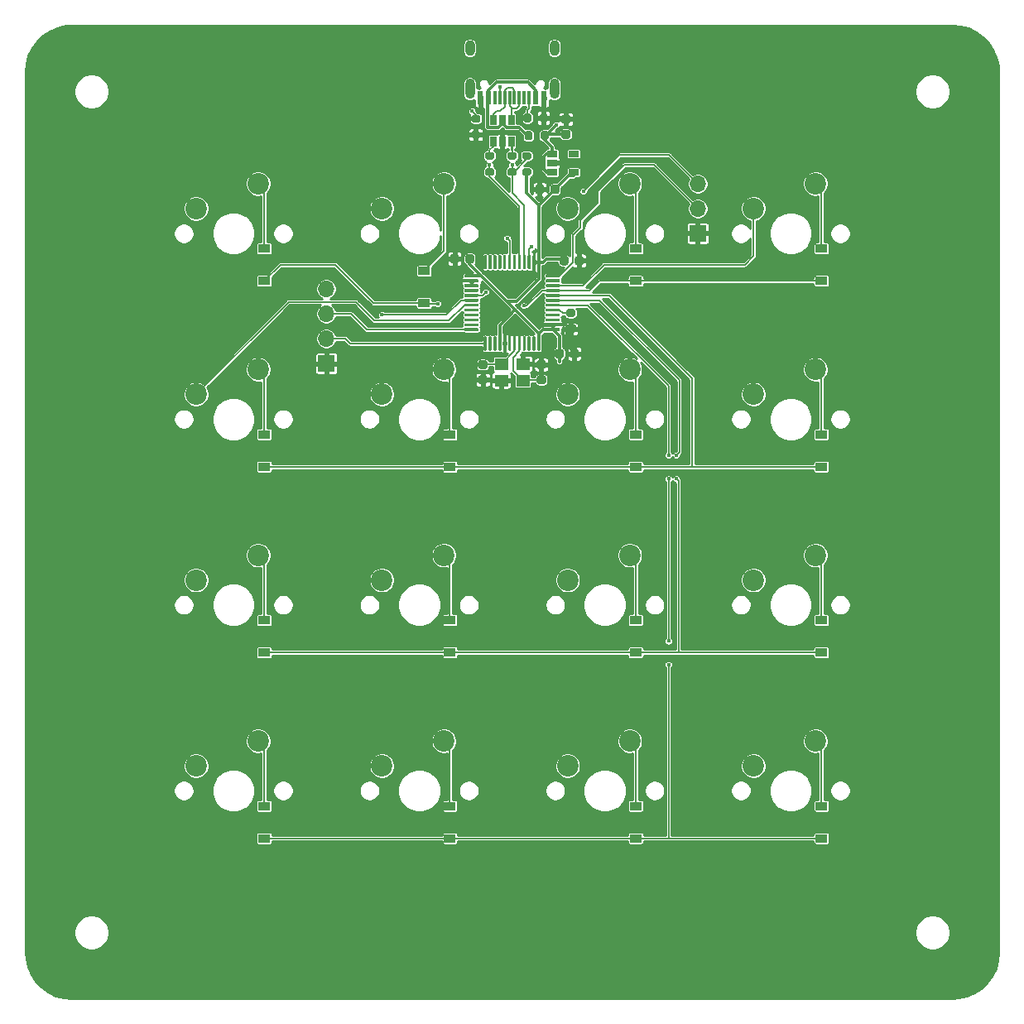
<source format=gbl>
%TF.GenerationSoftware,KiCad,Pcbnew,5.1.9+dfsg1-1+deb11u1*%
%TF.CreationDate,2023-10-17T21:29:52+02:00*%
%TF.ProjectId,pcb,7063622e-6b69-4636-9164-5f7063625858,rev?*%
%TF.SameCoordinates,Original*%
%TF.FileFunction,Copper,L2,Bot*%
%TF.FilePolarity,Positive*%
%FSLAX46Y46*%
G04 Gerber Fmt 4.6, Leading zero omitted, Abs format (unit mm)*
G04 Created by KiCad (PCBNEW 5.1.9+dfsg1-1+deb11u1) date 2023-10-17 21:29:52*
%MOMM*%
%LPD*%
G01*
G04 APERTURE LIST*
%TA.AperFunction,ComponentPad*%
%ADD10R,1.700000X1.700000*%
%TD*%
%TA.AperFunction,ComponentPad*%
%ADD11O,1.700000X1.700000*%
%TD*%
%TA.AperFunction,SMDPad,CuDef*%
%ADD12R,1.060000X0.650000*%
%TD*%
%TA.AperFunction,ComponentPad*%
%ADD13O,1.000000X1.600000*%
%TD*%
%TA.AperFunction,ComponentPad*%
%ADD14O,1.000000X2.100000*%
%TD*%
%TA.AperFunction,SMDPad,CuDef*%
%ADD15R,0.300000X1.450000*%
%TD*%
%TA.AperFunction,SMDPad,CuDef*%
%ADD16R,0.600000X1.450000*%
%TD*%
%TA.AperFunction,SMDPad,CuDef*%
%ADD17R,0.650000X1.060000*%
%TD*%
%TA.AperFunction,SMDPad,CuDef*%
%ADD18R,1.400000X1.200000*%
%TD*%
%TA.AperFunction,SMDPad,CuDef*%
%ADD19R,1.200000X0.900000*%
%TD*%
%TA.AperFunction,ComponentPad*%
%ADD20C,2.200000*%
%TD*%
%TA.AperFunction,ViaPad*%
%ADD21C,0.450000*%
%TD*%
%TA.AperFunction,Conductor*%
%ADD22C,0.300000*%
%TD*%
%TA.AperFunction,Conductor*%
%ADD23C,0.200000*%
%TD*%
%TA.AperFunction,Conductor*%
%ADD24C,0.150000*%
%TD*%
%TA.AperFunction,Conductor*%
%ADD25C,0.254000*%
%TD*%
%TA.AperFunction,Conductor*%
%ADD26C,0.100000*%
%TD*%
G04 APERTURE END LIST*
D10*
%TO.P,J2,1*%
%TO.N,GND*%
X19000000Y28500000D03*
D11*
%TO.P,J2,2*%
%TO.N,SWDCLK*%
X19000000Y31040000D03*
%TO.P,J2,3*%
%TO.N,SWDIO*%
X19000000Y33580000D03*
%TD*%
D10*
%TO.P,J3,1*%
%TO.N,GND*%
X-19000000Y15190000D03*
D11*
%TO.P,J3,2*%
%TO.N,pTX*%
X-19000000Y17730000D03*
%TO.P,J3,3*%
%TO.N,pRX*%
X-19000000Y20270000D03*
%TO.P,J3,4*%
%TO.N,5V*%
X-19000000Y22810000D03*
%TD*%
%TO.P,U1,1*%
%TO.N,3V3*%
%TA.AperFunction,SMDPad,CuDef*%
G36*
G01*
X2825000Y16500000D02*
X2675000Y16500000D01*
G75*
G02*
X2600000Y16575000I0J75000D01*
G01*
X2600000Y17900000D01*
G75*
G02*
X2675000Y17975000I75000J0D01*
G01*
X2825000Y17975000D01*
G75*
G02*
X2900000Y17900000I0J-75000D01*
G01*
X2900000Y16575000D01*
G75*
G02*
X2825000Y16500000I-75000J0D01*
G01*
G37*
%TD.AperFunction*%
%TO.P,U1,2*%
%TO.N,Net-(U1-Pad2)*%
%TA.AperFunction,SMDPad,CuDef*%
G36*
G01*
X2325000Y16500000D02*
X2175000Y16500000D01*
G75*
G02*
X2100000Y16575000I0J75000D01*
G01*
X2100000Y17900000D01*
G75*
G02*
X2175000Y17975000I75000J0D01*
G01*
X2325000Y17975000D01*
G75*
G02*
X2400000Y17900000I0J-75000D01*
G01*
X2400000Y16575000D01*
G75*
G02*
X2325000Y16500000I-75000J0D01*
G01*
G37*
%TD.AperFunction*%
%TO.P,U1,3*%
%TO.N,Net-(U1-Pad3)*%
%TA.AperFunction,SMDPad,CuDef*%
G36*
G01*
X1825000Y16500000D02*
X1675000Y16500000D01*
G75*
G02*
X1600000Y16575000I0J75000D01*
G01*
X1600000Y17900000D01*
G75*
G02*
X1675000Y17975000I75000J0D01*
G01*
X1825000Y17975000D01*
G75*
G02*
X1900000Y17900000I0J-75000D01*
G01*
X1900000Y16575000D01*
G75*
G02*
X1825000Y16500000I-75000J0D01*
G01*
G37*
%TD.AperFunction*%
%TO.P,U1,4*%
%TO.N,Net-(U1-Pad4)*%
%TA.AperFunction,SMDPad,CuDef*%
G36*
G01*
X1325000Y16500000D02*
X1175000Y16500000D01*
G75*
G02*
X1100000Y16575000I0J75000D01*
G01*
X1100000Y17900000D01*
G75*
G02*
X1175000Y17975000I75000J0D01*
G01*
X1325000Y17975000D01*
G75*
G02*
X1400000Y17900000I0J-75000D01*
G01*
X1400000Y16575000D01*
G75*
G02*
X1325000Y16500000I-75000J0D01*
G01*
G37*
%TD.AperFunction*%
%TO.P,U1,5*%
%TO.N,OSCIN*%
%TA.AperFunction,SMDPad,CuDef*%
G36*
G01*
X825000Y16500000D02*
X675000Y16500000D01*
G75*
G02*
X600000Y16575000I0J75000D01*
G01*
X600000Y17900000D01*
G75*
G02*
X675000Y17975000I75000J0D01*
G01*
X825000Y17975000D01*
G75*
G02*
X900000Y17900000I0J-75000D01*
G01*
X900000Y16575000D01*
G75*
G02*
X825000Y16500000I-75000J0D01*
G01*
G37*
%TD.AperFunction*%
%TO.P,U1,6*%
%TO.N,OSCOUT*%
%TA.AperFunction,SMDPad,CuDef*%
G36*
G01*
X325000Y16500000D02*
X175000Y16500000D01*
G75*
G02*
X100000Y16575000I0J75000D01*
G01*
X100000Y17900000D01*
G75*
G02*
X175000Y17975000I75000J0D01*
G01*
X325000Y17975000D01*
G75*
G02*
X400000Y17900000I0J-75000D01*
G01*
X400000Y16575000D01*
G75*
G02*
X325000Y16500000I-75000J0D01*
G01*
G37*
%TD.AperFunction*%
%TO.P,U1,7*%
%TO.N,RESET*%
%TA.AperFunction,SMDPad,CuDef*%
G36*
G01*
X-175000Y16500000D02*
X-325000Y16500000D01*
G75*
G02*
X-400000Y16575000I0J75000D01*
G01*
X-400000Y17900000D01*
G75*
G02*
X-325000Y17975000I75000J0D01*
G01*
X-175000Y17975000D01*
G75*
G02*
X-100000Y17900000I0J-75000D01*
G01*
X-100000Y16575000D01*
G75*
G02*
X-175000Y16500000I-75000J0D01*
G01*
G37*
%TD.AperFunction*%
%TO.P,U1,8*%
%TO.N,GND*%
%TA.AperFunction,SMDPad,CuDef*%
G36*
G01*
X-675000Y16500000D02*
X-825000Y16500000D01*
G75*
G02*
X-900000Y16575000I0J75000D01*
G01*
X-900000Y17900000D01*
G75*
G02*
X-825000Y17975000I75000J0D01*
G01*
X-675000Y17975000D01*
G75*
G02*
X-600000Y17900000I0J-75000D01*
G01*
X-600000Y16575000D01*
G75*
G02*
X-675000Y16500000I-75000J0D01*
G01*
G37*
%TD.AperFunction*%
%TO.P,U1,9*%
%TO.N,3V3*%
%TA.AperFunction,SMDPad,CuDef*%
G36*
G01*
X-1175000Y16500000D02*
X-1325000Y16500000D01*
G75*
G02*
X-1400000Y16575000I0J75000D01*
G01*
X-1400000Y17900000D01*
G75*
G02*
X-1325000Y17975000I75000J0D01*
G01*
X-1175000Y17975000D01*
G75*
G02*
X-1100000Y17900000I0J-75000D01*
G01*
X-1100000Y16575000D01*
G75*
G02*
X-1175000Y16500000I-75000J0D01*
G01*
G37*
%TD.AperFunction*%
%TO.P,U1,10*%
%TO.N,Net-(U1-Pad10)*%
%TA.AperFunction,SMDPad,CuDef*%
G36*
G01*
X-1675000Y16500000D02*
X-1825000Y16500000D01*
G75*
G02*
X-1900000Y16575000I0J75000D01*
G01*
X-1900000Y17900000D01*
G75*
G02*
X-1825000Y17975000I75000J0D01*
G01*
X-1675000Y17975000D01*
G75*
G02*
X-1600000Y17900000I0J-75000D01*
G01*
X-1600000Y16575000D01*
G75*
G02*
X-1675000Y16500000I-75000J0D01*
G01*
G37*
%TD.AperFunction*%
%TO.P,U1,11*%
%TO.N,Net-(U1-Pad11)*%
%TA.AperFunction,SMDPad,CuDef*%
G36*
G01*
X-2175000Y16500000D02*
X-2325000Y16500000D01*
G75*
G02*
X-2400000Y16575000I0J75000D01*
G01*
X-2400000Y17900000D01*
G75*
G02*
X-2325000Y17975000I75000J0D01*
G01*
X-2175000Y17975000D01*
G75*
G02*
X-2100000Y17900000I0J-75000D01*
G01*
X-2100000Y16575000D01*
G75*
G02*
X-2175000Y16500000I-75000J0D01*
G01*
G37*
%TD.AperFunction*%
%TO.P,U1,12*%
%TO.N,pTX*%
%TA.AperFunction,SMDPad,CuDef*%
G36*
G01*
X-2675000Y16500000D02*
X-2825000Y16500000D01*
G75*
G02*
X-2900000Y16575000I0J75000D01*
G01*
X-2900000Y17900000D01*
G75*
G02*
X-2825000Y17975000I75000J0D01*
G01*
X-2675000Y17975000D01*
G75*
G02*
X-2600000Y17900000I0J-75000D01*
G01*
X-2600000Y16575000D01*
G75*
G02*
X-2675000Y16500000I-75000J0D01*
G01*
G37*
%TD.AperFunction*%
%TO.P,U1,13*%
%TO.N,pRX*%
%TA.AperFunction,SMDPad,CuDef*%
G36*
G01*
X-3500000Y18500000D02*
X-4825000Y18500000D01*
G75*
G02*
X-4900000Y18575000I0J75000D01*
G01*
X-4900000Y18725000D01*
G75*
G02*
X-4825000Y18800000I75000J0D01*
G01*
X-3500000Y18800000D01*
G75*
G02*
X-3425000Y18725000I0J-75000D01*
G01*
X-3425000Y18575000D01*
G75*
G02*
X-3500000Y18500000I-75000J0D01*
G01*
G37*
%TD.AperFunction*%
%TO.P,U1,14*%
%TO.N,Net-(U1-Pad14)*%
%TA.AperFunction,SMDPad,CuDef*%
G36*
G01*
X-3500000Y19000000D02*
X-4825000Y19000000D01*
G75*
G02*
X-4900000Y19075000I0J75000D01*
G01*
X-4900000Y19225000D01*
G75*
G02*
X-4825000Y19300000I75000J0D01*
G01*
X-3500000Y19300000D01*
G75*
G02*
X-3425000Y19225000I0J-75000D01*
G01*
X-3425000Y19075000D01*
G75*
G02*
X-3500000Y19000000I-75000J0D01*
G01*
G37*
%TD.AperFunction*%
%TO.P,U1,15*%
%TO.N,Net-(U1-Pad15)*%
%TA.AperFunction,SMDPad,CuDef*%
G36*
G01*
X-3500000Y19500000D02*
X-4825000Y19500000D01*
G75*
G02*
X-4900000Y19575000I0J75000D01*
G01*
X-4900000Y19725000D01*
G75*
G02*
X-4825000Y19800000I75000J0D01*
G01*
X-3500000Y19800000D01*
G75*
G02*
X-3425000Y19725000I0J-75000D01*
G01*
X-3425000Y19575000D01*
G75*
G02*
X-3500000Y19500000I-75000J0D01*
G01*
G37*
%TD.AperFunction*%
%TO.P,U1,16*%
%TO.N,Net-(U1-Pad16)*%
%TA.AperFunction,SMDPad,CuDef*%
G36*
G01*
X-3500000Y20000000D02*
X-4825000Y20000000D01*
G75*
G02*
X-4900000Y20075000I0J75000D01*
G01*
X-4900000Y20225000D01*
G75*
G02*
X-4825000Y20300000I75000J0D01*
G01*
X-3500000Y20300000D01*
G75*
G02*
X-3425000Y20225000I0J-75000D01*
G01*
X-3425000Y20075000D01*
G75*
G02*
X-3500000Y20000000I-75000J0D01*
G01*
G37*
%TD.AperFunction*%
%TO.P,U1,17*%
%TO.N,Net-(U1-Pad17)*%
%TA.AperFunction,SMDPad,CuDef*%
G36*
G01*
X-3500000Y20500000D02*
X-4825000Y20500000D01*
G75*
G02*
X-4900000Y20575000I0J75000D01*
G01*
X-4900000Y20725000D01*
G75*
G02*
X-4825000Y20800000I75000J0D01*
G01*
X-3500000Y20800000D01*
G75*
G02*
X-3425000Y20725000I0J-75000D01*
G01*
X-3425000Y20575000D01*
G75*
G02*
X-3500000Y20500000I-75000J0D01*
G01*
G37*
%TD.AperFunction*%
%TO.P,U1,18*%
%TO.N,Y0*%
%TA.AperFunction,SMDPad,CuDef*%
G36*
G01*
X-3500000Y21000000D02*
X-4825000Y21000000D01*
G75*
G02*
X-4900000Y21075000I0J75000D01*
G01*
X-4900000Y21225000D01*
G75*
G02*
X-4825000Y21300000I75000J0D01*
G01*
X-3500000Y21300000D01*
G75*
G02*
X-3425000Y21225000I0J-75000D01*
G01*
X-3425000Y21075000D01*
G75*
G02*
X-3500000Y21000000I-75000J0D01*
G01*
G37*
%TD.AperFunction*%
%TO.P,U1,19*%
%TO.N,Y1*%
%TA.AperFunction,SMDPad,CuDef*%
G36*
G01*
X-3500000Y21500000D02*
X-4825000Y21500000D01*
G75*
G02*
X-4900000Y21575000I0J75000D01*
G01*
X-4900000Y21725000D01*
G75*
G02*
X-4825000Y21800000I75000J0D01*
G01*
X-3500000Y21800000D01*
G75*
G02*
X-3425000Y21725000I0J-75000D01*
G01*
X-3425000Y21575000D01*
G75*
G02*
X-3500000Y21500000I-75000J0D01*
G01*
G37*
%TD.AperFunction*%
%TO.P,U1,20*%
%TO.N,Y2*%
%TA.AperFunction,SMDPad,CuDef*%
G36*
G01*
X-3500000Y22000000D02*
X-4825000Y22000000D01*
G75*
G02*
X-4900000Y22075000I0J75000D01*
G01*
X-4900000Y22225000D01*
G75*
G02*
X-4825000Y22300000I75000J0D01*
G01*
X-3500000Y22300000D01*
G75*
G02*
X-3425000Y22225000I0J-75000D01*
G01*
X-3425000Y22075000D01*
G75*
G02*
X-3500000Y22000000I-75000J0D01*
G01*
G37*
%TD.AperFunction*%
%TO.P,U1,21*%
%TO.N,Net-(U1-Pad21)*%
%TA.AperFunction,SMDPad,CuDef*%
G36*
G01*
X-3500000Y22500000D02*
X-4825000Y22500000D01*
G75*
G02*
X-4900000Y22575000I0J75000D01*
G01*
X-4900000Y22725000D01*
G75*
G02*
X-4825000Y22800000I75000J0D01*
G01*
X-3500000Y22800000D01*
G75*
G02*
X-3425000Y22725000I0J-75000D01*
G01*
X-3425000Y22575000D01*
G75*
G02*
X-3500000Y22500000I-75000J0D01*
G01*
G37*
%TD.AperFunction*%
%TO.P,U1,22*%
%TO.N,Net-(U1-Pad22)*%
%TA.AperFunction,SMDPad,CuDef*%
G36*
G01*
X-3500000Y23000000D02*
X-4825000Y23000000D01*
G75*
G02*
X-4900000Y23075000I0J75000D01*
G01*
X-4900000Y23225000D01*
G75*
G02*
X-4825000Y23300000I75000J0D01*
G01*
X-3500000Y23300000D01*
G75*
G02*
X-3425000Y23225000I0J-75000D01*
G01*
X-3425000Y23075000D01*
G75*
G02*
X-3500000Y23000000I-75000J0D01*
G01*
G37*
%TD.AperFunction*%
%TO.P,U1,23*%
%TO.N,GND*%
%TA.AperFunction,SMDPad,CuDef*%
G36*
G01*
X-3500000Y23500000D02*
X-4825000Y23500000D01*
G75*
G02*
X-4900000Y23575000I0J75000D01*
G01*
X-4900000Y23725000D01*
G75*
G02*
X-4825000Y23800000I75000J0D01*
G01*
X-3500000Y23800000D01*
G75*
G02*
X-3425000Y23725000I0J-75000D01*
G01*
X-3425000Y23575000D01*
G75*
G02*
X-3500000Y23500000I-75000J0D01*
G01*
G37*
%TD.AperFunction*%
%TO.P,U1,24*%
%TO.N,3V3*%
%TA.AperFunction,SMDPad,CuDef*%
G36*
G01*
X-3500000Y24000000D02*
X-4825000Y24000000D01*
G75*
G02*
X-4900000Y24075000I0J75000D01*
G01*
X-4900000Y24225000D01*
G75*
G02*
X-4825000Y24300000I75000J0D01*
G01*
X-3500000Y24300000D01*
G75*
G02*
X-3425000Y24225000I0J-75000D01*
G01*
X-3425000Y24075000D01*
G75*
G02*
X-3500000Y24000000I-75000J0D01*
G01*
G37*
%TD.AperFunction*%
%TO.P,U1,25*%
%TO.N,Net-(U1-Pad25)*%
%TA.AperFunction,SMDPad,CuDef*%
G36*
G01*
X-2675000Y24825000D02*
X-2825000Y24825000D01*
G75*
G02*
X-2900000Y24900000I0J75000D01*
G01*
X-2900000Y26225000D01*
G75*
G02*
X-2825000Y26300000I75000J0D01*
G01*
X-2675000Y26300000D01*
G75*
G02*
X-2600000Y26225000I0J-75000D01*
G01*
X-2600000Y24900000D01*
G75*
G02*
X-2675000Y24825000I-75000J0D01*
G01*
G37*
%TD.AperFunction*%
%TO.P,U1,26*%
%TO.N,Net-(U1-Pad26)*%
%TA.AperFunction,SMDPad,CuDef*%
G36*
G01*
X-2175000Y24825000D02*
X-2325000Y24825000D01*
G75*
G02*
X-2400000Y24900000I0J75000D01*
G01*
X-2400000Y26225000D01*
G75*
G02*
X-2325000Y26300000I75000J0D01*
G01*
X-2175000Y26300000D01*
G75*
G02*
X-2100000Y26225000I0J-75000D01*
G01*
X-2100000Y24900000D01*
G75*
G02*
X-2175000Y24825000I-75000J0D01*
G01*
G37*
%TD.AperFunction*%
%TO.P,U1,27*%
%TO.N,Net-(U1-Pad27)*%
%TA.AperFunction,SMDPad,CuDef*%
G36*
G01*
X-1675000Y24825000D02*
X-1825000Y24825000D01*
G75*
G02*
X-1900000Y24900000I0J75000D01*
G01*
X-1900000Y26225000D01*
G75*
G02*
X-1825000Y26300000I75000J0D01*
G01*
X-1675000Y26300000D01*
G75*
G02*
X-1600000Y26225000I0J-75000D01*
G01*
X-1600000Y24900000D01*
G75*
G02*
X-1675000Y24825000I-75000J0D01*
G01*
G37*
%TD.AperFunction*%
%TO.P,U1,28*%
%TO.N,Net-(U1-Pad28)*%
%TA.AperFunction,SMDPad,CuDef*%
G36*
G01*
X-1175000Y24825000D02*
X-1325000Y24825000D01*
G75*
G02*
X-1400000Y24900000I0J75000D01*
G01*
X-1400000Y26225000D01*
G75*
G02*
X-1325000Y26300000I75000J0D01*
G01*
X-1175000Y26300000D01*
G75*
G02*
X-1100000Y26225000I0J-75000D01*
G01*
X-1100000Y24900000D01*
G75*
G02*
X-1175000Y24825000I-75000J0D01*
G01*
G37*
%TD.AperFunction*%
%TO.P,U1,29*%
%TO.N,Net-(U1-Pad29)*%
%TA.AperFunction,SMDPad,CuDef*%
G36*
G01*
X-675000Y24825000D02*
X-825000Y24825000D01*
G75*
G02*
X-900000Y24900000I0J75000D01*
G01*
X-900000Y26225000D01*
G75*
G02*
X-825000Y26300000I75000J0D01*
G01*
X-675000Y26300000D01*
G75*
G02*
X-600000Y26225000I0J-75000D01*
G01*
X-600000Y24900000D01*
G75*
G02*
X-675000Y24825000I-75000J0D01*
G01*
G37*
%TD.AperFunction*%
%TO.P,U1,30*%
%TO.N,LEDDATA*%
%TA.AperFunction,SMDPad,CuDef*%
G36*
G01*
X-175000Y24825000D02*
X-325000Y24825000D01*
G75*
G02*
X-400000Y24900000I0J75000D01*
G01*
X-400000Y26225000D01*
G75*
G02*
X-325000Y26300000I75000J0D01*
G01*
X-175000Y26300000D01*
G75*
G02*
X-100000Y26225000I0J-75000D01*
G01*
X-100000Y24900000D01*
G75*
G02*
X-175000Y24825000I-75000J0D01*
G01*
G37*
%TD.AperFunction*%
%TO.P,U1,31*%
%TO.N,Net-(U1-Pad31)*%
%TA.AperFunction,SMDPad,CuDef*%
G36*
G01*
X325000Y24825000D02*
X175000Y24825000D01*
G75*
G02*
X100000Y24900000I0J75000D01*
G01*
X100000Y26225000D01*
G75*
G02*
X175000Y26300000I75000J0D01*
G01*
X325000Y26300000D01*
G75*
G02*
X400000Y26225000I0J-75000D01*
G01*
X400000Y24900000D01*
G75*
G02*
X325000Y24825000I-75000J0D01*
G01*
G37*
%TD.AperFunction*%
%TO.P,U1,32*%
%TO.N,USBDM'*%
%TA.AperFunction,SMDPad,CuDef*%
G36*
G01*
X825000Y24825000D02*
X675000Y24825000D01*
G75*
G02*
X600000Y24900000I0J75000D01*
G01*
X600000Y26225000D01*
G75*
G02*
X675000Y26300000I75000J0D01*
G01*
X825000Y26300000D01*
G75*
G02*
X900000Y26225000I0J-75000D01*
G01*
X900000Y24900000D01*
G75*
G02*
X825000Y24825000I-75000J0D01*
G01*
G37*
%TD.AperFunction*%
%TO.P,U1,33*%
%TO.N,USBDP'*%
%TA.AperFunction,SMDPad,CuDef*%
G36*
G01*
X1325000Y24825000D02*
X1175000Y24825000D01*
G75*
G02*
X1100000Y24900000I0J75000D01*
G01*
X1100000Y26225000D01*
G75*
G02*
X1175000Y26300000I75000J0D01*
G01*
X1325000Y26300000D01*
G75*
G02*
X1400000Y26225000I0J-75000D01*
G01*
X1400000Y24900000D01*
G75*
G02*
X1325000Y24825000I-75000J0D01*
G01*
G37*
%TD.AperFunction*%
%TO.P,U1,34*%
%TO.N,SWDIO*%
%TA.AperFunction,SMDPad,CuDef*%
G36*
G01*
X1825000Y24825000D02*
X1675000Y24825000D01*
G75*
G02*
X1600000Y24900000I0J75000D01*
G01*
X1600000Y26225000D01*
G75*
G02*
X1675000Y26300000I75000J0D01*
G01*
X1825000Y26300000D01*
G75*
G02*
X1900000Y26225000I0J-75000D01*
G01*
X1900000Y24900000D01*
G75*
G02*
X1825000Y24825000I-75000J0D01*
G01*
G37*
%TD.AperFunction*%
%TO.P,U1,35*%
%TO.N,GND*%
%TA.AperFunction,SMDPad,CuDef*%
G36*
G01*
X2325000Y24825000D02*
X2175000Y24825000D01*
G75*
G02*
X2100000Y24900000I0J75000D01*
G01*
X2100000Y26225000D01*
G75*
G02*
X2175000Y26300000I75000J0D01*
G01*
X2325000Y26300000D01*
G75*
G02*
X2400000Y26225000I0J-75000D01*
G01*
X2400000Y24900000D01*
G75*
G02*
X2325000Y24825000I-75000J0D01*
G01*
G37*
%TD.AperFunction*%
%TO.P,U1,36*%
%TO.N,3V3*%
%TA.AperFunction,SMDPad,CuDef*%
G36*
G01*
X2825000Y24825000D02*
X2675000Y24825000D01*
G75*
G02*
X2600000Y24900000I0J75000D01*
G01*
X2600000Y26225000D01*
G75*
G02*
X2675000Y26300000I75000J0D01*
G01*
X2825000Y26300000D01*
G75*
G02*
X2900000Y26225000I0J-75000D01*
G01*
X2900000Y24900000D01*
G75*
G02*
X2825000Y24825000I-75000J0D01*
G01*
G37*
%TD.AperFunction*%
%TO.P,U1,37*%
%TO.N,SWDCLK*%
%TA.AperFunction,SMDPad,CuDef*%
G36*
G01*
X4825000Y24000000D02*
X3500000Y24000000D01*
G75*
G02*
X3425000Y24075000I0J75000D01*
G01*
X3425000Y24225000D01*
G75*
G02*
X3500000Y24300000I75000J0D01*
G01*
X4825000Y24300000D01*
G75*
G02*
X4900000Y24225000I0J-75000D01*
G01*
X4900000Y24075000D01*
G75*
G02*
X4825000Y24000000I-75000J0D01*
G01*
G37*
%TD.AperFunction*%
%TO.P,U1,38*%
%TO.N,Net-(U1-Pad38)*%
%TA.AperFunction,SMDPad,CuDef*%
G36*
G01*
X4825000Y23500000D02*
X3500000Y23500000D01*
G75*
G02*
X3425000Y23575000I0J75000D01*
G01*
X3425000Y23725000D01*
G75*
G02*
X3500000Y23800000I75000J0D01*
G01*
X4825000Y23800000D01*
G75*
G02*
X4900000Y23725000I0J-75000D01*
G01*
X4900000Y23575000D01*
G75*
G02*
X4825000Y23500000I-75000J0D01*
G01*
G37*
%TD.AperFunction*%
%TO.P,U1,39*%
%TO.N,Y3*%
%TA.AperFunction,SMDPad,CuDef*%
G36*
G01*
X4825000Y23000000D02*
X3500000Y23000000D01*
G75*
G02*
X3425000Y23075000I0J75000D01*
G01*
X3425000Y23225000D01*
G75*
G02*
X3500000Y23300000I75000J0D01*
G01*
X4825000Y23300000D01*
G75*
G02*
X4900000Y23225000I0J-75000D01*
G01*
X4900000Y23075000D01*
G75*
G02*
X4825000Y23000000I-75000J0D01*
G01*
G37*
%TD.AperFunction*%
%TO.P,U1,40*%
%TO.N,X0*%
%TA.AperFunction,SMDPad,CuDef*%
G36*
G01*
X4825000Y22500000D02*
X3500000Y22500000D01*
G75*
G02*
X3425000Y22575000I0J75000D01*
G01*
X3425000Y22725000D01*
G75*
G02*
X3500000Y22800000I75000J0D01*
G01*
X4825000Y22800000D01*
G75*
G02*
X4900000Y22725000I0J-75000D01*
G01*
X4900000Y22575000D01*
G75*
G02*
X4825000Y22500000I-75000J0D01*
G01*
G37*
%TD.AperFunction*%
%TO.P,U1,41*%
%TO.N,X1*%
%TA.AperFunction,SMDPad,CuDef*%
G36*
G01*
X4825000Y22000000D02*
X3500000Y22000000D01*
G75*
G02*
X3425000Y22075000I0J75000D01*
G01*
X3425000Y22225000D01*
G75*
G02*
X3500000Y22300000I75000J0D01*
G01*
X4825000Y22300000D01*
G75*
G02*
X4900000Y22225000I0J-75000D01*
G01*
X4900000Y22075000D01*
G75*
G02*
X4825000Y22000000I-75000J0D01*
G01*
G37*
%TD.AperFunction*%
%TO.P,U1,42*%
%TO.N,X2*%
%TA.AperFunction,SMDPad,CuDef*%
G36*
G01*
X4825000Y21500000D02*
X3500000Y21500000D01*
G75*
G02*
X3425000Y21575000I0J75000D01*
G01*
X3425000Y21725000D01*
G75*
G02*
X3500000Y21800000I75000J0D01*
G01*
X4825000Y21800000D01*
G75*
G02*
X4900000Y21725000I0J-75000D01*
G01*
X4900000Y21575000D01*
G75*
G02*
X4825000Y21500000I-75000J0D01*
G01*
G37*
%TD.AperFunction*%
%TO.P,U1,43*%
%TO.N,X3*%
%TA.AperFunction,SMDPad,CuDef*%
G36*
G01*
X4825000Y21000000D02*
X3500000Y21000000D01*
G75*
G02*
X3425000Y21075000I0J75000D01*
G01*
X3425000Y21225000D01*
G75*
G02*
X3500000Y21300000I75000J0D01*
G01*
X4825000Y21300000D01*
G75*
G02*
X4900000Y21225000I0J-75000D01*
G01*
X4900000Y21075000D01*
G75*
G02*
X4825000Y21000000I-75000J0D01*
G01*
G37*
%TD.AperFunction*%
%TO.P,U1,44*%
%TO.N,BOOT0*%
%TA.AperFunction,SMDPad,CuDef*%
G36*
G01*
X4825000Y20500000D02*
X3500000Y20500000D01*
G75*
G02*
X3425000Y20575000I0J75000D01*
G01*
X3425000Y20725000D01*
G75*
G02*
X3500000Y20800000I75000J0D01*
G01*
X4825000Y20800000D01*
G75*
G02*
X4900000Y20725000I0J-75000D01*
G01*
X4900000Y20575000D01*
G75*
G02*
X4825000Y20500000I-75000J0D01*
G01*
G37*
%TD.AperFunction*%
%TO.P,U1,45*%
%TO.N,Net-(U1-Pad45)*%
%TA.AperFunction,SMDPad,CuDef*%
G36*
G01*
X4825000Y20000000D02*
X3500000Y20000000D01*
G75*
G02*
X3425000Y20075000I0J75000D01*
G01*
X3425000Y20225000D01*
G75*
G02*
X3500000Y20300000I75000J0D01*
G01*
X4825000Y20300000D01*
G75*
G02*
X4900000Y20225000I0J-75000D01*
G01*
X4900000Y20075000D01*
G75*
G02*
X4825000Y20000000I-75000J0D01*
G01*
G37*
%TD.AperFunction*%
%TO.P,U1,46*%
%TO.N,Net-(U1-Pad46)*%
%TA.AperFunction,SMDPad,CuDef*%
G36*
G01*
X4825000Y19500000D02*
X3500000Y19500000D01*
G75*
G02*
X3425000Y19575000I0J75000D01*
G01*
X3425000Y19725000D01*
G75*
G02*
X3500000Y19800000I75000J0D01*
G01*
X4825000Y19800000D01*
G75*
G02*
X4900000Y19725000I0J-75000D01*
G01*
X4900000Y19575000D01*
G75*
G02*
X4825000Y19500000I-75000J0D01*
G01*
G37*
%TD.AperFunction*%
%TO.P,U1,47*%
%TO.N,GND*%
%TA.AperFunction,SMDPad,CuDef*%
G36*
G01*
X4825000Y19000000D02*
X3500000Y19000000D01*
G75*
G02*
X3425000Y19075000I0J75000D01*
G01*
X3425000Y19225000D01*
G75*
G02*
X3500000Y19300000I75000J0D01*
G01*
X4825000Y19300000D01*
G75*
G02*
X4900000Y19225000I0J-75000D01*
G01*
X4900000Y19075000D01*
G75*
G02*
X4825000Y19000000I-75000J0D01*
G01*
G37*
%TD.AperFunction*%
%TO.P,U1,48*%
%TO.N,3V3*%
%TA.AperFunction,SMDPad,CuDef*%
G36*
G01*
X4825000Y18500000D02*
X3500000Y18500000D01*
G75*
G02*
X3425000Y18575000I0J75000D01*
G01*
X3425000Y18725000D01*
G75*
G02*
X3500000Y18800000I75000J0D01*
G01*
X4825000Y18800000D01*
G75*
G02*
X4900000Y18725000I0J-75000D01*
G01*
X4900000Y18575000D01*
G75*
G02*
X4825000Y18500000I-75000J0D01*
G01*
G37*
%TD.AperFunction*%
%TD*%
D12*
%TO.P,U2,1*%
%TO.N,5V*%
X4100000Y34750000D03*
%TO.P,U2,2*%
%TO.N,GND*%
X4100000Y35700000D03*
%TO.P,U2,3*%
%TO.N,5V*%
X4100000Y36650000D03*
%TO.P,U2,4*%
%TO.N,Net-(U2-Pad4)*%
X6300000Y36650000D03*
%TO.P,U2,5*%
%TO.N,3V3*%
X6300000Y34750000D03*
%TD*%
D13*
%TO.P,J1,*%
%TO.N,*%
X4320000Y47450001D03*
X-4320000Y47450001D03*
D14*
X-4320000Y43270001D03*
X4320000Y43270001D03*
D15*
%TO.P,J1,A6*%
%TO.N,Net-(J1-PadA6)*%
X-250000Y42355001D03*
%TO.P,J1,B5*%
%TO.N,Net-(J1-PadB5)*%
X1750000Y42355001D03*
%TO.P,J1,A8*%
%TO.N,Net-(J1-PadA8)*%
X1250000Y42355001D03*
%TO.P,J1,B6*%
%TO.N,Net-(J1-PadA6)*%
X750000Y42355001D03*
%TO.P,J1,A7*%
%TO.N,Net-(J1-PadA7)*%
X250000Y42355001D03*
%TO.P,J1,B7*%
X-750000Y42355001D03*
%TO.P,J1,A5*%
%TO.N,Net-(J1-PadA5)*%
X-1250000Y42355001D03*
%TO.P,J1,B8*%
%TO.N,Net-(J1-PadB8)*%
X-1750000Y42355001D03*
D16*
%TO.P,J1,A12*%
%TO.N,GND*%
X3250000Y42355001D03*
%TO.P,J1,B4*%
%TO.N,VUSB*%
X2450000Y42355001D03*
%TO.P,J1,A4*%
X-2450000Y42355001D03*
%TO.P,J1,A1*%
%TO.N,GND*%
X-3250000Y42355001D03*
%TO.P,J1,B12*%
X-3250000Y42355001D03*
%TO.P,J1,B9*%
%TO.N,VUSB*%
X-2450000Y42355001D03*
%TO.P,J1,A9*%
X2450000Y42355001D03*
%TO.P,J1,B1*%
%TO.N,GND*%
X3250000Y42355001D03*
%TD*%
%TO.P,R5,2*%
%TO.N,Net-(J1-PadB5)*%
%TA.AperFunction,SMDPad,CuDef*%
G36*
G01*
X1975000Y40575000D02*
X1975000Y40025000D01*
G75*
G02*
X1775000Y39825000I-200000J0D01*
G01*
X1375000Y39825000D01*
G75*
G02*
X1175000Y40025000I0J200000D01*
G01*
X1175000Y40575000D01*
G75*
G02*
X1375000Y40775000I200000J0D01*
G01*
X1775000Y40775000D01*
G75*
G02*
X1975000Y40575000I0J-200000D01*
G01*
G37*
%TD.AperFunction*%
%TO.P,R5,1*%
%TO.N,GND*%
%TA.AperFunction,SMDPad,CuDef*%
G36*
G01*
X3625000Y40575000D02*
X3625000Y40025000D01*
G75*
G02*
X3425000Y39825000I-200000J0D01*
G01*
X3025000Y39825000D01*
G75*
G02*
X2825000Y40025000I0J200000D01*
G01*
X2825000Y40575000D01*
G75*
G02*
X3025000Y40775000I200000J0D01*
G01*
X3425000Y40775000D01*
G75*
G02*
X3625000Y40575000I0J-200000D01*
G01*
G37*
%TD.AperFunction*%
%TD*%
%TO.P,R4,1*%
%TO.N,GND*%
%TA.AperFunction,SMDPad,CuDef*%
G36*
G01*
X-3425000Y38175000D02*
X-3975000Y38175000D01*
G75*
G02*
X-4175000Y38375000I0J200000D01*
G01*
X-4175000Y38775000D01*
G75*
G02*
X-3975000Y38975000I200000J0D01*
G01*
X-3425000Y38975000D01*
G75*
G02*
X-3225000Y38775000I0J-200000D01*
G01*
X-3225000Y38375000D01*
G75*
G02*
X-3425000Y38175000I-200000J0D01*
G01*
G37*
%TD.AperFunction*%
%TO.P,R4,2*%
%TO.N,Net-(J1-PadA5)*%
%TA.AperFunction,SMDPad,CuDef*%
G36*
G01*
X-3425000Y39825000D02*
X-3975000Y39825000D01*
G75*
G02*
X-4175000Y40025000I0J200000D01*
G01*
X-4175000Y40425000D01*
G75*
G02*
X-3975000Y40625000I200000J0D01*
G01*
X-3425000Y40625000D01*
G75*
G02*
X-3225000Y40425000I0J-200000D01*
G01*
X-3225000Y40025000D01*
G75*
G02*
X-3425000Y39825000I-200000J0D01*
G01*
G37*
%TD.AperFunction*%
%TD*%
%TO.P,R6,1*%
%TO.N,USBDP*%
%TA.AperFunction,SMDPad,CuDef*%
G36*
G01*
X-275000Y36825000D02*
X275000Y36825000D01*
G75*
G02*
X475000Y36625000I0J-200000D01*
G01*
X475000Y36225000D01*
G75*
G02*
X275000Y36025000I-200000J0D01*
G01*
X-275000Y36025000D01*
G75*
G02*
X-475000Y36225000I0J200000D01*
G01*
X-475000Y36625000D01*
G75*
G02*
X-275000Y36825000I200000J0D01*
G01*
G37*
%TD.AperFunction*%
%TO.P,R6,2*%
%TO.N,USBDP'*%
%TA.AperFunction,SMDPad,CuDef*%
G36*
G01*
X-275000Y35175000D02*
X275000Y35175000D01*
G75*
G02*
X475000Y34975000I0J-200000D01*
G01*
X475000Y34575000D01*
G75*
G02*
X275000Y34375000I-200000J0D01*
G01*
X-275000Y34375000D01*
G75*
G02*
X-475000Y34575000I0J200000D01*
G01*
X-475000Y34975000D01*
G75*
G02*
X-275000Y35175000I200000J0D01*
G01*
G37*
%TD.AperFunction*%
%TD*%
%TO.P,R7,2*%
%TO.N,USBDM'*%
%TA.AperFunction,SMDPad,CuDef*%
G36*
G01*
X-2575000Y35175000D02*
X-2025000Y35175000D01*
G75*
G02*
X-1825000Y34975000I0J-200000D01*
G01*
X-1825000Y34575000D01*
G75*
G02*
X-2025000Y34375000I-200000J0D01*
G01*
X-2575000Y34375000D01*
G75*
G02*
X-2775000Y34575000I0J200000D01*
G01*
X-2775000Y34975000D01*
G75*
G02*
X-2575000Y35175000I200000J0D01*
G01*
G37*
%TD.AperFunction*%
%TO.P,R7,1*%
%TO.N,USBDM*%
%TA.AperFunction,SMDPad,CuDef*%
G36*
G01*
X-2575000Y36825000D02*
X-2025000Y36825000D01*
G75*
G02*
X-1825000Y36625000I0J-200000D01*
G01*
X-1825000Y36225000D01*
G75*
G02*
X-2025000Y36025000I-200000J0D01*
G01*
X-2575000Y36025000D01*
G75*
G02*
X-2775000Y36225000I0J200000D01*
G01*
X-2775000Y36625000D01*
G75*
G02*
X-2575000Y36825000I200000J0D01*
G01*
G37*
%TD.AperFunction*%
%TD*%
%TO.P,R8,2*%
%TO.N,3V3*%
%TA.AperFunction,SMDPad,CuDef*%
G36*
G01*
X1225000Y35175000D02*
X1775000Y35175000D01*
G75*
G02*
X1975000Y34975000I0J-200000D01*
G01*
X1975000Y34575000D01*
G75*
G02*
X1775000Y34375000I-200000J0D01*
G01*
X1225000Y34375000D01*
G75*
G02*
X1025000Y34575000I0J200000D01*
G01*
X1025000Y34975000D01*
G75*
G02*
X1225000Y35175000I200000J0D01*
G01*
G37*
%TD.AperFunction*%
%TO.P,R8,1*%
%TO.N,USBDP'*%
%TA.AperFunction,SMDPad,CuDef*%
G36*
G01*
X1225000Y36825000D02*
X1775000Y36825000D01*
G75*
G02*
X1975000Y36625000I0J-200000D01*
G01*
X1975000Y36225000D01*
G75*
G02*
X1775000Y36025000I-200000J0D01*
G01*
X1225000Y36025000D01*
G75*
G02*
X1025000Y36225000I0J200000D01*
G01*
X1025000Y36625000D01*
G75*
G02*
X1225000Y36825000I200000J0D01*
G01*
G37*
%TD.AperFunction*%
%TD*%
D17*
%TO.P,U3,1*%
%TO.N,USBDP*%
X-50000Y37900000D03*
%TO.P,U3,2*%
%TO.N,GND*%
X-1000000Y37900000D03*
%TO.P,U3,3*%
%TO.N,USBDM*%
X-1950000Y37900000D03*
%TO.P,U3,4*%
%TO.N,Net-(J1-PadA7)*%
X-1950000Y40100000D03*
%TO.P,U3,6*%
%TO.N,Net-(J1-PadA6)*%
X-50000Y40100000D03*
%TO.P,U3,5*%
%TO.N,VUSB*%
X-1000000Y40100000D03*
%TD*%
%TO.P,C1,1*%
%TO.N,5V*%
%TA.AperFunction,SMDPad,CuDef*%
G36*
G01*
X5750000Y38175000D02*
X5250000Y38175000D01*
G75*
G02*
X5025000Y38400000I0J225000D01*
G01*
X5025000Y38850000D01*
G75*
G02*
X5250000Y39075000I225000J0D01*
G01*
X5750000Y39075000D01*
G75*
G02*
X5975000Y38850000I0J-225000D01*
G01*
X5975000Y38400000D01*
G75*
G02*
X5750000Y38175000I-225000J0D01*
G01*
G37*
%TD.AperFunction*%
%TO.P,C1,2*%
%TO.N,GND*%
%TA.AperFunction,SMDPad,CuDef*%
G36*
G01*
X5750000Y39725000D02*
X5250000Y39725000D01*
G75*
G02*
X5025000Y39950000I0J225000D01*
G01*
X5025000Y40400000D01*
G75*
G02*
X5250000Y40625000I225000J0D01*
G01*
X5750000Y40625000D01*
G75*
G02*
X5975000Y40400000I0J-225000D01*
G01*
X5975000Y39950000D01*
G75*
G02*
X5750000Y39725000I-225000J0D01*
G01*
G37*
%TD.AperFunction*%
%TD*%
%TO.P,C3,1*%
%TO.N,3V3*%
%TA.AperFunction,SMDPad,CuDef*%
G36*
G01*
X4825000Y33250000D02*
X4825000Y32750000D01*
G75*
G02*
X4600000Y32525000I-225000J0D01*
G01*
X4150000Y32525000D01*
G75*
G02*
X3925000Y32750000I0J225000D01*
G01*
X3925000Y33250000D01*
G75*
G02*
X4150000Y33475000I225000J0D01*
G01*
X4600000Y33475000D01*
G75*
G02*
X4825000Y33250000I0J-225000D01*
G01*
G37*
%TD.AperFunction*%
%TO.P,C3,2*%
%TO.N,GND*%
%TA.AperFunction,SMDPad,CuDef*%
G36*
G01*
X3275000Y33250000D02*
X3275000Y32750000D01*
G75*
G02*
X3050000Y32525000I-225000J0D01*
G01*
X2600000Y32525000D01*
G75*
G02*
X2375000Y32750000I0J225000D01*
G01*
X2375000Y33250000D01*
G75*
G02*
X2600000Y33475000I225000J0D01*
G01*
X3050000Y33475000D01*
G75*
G02*
X3275000Y33250000I0J-225000D01*
G01*
G37*
%TD.AperFunction*%
%TD*%
%TO.P,FB1,1*%
%TO.N,VUSB*%
%TA.AperFunction,SMDPad,CuDef*%
G36*
G01*
X1275000Y38225000D02*
X1275000Y38775000D01*
G75*
G02*
X1475000Y38975000I200000J0D01*
G01*
X1875000Y38975000D01*
G75*
G02*
X2075000Y38775000I0J-200000D01*
G01*
X2075000Y38225000D01*
G75*
G02*
X1875000Y38025000I-200000J0D01*
G01*
X1475000Y38025000D01*
G75*
G02*
X1275000Y38225000I0J200000D01*
G01*
G37*
%TD.AperFunction*%
%TO.P,FB1,2*%
%TO.N,5V*%
%TA.AperFunction,SMDPad,CuDef*%
G36*
G01*
X2925000Y38225000D02*
X2925000Y38775000D01*
G75*
G02*
X3125000Y38975000I200000J0D01*
G01*
X3525000Y38975000D01*
G75*
G02*
X3725000Y38775000I0J-200000D01*
G01*
X3725000Y38225000D01*
G75*
G02*
X3525000Y38025000I-200000J0D01*
G01*
X3125000Y38025000D01*
G75*
G02*
X2925000Y38225000I0J200000D01*
G01*
G37*
%TD.AperFunction*%
%TD*%
%TO.P,C4,1*%
%TO.N,OSCIN*%
%TA.AperFunction,SMDPad,CuDef*%
G36*
G01*
X3250000Y13075000D02*
X2750000Y13075000D01*
G75*
G02*
X2525000Y13300000I0J225000D01*
G01*
X2525000Y13750000D01*
G75*
G02*
X2750000Y13975000I225000J0D01*
G01*
X3250000Y13975000D01*
G75*
G02*
X3475000Y13750000I0J-225000D01*
G01*
X3475000Y13300000D01*
G75*
G02*
X3250000Y13075000I-225000J0D01*
G01*
G37*
%TD.AperFunction*%
%TO.P,C4,2*%
%TO.N,GND*%
%TA.AperFunction,SMDPad,CuDef*%
G36*
G01*
X3250000Y14625000D02*
X2750000Y14625000D01*
G75*
G02*
X2525000Y14850000I0J225000D01*
G01*
X2525000Y15300000D01*
G75*
G02*
X2750000Y15525000I225000J0D01*
G01*
X3250000Y15525000D01*
G75*
G02*
X3475000Y15300000I0J-225000D01*
G01*
X3475000Y14850000D01*
G75*
G02*
X3250000Y14625000I-225000J0D01*
G01*
G37*
%TD.AperFunction*%
%TD*%
%TO.P,C6,2*%
%TO.N,GND*%
%TA.AperFunction,SMDPad,CuDef*%
G36*
G01*
X-3250000Y13974999D02*
X-2750000Y13974999D01*
G75*
G02*
X-2525000Y13749999I0J-225000D01*
G01*
X-2525000Y13299999D01*
G75*
G02*
X-2750000Y13074999I-225000J0D01*
G01*
X-3250000Y13074999D01*
G75*
G02*
X-3475000Y13299999I0J225000D01*
G01*
X-3475000Y13749999D01*
G75*
G02*
X-3250000Y13974999I225000J0D01*
G01*
G37*
%TD.AperFunction*%
%TO.P,C6,1*%
%TO.N,OSCOUT*%
%TA.AperFunction,SMDPad,CuDef*%
G36*
G01*
X-3250000Y15524999D02*
X-2750000Y15524999D01*
G75*
G02*
X-2525000Y15299999I0J-225000D01*
G01*
X-2525000Y14849999D01*
G75*
G02*
X-2750000Y14624999I-225000J0D01*
G01*
X-3250000Y14624999D01*
G75*
G02*
X-3475000Y14849999I0J225000D01*
G01*
X-3475000Y15299999D01*
G75*
G02*
X-3250000Y15524999I225000J0D01*
G01*
G37*
%TD.AperFunction*%
%TD*%
D18*
%TO.P,Y1,1*%
%TO.N,OSCIN*%
X1100000Y13450000D03*
%TO.P,Y1,2*%
%TO.N,GND*%
X-1100000Y13450000D03*
%TO.P,Y1,3*%
%TO.N,OSCOUT*%
X-1100000Y15150000D03*
%TO.P,Y1,4*%
%TO.N,GND*%
X1100000Y15150000D03*
%TD*%
%TO.P,C8,2*%
%TO.N,GND*%
%TA.AperFunction,SMDPad,CuDef*%
G36*
G01*
X6425000Y25450000D02*
X6425000Y25950000D01*
G75*
G02*
X6650000Y26175000I225000J0D01*
G01*
X7100000Y26175000D01*
G75*
G02*
X7325000Y25950000I0J-225000D01*
G01*
X7325000Y25450000D01*
G75*
G02*
X7100000Y25225000I-225000J0D01*
G01*
X6650000Y25225000D01*
G75*
G02*
X6425000Y25450000I0J225000D01*
G01*
G37*
%TD.AperFunction*%
%TO.P,C8,1*%
%TO.N,3V3*%
%TA.AperFunction,SMDPad,CuDef*%
G36*
G01*
X4875000Y25450000D02*
X4875000Y25950000D01*
G75*
G02*
X5100000Y26175000I225000J0D01*
G01*
X5550000Y26175000D01*
G75*
G02*
X5775000Y25950000I0J-225000D01*
G01*
X5775000Y25450000D01*
G75*
G02*
X5550000Y25225000I-225000J0D01*
G01*
X5100000Y25225000D01*
G75*
G02*
X4875000Y25450000I0J225000D01*
G01*
G37*
%TD.AperFunction*%
%TD*%
%TO.P,C9,1*%
%TO.N,3V3*%
%TA.AperFunction,SMDPad,CuDef*%
G36*
G01*
X-3875000Y26150000D02*
X-3875000Y25650000D01*
G75*
G02*
X-4100000Y25425000I-225000J0D01*
G01*
X-4550000Y25425000D01*
G75*
G02*
X-4775000Y25650000I0J225000D01*
G01*
X-4775000Y26150000D01*
G75*
G02*
X-4550000Y26375000I225000J0D01*
G01*
X-4100000Y26375000D01*
G75*
G02*
X-3875000Y26150000I0J-225000D01*
G01*
G37*
%TD.AperFunction*%
%TO.P,C9,2*%
%TO.N,GND*%
%TA.AperFunction,SMDPad,CuDef*%
G36*
G01*
X-5425000Y26150000D02*
X-5425000Y25650000D01*
G75*
G02*
X-5650000Y25425000I-225000J0D01*
G01*
X-6100000Y25425000D01*
G75*
G02*
X-6325000Y25650000I0J225000D01*
G01*
X-6325000Y26150000D01*
G75*
G02*
X-6100000Y26375000I225000J0D01*
G01*
X-5650000Y26375000D01*
G75*
G02*
X-5425000Y26150000I0J-225000D01*
G01*
G37*
%TD.AperFunction*%
%TD*%
%TO.P,C10,2*%
%TO.N,GND*%
%TA.AperFunction,SMDPad,CuDef*%
G36*
G01*
X5925000Y15950000D02*
X5925000Y16450000D01*
G75*
G02*
X6150000Y16675000I225000J0D01*
G01*
X6600000Y16675000D01*
G75*
G02*
X6825000Y16450000I0J-225000D01*
G01*
X6825000Y15950000D01*
G75*
G02*
X6600000Y15725000I-225000J0D01*
G01*
X6150000Y15725000D01*
G75*
G02*
X5925000Y15950000I0J225000D01*
G01*
G37*
%TD.AperFunction*%
%TO.P,C10,1*%
%TO.N,3V3*%
%TA.AperFunction,SMDPad,CuDef*%
G36*
G01*
X4375000Y15950000D02*
X4375000Y16450000D01*
G75*
G02*
X4600000Y16675000I225000J0D01*
G01*
X5050000Y16675000D01*
G75*
G02*
X5275000Y16450000I0J-225000D01*
G01*
X5275000Y15950000D01*
G75*
G02*
X5050000Y15725000I-225000J0D01*
G01*
X4600000Y15725000D01*
G75*
G02*
X4375000Y15950000I0J225000D01*
G01*
G37*
%TD.AperFunction*%
%TD*%
%TO.P,R1,1*%
%TO.N,GND*%
%TA.AperFunction,SMDPad,CuDef*%
G36*
G01*
X6275000Y18295000D02*
X5725000Y18295000D01*
G75*
G02*
X5525000Y18495000I0J200000D01*
G01*
X5525000Y18895000D01*
G75*
G02*
X5725000Y19095000I200000J0D01*
G01*
X6275000Y19095000D01*
G75*
G02*
X6475000Y18895000I0J-200000D01*
G01*
X6475000Y18495000D01*
G75*
G02*
X6275000Y18295000I-200000J0D01*
G01*
G37*
%TD.AperFunction*%
%TO.P,R1,2*%
%TO.N,BOOT0*%
%TA.AperFunction,SMDPad,CuDef*%
G36*
G01*
X6275000Y19945000D02*
X5725000Y19945000D01*
G75*
G02*
X5525000Y20145000I0J200000D01*
G01*
X5525000Y20545000D01*
G75*
G02*
X5725000Y20745000I200000J0D01*
G01*
X6275000Y20745000D01*
G75*
G02*
X6475000Y20545000I0J-200000D01*
G01*
X6475000Y20145000D01*
G75*
G02*
X6275000Y19945000I-200000J0D01*
G01*
G37*
%TD.AperFunction*%
%TD*%
D19*
%TO.P,D5,2*%
%TO.N,Net-(D5-Pad2)*%
X-25360000Y26930000D03*
%TO.P,D5,1*%
%TO.N,X0*%
X-25360000Y23630000D03*
%TD*%
%TO.P,D6,2*%
%TO.N,Net-(D6-Pad2)*%
X-25360000Y7930000D03*
%TO.P,D6,1*%
%TO.N,X1*%
X-25360000Y4630000D03*
%TD*%
%TO.P,D7,1*%
%TO.N,X2*%
X-25360000Y-14370000D03*
%TO.P,D7,2*%
%TO.N,Net-(D7-Pad2)*%
X-25360000Y-11070000D03*
%TD*%
%TO.P,D8,1*%
%TO.N,X3*%
X-25360000Y-33370000D03*
%TO.P,D8,2*%
%TO.N,Net-(D8-Pad2)*%
X-25360000Y-30070000D03*
%TD*%
%TO.P,D9,1*%
%TO.N,X0*%
X-9000000Y21350000D03*
%TO.P,D9,2*%
%TO.N,Net-(D9-Pad2)*%
X-9000000Y24650000D03*
%TD*%
%TO.P,D10,1*%
%TO.N,X1*%
X-6360000Y4630000D03*
%TO.P,D10,2*%
%TO.N,Net-(D10-Pad2)*%
X-6360000Y7930000D03*
%TD*%
%TO.P,D11,1*%
%TO.N,X2*%
X-6360000Y-14370000D03*
%TO.P,D11,2*%
%TO.N,Net-(D11-Pad2)*%
X-6360000Y-11070000D03*
%TD*%
%TO.P,D12,2*%
%TO.N,Net-(D12-Pad2)*%
X-6360000Y-30070000D03*
%TO.P,D12,1*%
%TO.N,X3*%
X-6360000Y-33370000D03*
%TD*%
%TO.P,D13,2*%
%TO.N,Net-(D13-Pad2)*%
X12640000Y26930000D03*
%TO.P,D13,1*%
%TO.N,X0*%
X12640000Y23630000D03*
%TD*%
%TO.P,D14,2*%
%TO.N,Net-(D14-Pad2)*%
X12640000Y7930000D03*
%TO.P,D14,1*%
%TO.N,X1*%
X12640000Y4630000D03*
%TD*%
%TO.P,D15,1*%
%TO.N,X2*%
X12640000Y-14370000D03*
%TO.P,D15,2*%
%TO.N,Net-(D15-Pad2)*%
X12640000Y-11070000D03*
%TD*%
%TO.P,D16,1*%
%TO.N,X3*%
X12640000Y-33370000D03*
%TO.P,D16,2*%
%TO.N,Net-(D16-Pad2)*%
X12640000Y-30070000D03*
%TD*%
%TO.P,D17,2*%
%TO.N,Net-(D17-Pad2)*%
X31640000Y26930000D03*
%TO.P,D17,1*%
%TO.N,X0*%
X31640000Y23630000D03*
%TD*%
%TO.P,D18,1*%
%TO.N,X1*%
X31640000Y4630000D03*
%TO.P,D18,2*%
%TO.N,Net-(D18-Pad2)*%
X31640000Y7930000D03*
%TD*%
%TO.P,D19,2*%
%TO.N,Net-(D19-Pad2)*%
X31640000Y-11070000D03*
%TO.P,D19,1*%
%TO.N,X2*%
X31640000Y-14370000D03*
%TD*%
%TO.P,D20,2*%
%TO.N,Net-(D20-Pad2)*%
X31640000Y-30070000D03*
%TO.P,D20,1*%
%TO.N,X3*%
X31640000Y-33370000D03*
%TD*%
D20*
%TO.P,SW2,1*%
%TO.N,Net-(D5-Pad2)*%
X-25960000Y33580000D03*
%TO.P,SW2,2*%
%TO.N,Y0*%
X-32310000Y31040000D03*
%TD*%
%TO.P,SW3,1*%
%TO.N,Net-(D6-Pad2)*%
X-25960000Y14580000D03*
%TO.P,SW3,2*%
%TO.N,Y0*%
X-32310000Y12040000D03*
%TD*%
%TO.P,SW4,2*%
%TO.N,Y0*%
X-32310000Y-6960000D03*
%TO.P,SW4,1*%
%TO.N,Net-(D7-Pad2)*%
X-25960000Y-4420000D03*
%TD*%
%TO.P,SW5,2*%
%TO.N,Y0*%
X-32310000Y-25960000D03*
%TO.P,SW5,1*%
%TO.N,Net-(D8-Pad2)*%
X-25960000Y-23420000D03*
%TD*%
%TO.P,SW6,1*%
%TO.N,Net-(D9-Pad2)*%
X-6960000Y33580000D03*
%TO.P,SW6,2*%
%TO.N,Y1*%
X-13310000Y31040000D03*
%TD*%
%TO.P,SW7,1*%
%TO.N,Net-(D10-Pad2)*%
X-6960000Y14580000D03*
%TO.P,SW7,2*%
%TO.N,Y1*%
X-13310000Y12040000D03*
%TD*%
%TO.P,SW8,2*%
%TO.N,Y1*%
X-13310000Y-6960000D03*
%TO.P,SW8,1*%
%TO.N,Net-(D11-Pad2)*%
X-6960000Y-4420000D03*
%TD*%
%TO.P,SW9,2*%
%TO.N,Y1*%
X-13310000Y-25960000D03*
%TO.P,SW9,1*%
%TO.N,Net-(D12-Pad2)*%
X-6960000Y-23420000D03*
%TD*%
%TO.P,SW10,2*%
%TO.N,Y2*%
X5690000Y31040000D03*
%TO.P,SW10,1*%
%TO.N,Net-(D13-Pad2)*%
X12040000Y33580000D03*
%TD*%
%TO.P,SW11,1*%
%TO.N,Net-(D14-Pad2)*%
X12040000Y14580000D03*
%TO.P,SW11,2*%
%TO.N,Y2*%
X5690000Y12040000D03*
%TD*%
%TO.P,SW12,2*%
%TO.N,Y2*%
X5690000Y-6960000D03*
%TO.P,SW12,1*%
%TO.N,Net-(D15-Pad2)*%
X12040000Y-4420000D03*
%TD*%
%TO.P,SW13,1*%
%TO.N,Net-(D16-Pad2)*%
X12040000Y-23420000D03*
%TO.P,SW13,2*%
%TO.N,Y2*%
X5690000Y-25960000D03*
%TD*%
%TO.P,SW14,1*%
%TO.N,Net-(D17-Pad2)*%
X31040000Y33580000D03*
%TO.P,SW14,2*%
%TO.N,Y3*%
X24690000Y31040000D03*
%TD*%
%TO.P,SW15,2*%
%TO.N,Y3*%
X24690000Y12040000D03*
%TO.P,SW15,1*%
%TO.N,Net-(D18-Pad2)*%
X31040000Y14580000D03*
%TD*%
%TO.P,SW16,2*%
%TO.N,Y3*%
X24690000Y-6960000D03*
%TO.P,SW16,1*%
%TO.N,Net-(D19-Pad2)*%
X31040000Y-4420000D03*
%TD*%
%TO.P,SW17,1*%
%TO.N,Net-(D20-Pad2)*%
X31040000Y-23420000D03*
%TO.P,SW17,2*%
%TO.N,Y3*%
X24690000Y-25960000D03*
%TD*%
D21*
%TO.N,GND*%
X-1170000Y38840000D03*
X3480000Y39410000D03*
X5150010Y35709990D03*
X5150010Y36639999D03*
X5150000Y34780000D03*
X-5400000Y23100000D03*
X-750000Y18300000D03*
X3000000Y19350000D03*
X2000000Y24300000D03*
X4050000Y25350000D03*
X0Y13450000D03*
X2200000Y15950000D03*
X800000Y19450000D03*
X350000Y22600000D03*
X-600000Y20700000D03*
X5400000Y23700000D03*
X6500000Y33500000D03*
X-4400000Y41700000D03*
X6500000Y39299999D03*
X6600000Y38000000D03*
X-1600000Y35500000D03*
X-700000Y35500000D03*
X-900000Y23200000D03*
X3000000Y23200000D03*
X1400000Y21700001D03*
X-2200000Y19500000D03*
X15200000Y5200000D03*
X17600000Y5200000D03*
X17600000Y4000000D03*
X15200000Y4000000D03*
X15400000Y-13800000D03*
X15400000Y-14900000D03*
X16500000Y-14900000D03*
X16500000Y-13800000D03*
X16400000Y4000000D03*
X16400000Y5200000D03*
X-7200000Y20600000D03*
X8900000Y20800000D03*
X10000000Y21400000D03*
X17700000Y13300000D03*
X16500000Y13200000D03*
X-12700000Y22000000D03*
X-13900000Y22000000D03*
X-13900000Y20800000D03*
X-12700000Y20800000D03*
X-13900000Y4000000D03*
X-12700000Y4000000D03*
X-13900000Y5200000D03*
X-12700000Y5200000D03*
X-13900000Y-15000000D03*
X-12700000Y-13800000D03*
X-12700000Y-15000000D03*
X-13900000Y-13800000D03*
X6300000Y-13700000D03*
X6300000Y-14900000D03*
X5100000Y-13700000D03*
X5100000Y-14900000D03*
X5100000Y5200000D03*
X6300000Y5200000D03*
X5100000Y4000000D03*
X6300000Y4000000D03*
X24100000Y4000000D03*
X24100000Y5200000D03*
X25300000Y5200000D03*
X25300000Y4000000D03*
X25300000Y-13800000D03*
X24100000Y-15000000D03*
X25300000Y-15000000D03*
X24100000Y-13800000D03*
X24100000Y24200000D03*
X25300000Y24200000D03*
X25300000Y23000000D03*
X24100000Y23000000D03*
X-13900000Y19100000D03*
X-12700000Y19100000D03*
X-13900000Y17900000D03*
X-12700000Y17900000D03*
X-12700000Y16600000D03*
X-13900000Y16600000D03*
X12900000Y20400000D03*
X12100000Y19300000D03*
X11300000Y18500000D03*
X10400000Y17600000D03*
X11200000Y16800000D03*
X12200000Y17600000D03*
X12900000Y18500000D03*
X13800000Y19300000D03*
X8300000Y25200000D03*
X9500000Y26000000D03*
X10800000Y24700000D03*
X9300000Y24200000D03*
X10300000Y23000000D03*
X12700000Y22600000D03*
X5700000Y27400000D03*
X6700000Y27000000D03*
X6900000Y28300000D03*
X6200000Y29100000D03*
X300000Y24200000D03*
X-19800000Y24500000D03*
X-6000000Y39000000D03*
X-6000000Y40500000D03*
X-9900000Y45900000D03*
X-29000000Y45900000D03*
X10000000Y45900000D03*
X28000000Y45900000D03*
X45000000Y29000000D03*
X45000000Y10000000D03*
X45000000Y-9000000D03*
X45000000Y-28000000D03*
X29000000Y-45000000D03*
X10000000Y-45000000D03*
X-9000000Y-45000000D03*
X-28000000Y-45000000D03*
X-45000000Y-28000000D03*
X-45000000Y-9000000D03*
X-45000000Y9000000D03*
X-45000000Y29000000D03*
X-19800000Y26000000D03*
X-18200000Y26000000D03*
X-18200000Y24500000D03*
%TO.N,5V*%
X4500000Y39600000D03*
%TO.N,Net-(J1-PadA5)*%
X-1250000Y43490000D03*
X-4100000Y41000006D03*
%TO.N,SWDIO*%
X2000000Y27100000D03*
X7300000Y32800000D03*
%TO.N,X0*%
X1200000Y21100000D03*
X-7600000Y21300000D03*
%TO.N,X2*%
X16800000Y5800000D03*
X16800000Y3399994D03*
%TO.N,X3*%
X16000000Y-13200000D03*
X16000000Y-15600000D03*
X16000000Y5799996D03*
X16000000Y3400000D03*
%TO.N,USBDP'*%
X0Y35500000D03*
%TO.N,USBDM'*%
X-2300000Y35500000D03*
%TO.N,Y1*%
X-13310000Y20190000D03*
%TO.N,Y2*%
X-2700000Y22500000D03*
%TO.N,LEDDATA*%
X-500000Y28000000D03*
%TD*%
D22*
%TO.N,GND*%
X3250000Y40325000D02*
X3225000Y40300000D01*
X3250000Y42355000D02*
X3250000Y40325000D01*
X5462500Y40300000D02*
X5500000Y40262500D01*
X3225000Y40300000D02*
X4200000Y40300000D01*
X4200000Y40300000D02*
X5462500Y40300000D01*
D23*
X-1000000Y38670000D02*
X-1170000Y38840000D01*
X-1000000Y37900000D02*
X-1000000Y38670000D01*
X3225000Y39665000D02*
X3480000Y39410000D01*
X3225000Y40300000D02*
X3225000Y39665000D01*
D22*
X-2925000Y13450001D02*
X-3000000Y13525000D01*
X-1100000Y13450001D02*
X-2925000Y13450001D01*
X1175000Y15075000D02*
X1100000Y15150000D01*
X3000000Y15075000D02*
X1175000Y15075000D01*
X-4162500Y23650000D02*
X-5450000Y23650000D01*
X-750000Y17237500D02*
X-750000Y18300000D01*
X3200000Y19150000D02*
X3000000Y19350000D01*
X4162500Y19150000D02*
X3200000Y19150000D01*
X2250000Y24550000D02*
X2000000Y24300000D01*
X2250000Y25562500D02*
X2250000Y24550000D01*
X5450000Y19150000D02*
X4162500Y19150000D01*
X5600000Y19000000D02*
X5450000Y19150000D01*
X6340000Y19000000D02*
X6350000Y19010000D01*
X5600000Y19000000D02*
X6340000Y19000000D01*
X5600000Y17075000D02*
X6375000Y16300000D01*
X5600000Y19000000D02*
X5600000Y17075000D01*
D23*
X5380000Y37580000D02*
X5200000Y37400000D01*
X6140000Y37580000D02*
X5380000Y37580000D01*
X6570000Y38010000D02*
X6140000Y37580000D01*
X5500000Y40175000D02*
X5815000Y40175000D01*
D22*
X5200000Y34400000D02*
X5200000Y37400000D01*
%TO.N,5V*%
X3537500Y38625000D02*
X3412500Y38500000D01*
X5500000Y38625000D02*
X3537500Y38625000D01*
X3412500Y38500000D02*
X3250000Y38337500D01*
X3550000Y34750001D02*
X4100000Y34750000D01*
X3272270Y35000000D02*
X3300000Y35000000D01*
X3272270Y36402270D02*
X3272270Y35000000D01*
X3300000Y35000000D02*
X3550000Y34750001D01*
X3520000Y36650000D02*
X3272270Y36402270D01*
X4100000Y36650000D02*
X3520000Y36650000D01*
X3325000Y38500000D02*
X3325000Y38175000D01*
X3325000Y38500000D02*
X3325000Y38075001D01*
X4100000Y37300000D02*
X4100000Y36650000D01*
X3325000Y38075001D02*
X4100000Y37300000D01*
X3400000Y38500000D02*
X4500000Y39600000D01*
X3325000Y38500000D02*
X3400000Y38500000D01*
%TO.N,3V3*%
X2750000Y18250000D02*
X2750001Y17237500D01*
X3150000Y18650000D02*
X2750000Y18250000D01*
X4162500Y18649999D02*
X3150000Y18650000D01*
X-1250000Y17237501D02*
X-1250000Y19119099D01*
X2349999Y18650000D02*
X315451Y20684549D01*
X-1250000Y19119099D02*
X315451Y20684549D01*
X-3150000Y24150000D02*
X-4162500Y24150000D01*
X2349999Y18650000D02*
X2750000Y18250000D01*
X-550000Y21550000D02*
X-3150000Y24150000D01*
X315451Y20684549D02*
X-550000Y21550000D01*
X3162500Y25562500D02*
X3500000Y25900000D01*
X2750001Y25562500D02*
X3162500Y25562500D01*
X5125000Y25900000D02*
X5325000Y25700000D01*
X3500000Y25900000D02*
X5125000Y25900000D01*
X4825000Y17987500D02*
X4825000Y16300000D01*
X4162500Y18649999D02*
X4825000Y17987500D01*
X4825000Y16200000D02*
X4825000Y15375000D01*
X-4325000Y25325000D02*
X-3150000Y24150000D01*
X-4324999Y25900000D02*
X-4325000Y25325000D01*
X6300000Y34400000D02*
X6300000Y34750000D01*
X450000Y21550000D02*
X-550000Y21550000D01*
X2750000Y23850000D02*
X450000Y21550000D01*
X2750001Y25562500D02*
X2750000Y23850000D01*
X1500000Y32600000D02*
X2750000Y31350000D01*
X2750000Y25562500D02*
X2750000Y31350000D01*
X5775000Y34400000D02*
X4375000Y33000000D01*
X6300000Y34400000D02*
X5775000Y34400000D01*
X4375000Y32975000D02*
X2750000Y31350000D01*
X4375000Y33000000D02*
X4375000Y32975000D01*
X1500000Y34775000D02*
X1500000Y32600000D01*
D23*
%TO.N,OSCIN*%
X100001Y14450000D02*
X1100000Y13450001D01*
X100000Y15792002D02*
X100001Y14450000D01*
X750000Y16442002D02*
X100000Y15792002D01*
X750000Y17237500D02*
X750000Y16442002D01*
X1175000Y13525000D02*
X1100000Y13450001D01*
X3000000Y13525000D02*
X1175000Y13525000D01*
%TO.N,OSCOUT*%
X250000Y16450000D02*
X250001Y17237500D01*
X-1050000Y15150000D02*
X250000Y16450000D01*
X-1200000Y15150000D02*
X-1050000Y15150000D01*
X-2925000Y15150000D02*
X-3000000Y15075000D01*
X-1100000Y15150000D02*
X-2925000Y15150000D01*
D22*
%TO.N,VUSB*%
X1587500Y38500000D02*
X1600000Y38500000D01*
X757501Y39329999D02*
X1587500Y38500000D01*
X-567001Y39329999D02*
X757501Y39329999D01*
X-1000000Y39762998D02*
X-567001Y39329999D01*
X-1000000Y39762998D02*
X-1000000Y40100000D01*
X-2467001Y39329999D02*
X-1432998Y39329999D01*
X-2515001Y39377999D02*
X-2467001Y39329999D01*
X-2515001Y42289999D02*
X-2515001Y39377999D01*
X-1432998Y39329999D02*
X-1000000Y39762998D01*
X-2450000Y42355000D02*
X-2515001Y42289999D01*
X2450001Y43160002D02*
X2450000Y42355000D01*
X1610002Y44000000D02*
X2450001Y43160002D01*
X-1610002Y44000000D02*
X1610002Y44000000D01*
X-2450000Y43160002D02*
X-1610002Y44000000D01*
X-2450000Y42355000D02*
X-2450000Y43160002D01*
D23*
%TO.N,Net-(J1-PadA6)*%
X-250000Y42355000D02*
X-250000Y41550000D01*
X-250000Y41550000D02*
X0Y41300000D01*
X0Y41300000D02*
X500000Y41300000D01*
X750000Y41550000D02*
X750000Y42355000D01*
X500000Y41300000D02*
X750000Y41550000D01*
X-50000Y41250000D02*
X0Y41300000D01*
X-50000Y40300000D02*
X-50000Y41250000D01*
%TO.N,Net-(J1-PadB5)*%
X1750000Y42355000D02*
X1750000Y41250000D01*
X1575000Y41075000D02*
X1575000Y40300000D01*
X1750000Y41250000D02*
X1575000Y41075000D01*
%TO.N,Net-(J1-PadA7)*%
X-1600000Y41000000D02*
X-1950000Y40650000D01*
X-1200000Y41000000D02*
X-1600000Y41000000D01*
X-750000Y41450000D02*
X-1200000Y41000000D01*
X-1950000Y40650000D02*
X-1950000Y40300000D01*
X-750000Y42355000D02*
X-750000Y41450000D01*
X-500000Y43400000D02*
X-750000Y43150000D01*
X250000Y43150000D02*
X0Y43400000D01*
X-750000Y43150000D02*
X-750000Y42355000D01*
X0Y43400000D02*
X-500000Y43400000D01*
X250000Y42355000D02*
X250000Y43150000D01*
D24*
%TO.N,Net-(J1-PadA5)*%
X-1250000Y42355000D02*
X-1250000Y43490000D01*
D23*
X-3700000Y40600006D02*
X-4100000Y41000006D01*
X-3700000Y40225000D02*
X-3700000Y40600006D01*
%TO.N,SWDIO*%
X1750000Y26850000D02*
X2000000Y27100000D01*
X1750000Y25562500D02*
X1750000Y26850000D01*
X11000000Y36500000D02*
X7300000Y32800000D01*
X16080000Y36500000D02*
X11000000Y36500000D01*
X19000000Y33580000D02*
X16080000Y36500000D01*
%TO.N,SWDCLK*%
X4162500Y24150000D02*
X4800000Y24150000D01*
X6234990Y25484990D02*
X4900000Y24150000D01*
X6234990Y28334990D02*
X6234990Y25484990D01*
X7000000Y29100000D02*
X6234990Y28334990D01*
X7000000Y29800000D02*
X7000000Y29100000D01*
X8800000Y32824601D02*
X8800000Y31600000D01*
X11475399Y35500000D02*
X8800000Y32824601D01*
X4900000Y24150000D02*
X4162500Y24150000D01*
X14540000Y35500000D02*
X11475399Y35500000D01*
X8800000Y31600000D02*
X7000000Y29800000D01*
X19000000Y31040000D02*
X14540000Y35500000D01*
D24*
%TO.N,USBDP*%
X0Y36695000D02*
X-269999Y36425000D01*
X0Y37850001D02*
X0Y36695000D01*
X-49999Y37900000D02*
X0Y37850001D01*
D23*
X-1Y36425000D02*
X0Y37030000D01*
X-50000Y37080000D02*
X-49999Y37900000D01*
X0Y37030000D02*
X-50000Y37080000D01*
D24*
%TO.N,USBDM*%
X-2100000Y36555000D02*
X-1960000Y36415000D01*
D23*
X-2300000Y37030000D02*
X-1950000Y37380000D01*
X-2300000Y36425000D02*
X-2300000Y37030000D01*
X-1950000Y37380000D02*
X-1950000Y37900000D01*
%TO.N,pTX*%
X-17055000Y17730000D02*
X-16562500Y17237500D01*
X-19000000Y17730000D02*
X-17055000Y17730000D01*
X-2750000Y17237500D02*
X-16562500Y17237500D01*
%TO.N,pRX*%
X-16470000Y20270000D02*
X-19000000Y20270000D01*
X-14850000Y18650000D02*
X-16470000Y20270000D01*
X-4162500Y18650000D02*
X-14850000Y18650000D01*
%TO.N,BOOT0*%
X5205000Y20345000D02*
X6350000Y20344999D01*
X4900000Y20650000D02*
X5205000Y20345000D01*
X4162500Y20650000D02*
X4900000Y20650000D01*
%TO.N,Net-(D5-Pad2)*%
X-25360000Y32980000D02*
X-25960000Y33580000D01*
X-25360000Y26930000D02*
X-25360000Y32980000D01*
%TO.N,X0*%
X31640000Y23630000D02*
X12640000Y23630000D01*
X12640000Y23630000D02*
X8930000Y23630000D01*
X7950000Y22650000D02*
X4162500Y22650000D01*
X8930000Y23630000D02*
X7950000Y22650000D01*
X1514202Y21100000D02*
X1200000Y21100000D01*
X3064202Y22650000D02*
X1514202Y21100000D01*
X4162500Y22650000D02*
X3064202Y22650000D01*
X-8950000Y21300000D02*
X-9000000Y21350000D01*
X-7600000Y21300000D02*
X-8950000Y21300000D01*
X-14150000Y21350000D02*
X-9000000Y21350000D01*
X-18100000Y25300000D02*
X-14150000Y21350000D01*
X-23690000Y25300000D02*
X-18100000Y25300000D01*
X-25360000Y23630000D02*
X-23690000Y25300000D01*
%TO.N,Net-(D6-Pad2)*%
X-25360000Y13980000D02*
X-25960000Y14580000D01*
X-25360000Y7930000D02*
X-25360000Y13980000D01*
%TO.N,X1*%
X12640000Y4630000D02*
X-6360000Y4630000D01*
X-6360000Y4630000D02*
X-25360000Y4630000D01*
X18430000Y4630000D02*
X12640000Y4630000D01*
X31640000Y4630000D02*
X18430000Y4630000D01*
X18430000Y13670000D02*
X18430000Y4630000D01*
X9950000Y22150000D02*
X18430000Y13670000D01*
X4162500Y22150000D02*
X9950000Y22150000D01*
%TO.N,X2*%
X12640000Y-14370000D02*
X-6360000Y-14370000D01*
X-6360000Y-14370000D02*
X-25360000Y-14370000D01*
X16930000Y-14370000D02*
X12640000Y-14370000D01*
X31640000Y-14370000D02*
X16930000Y-14370000D01*
X17024999Y-14275001D02*
X17024999Y3174995D01*
X16930000Y-14370000D02*
X17024999Y-14275001D01*
X17024999Y3174995D02*
X16800000Y3399994D01*
X17100000Y6100000D02*
X16800000Y5800000D01*
X17100000Y13500000D02*
X17100000Y6100000D01*
X8950000Y21650000D02*
X17100000Y13500000D01*
X4162500Y21650000D02*
X8950000Y21650000D01*
%TO.N,Net-(D7-Pad2)*%
X-25360000Y-5020000D02*
X-25960000Y-4420000D01*
X-25360000Y-11070000D02*
X-25360000Y-5020000D01*
%TO.N,X3*%
X12640000Y-33370000D02*
X-6360000Y-33370000D01*
X-6360000Y-33370000D02*
X-25360000Y-33370000D01*
X16000000Y-33340000D02*
X15970000Y-33370000D01*
X16000000Y-15600000D02*
X16000000Y-33340000D01*
X15970000Y-33370000D02*
X12640000Y-33370000D01*
X31640000Y-33370000D02*
X15970000Y-33370000D01*
X16000000Y12900000D02*
X16000000Y5799996D01*
X4162500Y21150000D02*
X7750000Y21150000D01*
X7750000Y21150000D02*
X16000000Y12900000D01*
X16000000Y-12881802D02*
X16000000Y3400000D01*
X16000000Y-13200000D02*
X16000000Y-12881802D01*
%TO.N,Net-(D8-Pad2)*%
X-25360000Y-24020000D02*
X-25960000Y-23420000D01*
X-25360000Y-30070000D02*
X-25360000Y-24020000D01*
%TO.N,Net-(D9-Pad2)*%
X-6360000Y32980000D02*
X-6960000Y33580000D01*
X-6960000Y26690000D02*
X-6960000Y33580000D01*
X-9000000Y24650000D02*
X-6960000Y26690000D01*
%TO.N,Net-(D10-Pad2)*%
X-6360000Y13980000D02*
X-6960000Y14580000D01*
X-6360000Y7930000D02*
X-6360000Y13980000D01*
%TO.N,Net-(D11-Pad2)*%
X-6360000Y-5020000D02*
X-6960000Y-4420000D01*
X-6360000Y-11070000D02*
X-6360000Y-5020000D01*
%TO.N,Net-(D12-Pad2)*%
X-6360000Y-24020000D02*
X-6960000Y-23420000D01*
X-6360000Y-30070000D02*
X-6360000Y-24020000D01*
%TO.N,Net-(D13-Pad2)*%
X12640000Y32980000D02*
X12040000Y33580000D01*
X12640000Y26930000D02*
X12640000Y32980000D01*
%TO.N,Net-(D14-Pad2)*%
X12640000Y13980000D02*
X12040000Y14580000D01*
X12640000Y7930000D02*
X12640000Y13980000D01*
%TO.N,Net-(D15-Pad2)*%
X12640000Y-5020000D02*
X12040000Y-4420000D01*
X12640000Y-11070000D02*
X12640000Y-5020000D01*
%TO.N,Net-(D16-Pad2)*%
X12640000Y-24020000D02*
X12040000Y-23420000D01*
X12640000Y-30070000D02*
X12640000Y-24020000D01*
%TO.N,Net-(D17-Pad2)*%
X31640000Y32980000D02*
X31040000Y33580000D01*
X31640000Y26930000D02*
X31640000Y32980000D01*
%TO.N,Net-(D18-Pad2)*%
X31640000Y13980000D02*
X31040000Y14580000D01*
X31640000Y7930000D02*
X31640000Y13980000D01*
%TO.N,Net-(D19-Pad2)*%
X31640000Y-5020000D02*
X31040000Y-4420000D01*
X31640000Y-11070000D02*
X31640000Y-5020000D01*
%TO.N,Net-(D20-Pad2)*%
X31640000Y-24020000D02*
X31040000Y-23420000D01*
X31640000Y-30070000D02*
X31640000Y-24020000D01*
%TO.N,USBDP'*%
X1500000Y36100000D02*
X1500001Y36425000D01*
X175000Y34775000D02*
X1500000Y36100000D01*
X0Y34775000D02*
X175000Y34775000D01*
X0Y35500000D02*
X0Y34775000D01*
X1250000Y31350000D02*
X1250000Y25562500D01*
X0Y32600000D02*
X1250000Y31350000D01*
X0Y34775000D02*
X0Y32600000D01*
%TO.N,USBDM'*%
X-2300000Y35500000D02*
X-2300000Y34775000D01*
X750000Y31250000D02*
X750000Y25562500D01*
X-2300000Y34300000D02*
X750000Y31250000D01*
X-2300000Y34775000D02*
X-2300000Y34300000D01*
%TO.N,Y0*%
X-22850000Y21500000D02*
X-32310000Y12040000D01*
X-16000000Y21500000D02*
X-22850000Y21500000D01*
X-14100000Y19600000D02*
X-16000000Y21500000D01*
X-6450000Y19600000D02*
X-14100000Y19600000D01*
X-4900000Y21150000D02*
X-6450000Y19600000D01*
X-4162500Y21150000D02*
X-4900000Y21150000D01*
%TO.N,Y1*%
X-4162500Y21650000D02*
X-5250000Y21650000D01*
X-13304999Y20184999D02*
X-13310000Y20190000D01*
X-6715001Y20184999D02*
X-13304999Y20184999D01*
X-5250000Y21650000D02*
X-6715001Y20184999D01*
%TO.N,Y2*%
X-3050000Y22150000D02*
X-4162500Y22150000D01*
X-2700000Y22500000D02*
X-3050000Y22150000D01*
%TO.N,Y3*%
X7250000Y23150000D02*
X4162500Y23150000D01*
X9400000Y25300000D02*
X7250000Y23150000D01*
X23800000Y25300000D02*
X9400000Y25300000D01*
X24690000Y26190000D02*
X23800000Y25300000D01*
X24690000Y31040000D02*
X24690000Y26190000D01*
%TO.N,LEDDATA*%
X-250000Y27750000D02*
X-250000Y25562500D01*
X-500000Y28000000D02*
X-250000Y27750000D01*
%TD*%
D25*
%TO.N,GND*%
X45840622Y49671975D02*
X46654670Y49449277D01*
X47416418Y49085941D01*
X48101785Y48593455D01*
X48689111Y47987383D01*
X49159826Y47286884D01*
X49499056Y46514098D01*
X49696540Y45691516D01*
X49748000Y44990763D01*
X49748001Y-44988770D01*
X49671976Y-45840616D01*
X49449278Y-46654666D01*
X49085941Y-47416418D01*
X48593455Y-48101785D01*
X47987383Y-48689111D01*
X47286884Y-49159826D01*
X46514098Y-49499056D01*
X45691517Y-49696540D01*
X44990763Y-49748000D01*
X-44988781Y-49748000D01*
X-45840616Y-49671976D01*
X-46654666Y-49449278D01*
X-47416418Y-49085941D01*
X-48101785Y-48593455D01*
X-48689111Y-47987383D01*
X-49159826Y-47286884D01*
X-49499056Y-46514098D01*
X-49696540Y-45691517D01*
X-49748000Y-44990763D01*
X-49748000Y-42820056D01*
X-44827000Y-42820056D01*
X-44827000Y-43179944D01*
X-44756789Y-43532916D01*
X-44619066Y-43865409D01*
X-44419124Y-44164645D01*
X-44164645Y-44419124D01*
X-43865409Y-44619066D01*
X-43532916Y-44756789D01*
X-43179944Y-44827000D01*
X-42820056Y-44827000D01*
X-42467084Y-44756789D01*
X-42134591Y-44619066D01*
X-41835355Y-44419124D01*
X-41580876Y-44164645D01*
X-41380934Y-43865409D01*
X-41243211Y-43532916D01*
X-41173000Y-43179944D01*
X-41173000Y-42820056D01*
X41173000Y-42820056D01*
X41173000Y-43179944D01*
X41243211Y-43532916D01*
X41380934Y-43865409D01*
X41580876Y-44164645D01*
X41835355Y-44419124D01*
X42134591Y-44619066D01*
X42467084Y-44756789D01*
X42820056Y-44827000D01*
X43179944Y-44827000D01*
X43532916Y-44756789D01*
X43865409Y-44619066D01*
X44164645Y-44419124D01*
X44419124Y-44164645D01*
X44619066Y-43865409D01*
X44756789Y-43532916D01*
X44827000Y-43179944D01*
X44827000Y-42820056D01*
X44756789Y-42467084D01*
X44619066Y-42134591D01*
X44419124Y-41835355D01*
X44164645Y-41580876D01*
X43865409Y-41380934D01*
X43532916Y-41243211D01*
X43179944Y-41173000D01*
X42820056Y-41173000D01*
X42467084Y-41243211D01*
X42134591Y-41380934D01*
X41835355Y-41580876D01*
X41580876Y-41835355D01*
X41380934Y-42134591D01*
X41243211Y-42467084D01*
X41173000Y-42820056D01*
X-41173000Y-42820056D01*
X-41243211Y-42467084D01*
X-41380934Y-42134591D01*
X-41580876Y-41835355D01*
X-41835355Y-41580876D01*
X-42134591Y-41380934D01*
X-42467084Y-41243211D01*
X-42820056Y-41173000D01*
X-43179944Y-41173000D01*
X-43532916Y-41243211D01*
X-43865409Y-41380934D01*
X-44164645Y-41580876D01*
X-44419124Y-41835355D01*
X-44619066Y-42134591D01*
X-44756789Y-42467084D01*
X-44827000Y-42820056D01*
X-49748000Y-42820056D01*
X-49748000Y-32920000D01*
X-26188098Y-32920000D01*
X-26188098Y-33820000D01*
X-26183715Y-33864500D01*
X-26170735Y-33907289D01*
X-26149657Y-33946724D01*
X-26121290Y-33981290D01*
X-26086724Y-34009657D01*
X-26047289Y-34030735D01*
X-26004500Y-34043715D01*
X-25960000Y-34048098D01*
X-24760000Y-34048098D01*
X-24715500Y-34043715D01*
X-24672711Y-34030735D01*
X-24633276Y-34009657D01*
X-24598710Y-33981290D01*
X-24570343Y-33946724D01*
X-24549265Y-33907289D01*
X-24536285Y-33864500D01*
X-24531902Y-33820000D01*
X-24531902Y-33697000D01*
X-7188098Y-33697000D01*
X-7188098Y-33820000D01*
X-7183715Y-33864500D01*
X-7170735Y-33907289D01*
X-7149657Y-33946724D01*
X-7121290Y-33981290D01*
X-7086724Y-34009657D01*
X-7047289Y-34030735D01*
X-7004500Y-34043715D01*
X-6960000Y-34048098D01*
X-5760000Y-34048098D01*
X-5715500Y-34043715D01*
X-5672711Y-34030735D01*
X-5633276Y-34009657D01*
X-5598710Y-33981290D01*
X-5570343Y-33946724D01*
X-5549265Y-33907289D01*
X-5536285Y-33864500D01*
X-5531902Y-33820000D01*
X-5531902Y-33697000D01*
X11811902Y-33697000D01*
X11811902Y-33820000D01*
X11816285Y-33864500D01*
X11829265Y-33907289D01*
X11850343Y-33946724D01*
X11878710Y-33981290D01*
X11913276Y-34009657D01*
X11952711Y-34030735D01*
X11995500Y-34043715D01*
X12040000Y-34048098D01*
X13240000Y-34048098D01*
X13284500Y-34043715D01*
X13327289Y-34030735D01*
X13366724Y-34009657D01*
X13401290Y-33981290D01*
X13429657Y-33946724D01*
X13450735Y-33907289D01*
X13463715Y-33864500D01*
X13468098Y-33820000D01*
X13468098Y-33697000D01*
X15953939Y-33697000D01*
X15970000Y-33698582D01*
X15986061Y-33697000D01*
X30811902Y-33697000D01*
X30811902Y-33820000D01*
X30816285Y-33864500D01*
X30829265Y-33907289D01*
X30850343Y-33946724D01*
X30878710Y-33981290D01*
X30913276Y-34009657D01*
X30952711Y-34030735D01*
X30995500Y-34043715D01*
X31040000Y-34048098D01*
X32240000Y-34048098D01*
X32284500Y-34043715D01*
X32327289Y-34030735D01*
X32366724Y-34009657D01*
X32401290Y-33981290D01*
X32429657Y-33946724D01*
X32450735Y-33907289D01*
X32463715Y-33864500D01*
X32468098Y-33820000D01*
X32468098Y-32920000D01*
X32463715Y-32875500D01*
X32450735Y-32832711D01*
X32429657Y-32793276D01*
X32401290Y-32758710D01*
X32366724Y-32730343D01*
X32327289Y-32709265D01*
X32284500Y-32696285D01*
X32240000Y-32691902D01*
X31040000Y-32691902D01*
X30995500Y-32696285D01*
X30952711Y-32709265D01*
X30913276Y-32730343D01*
X30878710Y-32758710D01*
X30850343Y-32793276D01*
X30829265Y-32832711D01*
X30816285Y-32875500D01*
X30811902Y-32920000D01*
X30811902Y-33043000D01*
X16327000Y-33043000D01*
X16327000Y-28393925D01*
X22343000Y-28393925D01*
X22343000Y-28606075D01*
X22384389Y-28814149D01*
X22465575Y-29010151D01*
X22583440Y-29186547D01*
X22733453Y-29336560D01*
X22909849Y-29454425D01*
X23105851Y-29535611D01*
X23313925Y-29577000D01*
X23526075Y-29577000D01*
X23734149Y-29535611D01*
X23930151Y-29454425D01*
X24106547Y-29336560D01*
X24256560Y-29186547D01*
X24374425Y-29010151D01*
X24455611Y-28814149D01*
X24497000Y-28606075D01*
X24497000Y-28393925D01*
X24474470Y-28280660D01*
X26273000Y-28280660D01*
X26273000Y-28719340D01*
X26358582Y-29149592D01*
X26526458Y-29554880D01*
X26770176Y-29919630D01*
X27080370Y-30229824D01*
X27445120Y-30473542D01*
X27850408Y-30641418D01*
X28280660Y-30727000D01*
X28719340Y-30727000D01*
X29149592Y-30641418D01*
X29554880Y-30473542D01*
X29919630Y-30229824D01*
X30229824Y-29919630D01*
X30473542Y-29554880D01*
X30641418Y-29149592D01*
X30727000Y-28719340D01*
X30727000Y-28280660D01*
X30641418Y-27850408D01*
X30473542Y-27445120D01*
X30229824Y-27080370D01*
X29919630Y-26770176D01*
X29554880Y-26526458D01*
X29149592Y-26358582D01*
X28719340Y-26273000D01*
X28280660Y-26273000D01*
X27850408Y-26358582D01*
X27445120Y-26526458D01*
X27080370Y-26770176D01*
X26770176Y-27080370D01*
X26526458Y-27445120D01*
X26358582Y-27850408D01*
X26273000Y-28280660D01*
X24474470Y-28280660D01*
X24455611Y-28185851D01*
X24374425Y-27989849D01*
X24256560Y-27813453D01*
X24106547Y-27663440D01*
X23930151Y-27545575D01*
X23734149Y-27464389D01*
X23526075Y-27423000D01*
X23313925Y-27423000D01*
X23105851Y-27464389D01*
X22909849Y-27545575D01*
X22733453Y-27663440D01*
X22583440Y-27813453D01*
X22465575Y-27989849D01*
X22384389Y-28185851D01*
X22343000Y-28393925D01*
X16327000Y-28393925D01*
X16327000Y-25829302D01*
X23363000Y-25829302D01*
X23363000Y-26090698D01*
X23413996Y-26347072D01*
X23514028Y-26588570D01*
X23659252Y-26805913D01*
X23844087Y-26990748D01*
X24061430Y-27135972D01*
X24302928Y-27236004D01*
X24559302Y-27287000D01*
X24820698Y-27287000D01*
X25077072Y-27236004D01*
X25318570Y-27135972D01*
X25535913Y-26990748D01*
X25720748Y-26805913D01*
X25865972Y-26588570D01*
X25966004Y-26347072D01*
X26017000Y-26090698D01*
X26017000Y-25829302D01*
X25966004Y-25572928D01*
X25865972Y-25331430D01*
X25720748Y-25114087D01*
X25535913Y-24929252D01*
X25318570Y-24784028D01*
X25077072Y-24683996D01*
X24820698Y-24633000D01*
X24559302Y-24633000D01*
X24302928Y-24683996D01*
X24061430Y-24784028D01*
X23844087Y-24929252D01*
X23659252Y-25114087D01*
X23514028Y-25331430D01*
X23413996Y-25572928D01*
X23363000Y-25829302D01*
X16327000Y-25829302D01*
X16327000Y-23289302D01*
X29713000Y-23289302D01*
X29713000Y-23550698D01*
X29763996Y-23807072D01*
X29864028Y-24048570D01*
X30009252Y-24265913D01*
X30194087Y-24450748D01*
X30411430Y-24595972D01*
X30652928Y-24696004D01*
X30909302Y-24747000D01*
X31170698Y-24747000D01*
X31313001Y-24718694D01*
X31313000Y-29391902D01*
X31040000Y-29391902D01*
X30995500Y-29396285D01*
X30952711Y-29409265D01*
X30913276Y-29430343D01*
X30878710Y-29458710D01*
X30850343Y-29493276D01*
X30829265Y-29532711D01*
X30816285Y-29575500D01*
X30811902Y-29620000D01*
X30811902Y-30520000D01*
X30816285Y-30564500D01*
X30829265Y-30607289D01*
X30850343Y-30646724D01*
X30878710Y-30681290D01*
X30913276Y-30709657D01*
X30952711Y-30730735D01*
X30995500Y-30743715D01*
X31040000Y-30748098D01*
X32240000Y-30748098D01*
X32284500Y-30743715D01*
X32327289Y-30730735D01*
X32366724Y-30709657D01*
X32401290Y-30681290D01*
X32429657Y-30646724D01*
X32450735Y-30607289D01*
X32463715Y-30564500D01*
X32468098Y-30520000D01*
X32468098Y-29620000D01*
X32463715Y-29575500D01*
X32450735Y-29532711D01*
X32429657Y-29493276D01*
X32401290Y-29458710D01*
X32366724Y-29430343D01*
X32327289Y-29409265D01*
X32284500Y-29396285D01*
X32240000Y-29391902D01*
X31967000Y-29391902D01*
X31967000Y-28393925D01*
X32503000Y-28393925D01*
X32503000Y-28606075D01*
X32544389Y-28814149D01*
X32625575Y-29010151D01*
X32743440Y-29186547D01*
X32893453Y-29336560D01*
X33069849Y-29454425D01*
X33265851Y-29535611D01*
X33473925Y-29577000D01*
X33686075Y-29577000D01*
X33894149Y-29535611D01*
X34090151Y-29454425D01*
X34266547Y-29336560D01*
X34416560Y-29186547D01*
X34534425Y-29010151D01*
X34615611Y-28814149D01*
X34657000Y-28606075D01*
X34657000Y-28393925D01*
X34615611Y-28185851D01*
X34534425Y-27989849D01*
X34416560Y-27813453D01*
X34266547Y-27663440D01*
X34090151Y-27545575D01*
X33894149Y-27464389D01*
X33686075Y-27423000D01*
X33473925Y-27423000D01*
X33265851Y-27464389D01*
X33069849Y-27545575D01*
X32893453Y-27663440D01*
X32743440Y-27813453D01*
X32625575Y-27989849D01*
X32544389Y-28185851D01*
X32503000Y-28393925D01*
X31967000Y-28393925D01*
X31967000Y-24369661D01*
X32070748Y-24265913D01*
X32215972Y-24048570D01*
X32316004Y-23807072D01*
X32367000Y-23550698D01*
X32367000Y-23289302D01*
X32316004Y-23032928D01*
X32215972Y-22791430D01*
X32070748Y-22574087D01*
X31885913Y-22389252D01*
X31668570Y-22244028D01*
X31427072Y-22143996D01*
X31170698Y-22093000D01*
X30909302Y-22093000D01*
X30652928Y-22143996D01*
X30411430Y-22244028D01*
X30194087Y-22389252D01*
X30009252Y-22574087D01*
X29864028Y-22791430D01*
X29763996Y-23032928D01*
X29713000Y-23289302D01*
X16327000Y-23289302D01*
X16327000Y-15912224D01*
X16351091Y-15888133D01*
X16400557Y-15814102D01*
X16434630Y-15731844D01*
X16452000Y-15644518D01*
X16452000Y-15555482D01*
X16434630Y-15468156D01*
X16400557Y-15385898D01*
X16351091Y-15311867D01*
X16288133Y-15248909D01*
X16214102Y-15199443D01*
X16131844Y-15165370D01*
X16044518Y-15148000D01*
X15955482Y-15148000D01*
X15868156Y-15165370D01*
X15785898Y-15199443D01*
X15711867Y-15248909D01*
X15648909Y-15311867D01*
X15599443Y-15385898D01*
X15565370Y-15468156D01*
X15548000Y-15555482D01*
X15548000Y-15644518D01*
X15565370Y-15731844D01*
X15599443Y-15814102D01*
X15648909Y-15888133D01*
X15673000Y-15912224D01*
X15673001Y-33043000D01*
X13468098Y-33043000D01*
X13468098Y-32920000D01*
X13463715Y-32875500D01*
X13450735Y-32832711D01*
X13429657Y-32793276D01*
X13401290Y-32758710D01*
X13366724Y-32730343D01*
X13327289Y-32709265D01*
X13284500Y-32696285D01*
X13240000Y-32691902D01*
X12040000Y-32691902D01*
X11995500Y-32696285D01*
X11952711Y-32709265D01*
X11913276Y-32730343D01*
X11878710Y-32758710D01*
X11850343Y-32793276D01*
X11829265Y-32832711D01*
X11816285Y-32875500D01*
X11811902Y-32920000D01*
X11811902Y-33043000D01*
X-5531902Y-33043000D01*
X-5531902Y-32920000D01*
X-5536285Y-32875500D01*
X-5549265Y-32832711D01*
X-5570343Y-32793276D01*
X-5598710Y-32758710D01*
X-5633276Y-32730343D01*
X-5672711Y-32709265D01*
X-5715500Y-32696285D01*
X-5760000Y-32691902D01*
X-6960000Y-32691902D01*
X-7004500Y-32696285D01*
X-7047289Y-32709265D01*
X-7086724Y-32730343D01*
X-7121290Y-32758710D01*
X-7149657Y-32793276D01*
X-7170735Y-32832711D01*
X-7183715Y-32875500D01*
X-7188098Y-32920000D01*
X-7188098Y-33043000D01*
X-24531902Y-33043000D01*
X-24531902Y-32920000D01*
X-24536285Y-32875500D01*
X-24549265Y-32832711D01*
X-24570343Y-32793276D01*
X-24598710Y-32758710D01*
X-24633276Y-32730343D01*
X-24672711Y-32709265D01*
X-24715500Y-32696285D01*
X-24760000Y-32691902D01*
X-25960000Y-32691902D01*
X-26004500Y-32696285D01*
X-26047289Y-32709265D01*
X-26086724Y-32730343D01*
X-26121290Y-32758710D01*
X-26149657Y-32793276D01*
X-26170735Y-32832711D01*
X-26183715Y-32875500D01*
X-26188098Y-32920000D01*
X-49748000Y-32920000D01*
X-49748000Y-28393925D01*
X-34657000Y-28393925D01*
X-34657000Y-28606075D01*
X-34615611Y-28814149D01*
X-34534425Y-29010151D01*
X-34416560Y-29186547D01*
X-34266547Y-29336560D01*
X-34090151Y-29454425D01*
X-33894149Y-29535611D01*
X-33686075Y-29577000D01*
X-33473925Y-29577000D01*
X-33265851Y-29535611D01*
X-33069849Y-29454425D01*
X-32893453Y-29336560D01*
X-32743440Y-29186547D01*
X-32625575Y-29010151D01*
X-32544389Y-28814149D01*
X-32503000Y-28606075D01*
X-32503000Y-28393925D01*
X-32525530Y-28280660D01*
X-30727000Y-28280660D01*
X-30727000Y-28719340D01*
X-30641418Y-29149592D01*
X-30473542Y-29554880D01*
X-30229824Y-29919630D01*
X-29919630Y-30229824D01*
X-29554880Y-30473542D01*
X-29149592Y-30641418D01*
X-28719340Y-30727000D01*
X-28280660Y-30727000D01*
X-27850408Y-30641418D01*
X-27445120Y-30473542D01*
X-27080370Y-30229824D01*
X-26770176Y-29919630D01*
X-26526458Y-29554880D01*
X-26358582Y-29149592D01*
X-26273000Y-28719340D01*
X-26273000Y-28280660D01*
X-26358582Y-27850408D01*
X-26526458Y-27445120D01*
X-26770176Y-27080370D01*
X-27080370Y-26770176D01*
X-27445120Y-26526458D01*
X-27850408Y-26358582D01*
X-28280660Y-26273000D01*
X-28719340Y-26273000D01*
X-29149592Y-26358582D01*
X-29554880Y-26526458D01*
X-29919630Y-26770176D01*
X-30229824Y-27080370D01*
X-30473542Y-27445120D01*
X-30641418Y-27850408D01*
X-30727000Y-28280660D01*
X-32525530Y-28280660D01*
X-32544389Y-28185851D01*
X-32625575Y-27989849D01*
X-32743440Y-27813453D01*
X-32893453Y-27663440D01*
X-33069849Y-27545575D01*
X-33265851Y-27464389D01*
X-33473925Y-27423000D01*
X-33686075Y-27423000D01*
X-33894149Y-27464389D01*
X-34090151Y-27545575D01*
X-34266547Y-27663440D01*
X-34416560Y-27813453D01*
X-34534425Y-27989849D01*
X-34615611Y-28185851D01*
X-34657000Y-28393925D01*
X-49748000Y-28393925D01*
X-49748000Y-25829302D01*
X-33637000Y-25829302D01*
X-33637000Y-26090698D01*
X-33586004Y-26347072D01*
X-33485972Y-26588570D01*
X-33340748Y-26805913D01*
X-33155913Y-26990748D01*
X-32938570Y-27135972D01*
X-32697072Y-27236004D01*
X-32440698Y-27287000D01*
X-32179302Y-27287000D01*
X-31922928Y-27236004D01*
X-31681430Y-27135972D01*
X-31464087Y-26990748D01*
X-31279252Y-26805913D01*
X-31134028Y-26588570D01*
X-31033996Y-26347072D01*
X-30983000Y-26090698D01*
X-30983000Y-25829302D01*
X-31033996Y-25572928D01*
X-31134028Y-25331430D01*
X-31279252Y-25114087D01*
X-31464087Y-24929252D01*
X-31681430Y-24784028D01*
X-31922928Y-24683996D01*
X-32179302Y-24633000D01*
X-32440698Y-24633000D01*
X-32697072Y-24683996D01*
X-32938570Y-24784028D01*
X-33155913Y-24929252D01*
X-33340748Y-25114087D01*
X-33485972Y-25331430D01*
X-33586004Y-25572928D01*
X-33637000Y-25829302D01*
X-49748000Y-25829302D01*
X-49748000Y-23289302D01*
X-27287000Y-23289302D01*
X-27287000Y-23550698D01*
X-27236004Y-23807072D01*
X-27135972Y-24048570D01*
X-26990748Y-24265913D01*
X-26805913Y-24450748D01*
X-26588570Y-24595972D01*
X-26347072Y-24696004D01*
X-26090698Y-24747000D01*
X-25829302Y-24747000D01*
X-25686999Y-24718694D01*
X-25687000Y-29391902D01*
X-25960000Y-29391902D01*
X-26004500Y-29396285D01*
X-26047289Y-29409265D01*
X-26086724Y-29430343D01*
X-26121290Y-29458710D01*
X-26149657Y-29493276D01*
X-26170735Y-29532711D01*
X-26183715Y-29575500D01*
X-26188098Y-29620000D01*
X-26188098Y-30520000D01*
X-26183715Y-30564500D01*
X-26170735Y-30607289D01*
X-26149657Y-30646724D01*
X-26121290Y-30681290D01*
X-26086724Y-30709657D01*
X-26047289Y-30730735D01*
X-26004500Y-30743715D01*
X-25960000Y-30748098D01*
X-24760000Y-30748098D01*
X-24715500Y-30743715D01*
X-24672711Y-30730735D01*
X-24633276Y-30709657D01*
X-24598710Y-30681290D01*
X-24570343Y-30646724D01*
X-24549265Y-30607289D01*
X-24536285Y-30564500D01*
X-24531902Y-30520000D01*
X-24531902Y-29620000D01*
X-24536285Y-29575500D01*
X-24549265Y-29532711D01*
X-24570343Y-29493276D01*
X-24598710Y-29458710D01*
X-24633276Y-29430343D01*
X-24672711Y-29409265D01*
X-24715500Y-29396285D01*
X-24760000Y-29391902D01*
X-25033000Y-29391902D01*
X-25033000Y-28393925D01*
X-24497000Y-28393925D01*
X-24497000Y-28606075D01*
X-24455611Y-28814149D01*
X-24374425Y-29010151D01*
X-24256560Y-29186547D01*
X-24106547Y-29336560D01*
X-23930151Y-29454425D01*
X-23734149Y-29535611D01*
X-23526075Y-29577000D01*
X-23313925Y-29577000D01*
X-23105851Y-29535611D01*
X-22909849Y-29454425D01*
X-22733453Y-29336560D01*
X-22583440Y-29186547D01*
X-22465575Y-29010151D01*
X-22384389Y-28814149D01*
X-22343000Y-28606075D01*
X-22343000Y-28393925D01*
X-15657000Y-28393925D01*
X-15657000Y-28606075D01*
X-15615611Y-28814149D01*
X-15534425Y-29010151D01*
X-15416560Y-29186547D01*
X-15266547Y-29336560D01*
X-15090151Y-29454425D01*
X-14894149Y-29535611D01*
X-14686075Y-29577000D01*
X-14473925Y-29577000D01*
X-14265851Y-29535611D01*
X-14069849Y-29454425D01*
X-13893453Y-29336560D01*
X-13743440Y-29186547D01*
X-13625575Y-29010151D01*
X-13544389Y-28814149D01*
X-13503000Y-28606075D01*
X-13503000Y-28393925D01*
X-13525530Y-28280660D01*
X-11727000Y-28280660D01*
X-11727000Y-28719340D01*
X-11641418Y-29149592D01*
X-11473542Y-29554880D01*
X-11229824Y-29919630D01*
X-10919630Y-30229824D01*
X-10554880Y-30473542D01*
X-10149592Y-30641418D01*
X-9719340Y-30727000D01*
X-9280660Y-30727000D01*
X-8850408Y-30641418D01*
X-8445120Y-30473542D01*
X-8080370Y-30229824D01*
X-7770176Y-29919630D01*
X-7526458Y-29554880D01*
X-7358582Y-29149592D01*
X-7273000Y-28719340D01*
X-7273000Y-28280660D01*
X-7358582Y-27850408D01*
X-7526458Y-27445120D01*
X-7770176Y-27080370D01*
X-8080370Y-26770176D01*
X-8445120Y-26526458D01*
X-8850408Y-26358582D01*
X-9280660Y-26273000D01*
X-9719340Y-26273000D01*
X-10149592Y-26358582D01*
X-10554880Y-26526458D01*
X-10919630Y-26770176D01*
X-11229824Y-27080370D01*
X-11473542Y-27445120D01*
X-11641418Y-27850408D01*
X-11727000Y-28280660D01*
X-13525530Y-28280660D01*
X-13544389Y-28185851D01*
X-13625575Y-27989849D01*
X-13743440Y-27813453D01*
X-13893453Y-27663440D01*
X-14069849Y-27545575D01*
X-14265851Y-27464389D01*
X-14473925Y-27423000D01*
X-14686075Y-27423000D01*
X-14894149Y-27464389D01*
X-15090151Y-27545575D01*
X-15266547Y-27663440D01*
X-15416560Y-27813453D01*
X-15534425Y-27989849D01*
X-15615611Y-28185851D01*
X-15657000Y-28393925D01*
X-22343000Y-28393925D01*
X-22384389Y-28185851D01*
X-22465575Y-27989849D01*
X-22583440Y-27813453D01*
X-22733453Y-27663440D01*
X-22909849Y-27545575D01*
X-23105851Y-27464389D01*
X-23313925Y-27423000D01*
X-23526075Y-27423000D01*
X-23734149Y-27464389D01*
X-23930151Y-27545575D01*
X-24106547Y-27663440D01*
X-24256560Y-27813453D01*
X-24374425Y-27989849D01*
X-24455611Y-28185851D01*
X-24497000Y-28393925D01*
X-25033000Y-28393925D01*
X-25033000Y-25829302D01*
X-14637000Y-25829302D01*
X-14637000Y-26090698D01*
X-14586004Y-26347072D01*
X-14485972Y-26588570D01*
X-14340748Y-26805913D01*
X-14155913Y-26990748D01*
X-13938570Y-27135972D01*
X-13697072Y-27236004D01*
X-13440698Y-27287000D01*
X-13179302Y-27287000D01*
X-12922928Y-27236004D01*
X-12681430Y-27135972D01*
X-12464087Y-26990748D01*
X-12279252Y-26805913D01*
X-12134028Y-26588570D01*
X-12033996Y-26347072D01*
X-11983000Y-26090698D01*
X-11983000Y-25829302D01*
X-12033996Y-25572928D01*
X-12134028Y-25331430D01*
X-12279252Y-25114087D01*
X-12464087Y-24929252D01*
X-12681430Y-24784028D01*
X-12922928Y-24683996D01*
X-13179302Y-24633000D01*
X-13440698Y-24633000D01*
X-13697072Y-24683996D01*
X-13938570Y-24784028D01*
X-14155913Y-24929252D01*
X-14340748Y-25114087D01*
X-14485972Y-25331430D01*
X-14586004Y-25572928D01*
X-14637000Y-25829302D01*
X-25033000Y-25829302D01*
X-25033000Y-24369661D01*
X-24929252Y-24265913D01*
X-24784028Y-24048570D01*
X-24683996Y-23807072D01*
X-24633000Y-23550698D01*
X-24633000Y-23289302D01*
X-8287000Y-23289302D01*
X-8287000Y-23550698D01*
X-8236004Y-23807072D01*
X-8135972Y-24048570D01*
X-7990748Y-24265913D01*
X-7805913Y-24450748D01*
X-7588570Y-24595972D01*
X-7347072Y-24696004D01*
X-7090698Y-24747000D01*
X-6829302Y-24747000D01*
X-6686999Y-24718694D01*
X-6687000Y-29391902D01*
X-6960000Y-29391902D01*
X-7004500Y-29396285D01*
X-7047289Y-29409265D01*
X-7086724Y-29430343D01*
X-7121290Y-29458710D01*
X-7149657Y-29493276D01*
X-7170735Y-29532711D01*
X-7183715Y-29575500D01*
X-7188098Y-29620000D01*
X-7188098Y-30520000D01*
X-7183715Y-30564500D01*
X-7170735Y-30607289D01*
X-7149657Y-30646724D01*
X-7121290Y-30681290D01*
X-7086724Y-30709657D01*
X-7047289Y-30730735D01*
X-7004500Y-30743715D01*
X-6960000Y-30748098D01*
X-5760000Y-30748098D01*
X-5715500Y-30743715D01*
X-5672711Y-30730735D01*
X-5633276Y-30709657D01*
X-5598710Y-30681290D01*
X-5570343Y-30646724D01*
X-5549265Y-30607289D01*
X-5536285Y-30564500D01*
X-5531902Y-30520000D01*
X-5531902Y-29620000D01*
X-5536285Y-29575500D01*
X-5549265Y-29532711D01*
X-5570343Y-29493276D01*
X-5598710Y-29458710D01*
X-5633276Y-29430343D01*
X-5672711Y-29409265D01*
X-5715500Y-29396285D01*
X-5760000Y-29391902D01*
X-6033000Y-29391902D01*
X-6033000Y-28393925D01*
X-5497000Y-28393925D01*
X-5497000Y-28606075D01*
X-5455611Y-28814149D01*
X-5374425Y-29010151D01*
X-5256560Y-29186547D01*
X-5106547Y-29336560D01*
X-4930151Y-29454425D01*
X-4734149Y-29535611D01*
X-4526075Y-29577000D01*
X-4313925Y-29577000D01*
X-4105851Y-29535611D01*
X-3909849Y-29454425D01*
X-3733453Y-29336560D01*
X-3583440Y-29186547D01*
X-3465575Y-29010151D01*
X-3384389Y-28814149D01*
X-3343000Y-28606075D01*
X-3343000Y-28393925D01*
X3343000Y-28393925D01*
X3343000Y-28606075D01*
X3384389Y-28814149D01*
X3465575Y-29010151D01*
X3583440Y-29186547D01*
X3733453Y-29336560D01*
X3909849Y-29454425D01*
X4105851Y-29535611D01*
X4313925Y-29577000D01*
X4526075Y-29577000D01*
X4734149Y-29535611D01*
X4930151Y-29454425D01*
X5106547Y-29336560D01*
X5256560Y-29186547D01*
X5374425Y-29010151D01*
X5455611Y-28814149D01*
X5497000Y-28606075D01*
X5497000Y-28393925D01*
X5474470Y-28280660D01*
X7273000Y-28280660D01*
X7273000Y-28719340D01*
X7358582Y-29149592D01*
X7526458Y-29554880D01*
X7770176Y-29919630D01*
X8080370Y-30229824D01*
X8445120Y-30473542D01*
X8850408Y-30641418D01*
X9280660Y-30727000D01*
X9719340Y-30727000D01*
X10149592Y-30641418D01*
X10554880Y-30473542D01*
X10919630Y-30229824D01*
X11229824Y-29919630D01*
X11473542Y-29554880D01*
X11641418Y-29149592D01*
X11727000Y-28719340D01*
X11727000Y-28280660D01*
X11641418Y-27850408D01*
X11473542Y-27445120D01*
X11229824Y-27080370D01*
X10919630Y-26770176D01*
X10554880Y-26526458D01*
X10149592Y-26358582D01*
X9719340Y-26273000D01*
X9280660Y-26273000D01*
X8850408Y-26358582D01*
X8445120Y-26526458D01*
X8080370Y-26770176D01*
X7770176Y-27080370D01*
X7526458Y-27445120D01*
X7358582Y-27850408D01*
X7273000Y-28280660D01*
X5474470Y-28280660D01*
X5455611Y-28185851D01*
X5374425Y-27989849D01*
X5256560Y-27813453D01*
X5106547Y-27663440D01*
X4930151Y-27545575D01*
X4734149Y-27464389D01*
X4526075Y-27423000D01*
X4313925Y-27423000D01*
X4105851Y-27464389D01*
X3909849Y-27545575D01*
X3733453Y-27663440D01*
X3583440Y-27813453D01*
X3465575Y-27989849D01*
X3384389Y-28185851D01*
X3343000Y-28393925D01*
X-3343000Y-28393925D01*
X-3384389Y-28185851D01*
X-3465575Y-27989849D01*
X-3583440Y-27813453D01*
X-3733453Y-27663440D01*
X-3909849Y-27545575D01*
X-4105851Y-27464389D01*
X-4313925Y-27423000D01*
X-4526075Y-27423000D01*
X-4734149Y-27464389D01*
X-4930151Y-27545575D01*
X-5106547Y-27663440D01*
X-5256560Y-27813453D01*
X-5374425Y-27989849D01*
X-5455611Y-28185851D01*
X-5497000Y-28393925D01*
X-6033000Y-28393925D01*
X-6033000Y-25829302D01*
X4363000Y-25829302D01*
X4363000Y-26090698D01*
X4413996Y-26347072D01*
X4514028Y-26588570D01*
X4659252Y-26805913D01*
X4844087Y-26990748D01*
X5061430Y-27135972D01*
X5302928Y-27236004D01*
X5559302Y-27287000D01*
X5820698Y-27287000D01*
X6077072Y-27236004D01*
X6318570Y-27135972D01*
X6535913Y-26990748D01*
X6720748Y-26805913D01*
X6865972Y-26588570D01*
X6966004Y-26347072D01*
X7017000Y-26090698D01*
X7017000Y-25829302D01*
X6966004Y-25572928D01*
X6865972Y-25331430D01*
X6720748Y-25114087D01*
X6535913Y-24929252D01*
X6318570Y-24784028D01*
X6077072Y-24683996D01*
X5820698Y-24633000D01*
X5559302Y-24633000D01*
X5302928Y-24683996D01*
X5061430Y-24784028D01*
X4844087Y-24929252D01*
X4659252Y-25114087D01*
X4514028Y-25331430D01*
X4413996Y-25572928D01*
X4363000Y-25829302D01*
X-6033000Y-25829302D01*
X-6033000Y-24369661D01*
X-5929252Y-24265913D01*
X-5784028Y-24048570D01*
X-5683996Y-23807072D01*
X-5633000Y-23550698D01*
X-5633000Y-23289302D01*
X10713000Y-23289302D01*
X10713000Y-23550698D01*
X10763996Y-23807072D01*
X10864028Y-24048570D01*
X11009252Y-24265913D01*
X11194087Y-24450748D01*
X11411430Y-24595972D01*
X11652928Y-24696004D01*
X11909302Y-24747000D01*
X12170698Y-24747000D01*
X12313001Y-24718694D01*
X12313000Y-29391902D01*
X12040000Y-29391902D01*
X11995500Y-29396285D01*
X11952711Y-29409265D01*
X11913276Y-29430343D01*
X11878710Y-29458710D01*
X11850343Y-29493276D01*
X11829265Y-29532711D01*
X11816285Y-29575500D01*
X11811902Y-29620000D01*
X11811902Y-30520000D01*
X11816285Y-30564500D01*
X11829265Y-30607289D01*
X11850343Y-30646724D01*
X11878710Y-30681290D01*
X11913276Y-30709657D01*
X11952711Y-30730735D01*
X11995500Y-30743715D01*
X12040000Y-30748098D01*
X13240000Y-30748098D01*
X13284500Y-30743715D01*
X13327289Y-30730735D01*
X13366724Y-30709657D01*
X13401290Y-30681290D01*
X13429657Y-30646724D01*
X13450735Y-30607289D01*
X13463715Y-30564500D01*
X13468098Y-30520000D01*
X13468098Y-29620000D01*
X13463715Y-29575500D01*
X13450735Y-29532711D01*
X13429657Y-29493276D01*
X13401290Y-29458710D01*
X13366724Y-29430343D01*
X13327289Y-29409265D01*
X13284500Y-29396285D01*
X13240000Y-29391902D01*
X12967000Y-29391902D01*
X12967000Y-28393925D01*
X13503000Y-28393925D01*
X13503000Y-28606075D01*
X13544389Y-28814149D01*
X13625575Y-29010151D01*
X13743440Y-29186547D01*
X13893453Y-29336560D01*
X14069849Y-29454425D01*
X14265851Y-29535611D01*
X14473925Y-29577000D01*
X14686075Y-29577000D01*
X14894149Y-29535611D01*
X15090151Y-29454425D01*
X15266547Y-29336560D01*
X15416560Y-29186547D01*
X15534425Y-29010151D01*
X15615611Y-28814149D01*
X15657000Y-28606075D01*
X15657000Y-28393925D01*
X15615611Y-28185851D01*
X15534425Y-27989849D01*
X15416560Y-27813453D01*
X15266547Y-27663440D01*
X15090151Y-27545575D01*
X14894149Y-27464389D01*
X14686075Y-27423000D01*
X14473925Y-27423000D01*
X14265851Y-27464389D01*
X14069849Y-27545575D01*
X13893453Y-27663440D01*
X13743440Y-27813453D01*
X13625575Y-27989849D01*
X13544389Y-28185851D01*
X13503000Y-28393925D01*
X12967000Y-28393925D01*
X12967000Y-24369661D01*
X13070748Y-24265913D01*
X13215972Y-24048570D01*
X13316004Y-23807072D01*
X13367000Y-23550698D01*
X13367000Y-23289302D01*
X13316004Y-23032928D01*
X13215972Y-22791430D01*
X13070748Y-22574087D01*
X12885913Y-22389252D01*
X12668570Y-22244028D01*
X12427072Y-22143996D01*
X12170698Y-22093000D01*
X11909302Y-22093000D01*
X11652928Y-22143996D01*
X11411430Y-22244028D01*
X11194087Y-22389252D01*
X11009252Y-22574087D01*
X10864028Y-22791430D01*
X10763996Y-23032928D01*
X10713000Y-23289302D01*
X-5633000Y-23289302D01*
X-5683996Y-23032928D01*
X-5784028Y-22791430D01*
X-5929252Y-22574087D01*
X-6114087Y-22389252D01*
X-6331430Y-22244028D01*
X-6572928Y-22143996D01*
X-6829302Y-22093000D01*
X-7090698Y-22093000D01*
X-7347072Y-22143996D01*
X-7588570Y-22244028D01*
X-7805913Y-22389252D01*
X-7990748Y-22574087D01*
X-8135972Y-22791430D01*
X-8236004Y-23032928D01*
X-8287000Y-23289302D01*
X-24633000Y-23289302D01*
X-24683996Y-23032928D01*
X-24784028Y-22791430D01*
X-24929252Y-22574087D01*
X-25114087Y-22389252D01*
X-25331430Y-22244028D01*
X-25572928Y-22143996D01*
X-25829302Y-22093000D01*
X-26090698Y-22093000D01*
X-26347072Y-22143996D01*
X-26588570Y-22244028D01*
X-26805913Y-22389252D01*
X-26990748Y-22574087D01*
X-27135972Y-22791430D01*
X-27236004Y-23032928D01*
X-27287000Y-23289302D01*
X-49748000Y-23289302D01*
X-49748000Y-13920000D01*
X-26188098Y-13920000D01*
X-26188098Y-14820000D01*
X-26183715Y-14864500D01*
X-26170735Y-14907289D01*
X-26149657Y-14946724D01*
X-26121290Y-14981290D01*
X-26086724Y-15009657D01*
X-26047289Y-15030735D01*
X-26004500Y-15043715D01*
X-25960000Y-15048098D01*
X-24760000Y-15048098D01*
X-24715500Y-15043715D01*
X-24672711Y-15030735D01*
X-24633276Y-15009657D01*
X-24598710Y-14981290D01*
X-24570343Y-14946724D01*
X-24549265Y-14907289D01*
X-24536285Y-14864500D01*
X-24531902Y-14820000D01*
X-24531902Y-14697000D01*
X-7188098Y-14697000D01*
X-7188098Y-14820000D01*
X-7183715Y-14864500D01*
X-7170735Y-14907289D01*
X-7149657Y-14946724D01*
X-7121290Y-14981290D01*
X-7086724Y-15009657D01*
X-7047289Y-15030735D01*
X-7004500Y-15043715D01*
X-6960000Y-15048098D01*
X-5760000Y-15048098D01*
X-5715500Y-15043715D01*
X-5672711Y-15030735D01*
X-5633276Y-15009657D01*
X-5598710Y-14981290D01*
X-5570343Y-14946724D01*
X-5549265Y-14907289D01*
X-5536285Y-14864500D01*
X-5531902Y-14820000D01*
X-5531902Y-14697000D01*
X11811902Y-14697000D01*
X11811902Y-14820000D01*
X11816285Y-14864500D01*
X11829265Y-14907289D01*
X11850343Y-14946724D01*
X11878710Y-14981290D01*
X11913276Y-15009657D01*
X11952711Y-15030735D01*
X11995500Y-15043715D01*
X12040000Y-15048098D01*
X13240000Y-15048098D01*
X13284500Y-15043715D01*
X13327289Y-15030735D01*
X13366724Y-15009657D01*
X13401290Y-14981290D01*
X13429657Y-14946724D01*
X13450735Y-14907289D01*
X13463715Y-14864500D01*
X13468098Y-14820000D01*
X13468098Y-14697000D01*
X16913939Y-14697000D01*
X16930000Y-14698582D01*
X16946061Y-14697000D01*
X30811902Y-14697000D01*
X30811902Y-14820000D01*
X30816285Y-14864500D01*
X30829265Y-14907289D01*
X30850343Y-14946724D01*
X30878710Y-14981290D01*
X30913276Y-15009657D01*
X30952711Y-15030735D01*
X30995500Y-15043715D01*
X31040000Y-15048098D01*
X32240000Y-15048098D01*
X32284500Y-15043715D01*
X32327289Y-15030735D01*
X32366724Y-15009657D01*
X32401290Y-14981290D01*
X32429657Y-14946724D01*
X32450735Y-14907289D01*
X32463715Y-14864500D01*
X32468098Y-14820000D01*
X32468098Y-13920000D01*
X32463715Y-13875500D01*
X32450735Y-13832711D01*
X32429657Y-13793276D01*
X32401290Y-13758710D01*
X32366724Y-13730343D01*
X32327289Y-13709265D01*
X32284500Y-13696285D01*
X32240000Y-13691902D01*
X31040000Y-13691902D01*
X30995500Y-13696285D01*
X30952711Y-13709265D01*
X30913276Y-13730343D01*
X30878710Y-13758710D01*
X30850343Y-13793276D01*
X30829265Y-13832711D01*
X30816285Y-13875500D01*
X30811902Y-13920000D01*
X30811902Y-14043000D01*
X17351999Y-14043000D01*
X17351999Y-9393925D01*
X22343000Y-9393925D01*
X22343000Y-9606075D01*
X22384389Y-9814149D01*
X22465575Y-10010151D01*
X22583440Y-10186547D01*
X22733453Y-10336560D01*
X22909849Y-10454425D01*
X23105851Y-10535611D01*
X23313925Y-10577000D01*
X23526075Y-10577000D01*
X23734149Y-10535611D01*
X23930151Y-10454425D01*
X24106547Y-10336560D01*
X24256560Y-10186547D01*
X24374425Y-10010151D01*
X24455611Y-9814149D01*
X24497000Y-9606075D01*
X24497000Y-9393925D01*
X24474470Y-9280660D01*
X26273000Y-9280660D01*
X26273000Y-9719340D01*
X26358582Y-10149592D01*
X26526458Y-10554880D01*
X26770176Y-10919630D01*
X27080370Y-11229824D01*
X27445120Y-11473542D01*
X27850408Y-11641418D01*
X28280660Y-11727000D01*
X28719340Y-11727000D01*
X29149592Y-11641418D01*
X29554880Y-11473542D01*
X29919630Y-11229824D01*
X30229824Y-10919630D01*
X30473542Y-10554880D01*
X30641418Y-10149592D01*
X30727000Y-9719340D01*
X30727000Y-9280660D01*
X30641418Y-8850408D01*
X30473542Y-8445120D01*
X30229824Y-8080370D01*
X29919630Y-7770176D01*
X29554880Y-7526458D01*
X29149592Y-7358582D01*
X28719340Y-7273000D01*
X28280660Y-7273000D01*
X27850408Y-7358582D01*
X27445120Y-7526458D01*
X27080370Y-7770176D01*
X26770176Y-8080370D01*
X26526458Y-8445120D01*
X26358582Y-8850408D01*
X26273000Y-9280660D01*
X24474470Y-9280660D01*
X24455611Y-9185851D01*
X24374425Y-8989849D01*
X24256560Y-8813453D01*
X24106547Y-8663440D01*
X23930151Y-8545575D01*
X23734149Y-8464389D01*
X23526075Y-8423000D01*
X23313925Y-8423000D01*
X23105851Y-8464389D01*
X22909849Y-8545575D01*
X22733453Y-8663440D01*
X22583440Y-8813453D01*
X22465575Y-8989849D01*
X22384389Y-9185851D01*
X22343000Y-9393925D01*
X17351999Y-9393925D01*
X17351999Y-6829302D01*
X23363000Y-6829302D01*
X23363000Y-7090698D01*
X23413996Y-7347072D01*
X23514028Y-7588570D01*
X23659252Y-7805913D01*
X23844087Y-7990748D01*
X24061430Y-8135972D01*
X24302928Y-8236004D01*
X24559302Y-8287000D01*
X24820698Y-8287000D01*
X25077072Y-8236004D01*
X25318570Y-8135972D01*
X25535913Y-7990748D01*
X25720748Y-7805913D01*
X25865972Y-7588570D01*
X25966004Y-7347072D01*
X26017000Y-7090698D01*
X26017000Y-6829302D01*
X25966004Y-6572928D01*
X25865972Y-6331430D01*
X25720748Y-6114087D01*
X25535913Y-5929252D01*
X25318570Y-5784028D01*
X25077072Y-5683996D01*
X24820698Y-5633000D01*
X24559302Y-5633000D01*
X24302928Y-5683996D01*
X24061430Y-5784028D01*
X23844087Y-5929252D01*
X23659252Y-6114087D01*
X23514028Y-6331430D01*
X23413996Y-6572928D01*
X23363000Y-6829302D01*
X17351999Y-6829302D01*
X17351999Y-4289302D01*
X29713000Y-4289302D01*
X29713000Y-4550698D01*
X29763996Y-4807072D01*
X29864028Y-5048570D01*
X30009252Y-5265913D01*
X30194087Y-5450748D01*
X30411430Y-5595972D01*
X30652928Y-5696004D01*
X30909302Y-5747000D01*
X31170698Y-5747000D01*
X31313001Y-5718694D01*
X31313000Y-10391902D01*
X31040000Y-10391902D01*
X30995500Y-10396285D01*
X30952711Y-10409265D01*
X30913276Y-10430343D01*
X30878710Y-10458710D01*
X30850343Y-10493276D01*
X30829265Y-10532711D01*
X30816285Y-10575500D01*
X30811902Y-10620000D01*
X30811902Y-11520000D01*
X30816285Y-11564500D01*
X30829265Y-11607289D01*
X30850343Y-11646724D01*
X30878710Y-11681290D01*
X30913276Y-11709657D01*
X30952711Y-11730735D01*
X30995500Y-11743715D01*
X31040000Y-11748098D01*
X32240000Y-11748098D01*
X32284500Y-11743715D01*
X32327289Y-11730735D01*
X32366724Y-11709657D01*
X32401290Y-11681290D01*
X32429657Y-11646724D01*
X32450735Y-11607289D01*
X32463715Y-11564500D01*
X32468098Y-11520000D01*
X32468098Y-10620000D01*
X32463715Y-10575500D01*
X32450735Y-10532711D01*
X32429657Y-10493276D01*
X32401290Y-10458710D01*
X32366724Y-10430343D01*
X32327289Y-10409265D01*
X32284500Y-10396285D01*
X32240000Y-10391902D01*
X31967000Y-10391902D01*
X31967000Y-9393925D01*
X32503000Y-9393925D01*
X32503000Y-9606075D01*
X32544389Y-9814149D01*
X32625575Y-10010151D01*
X32743440Y-10186547D01*
X32893453Y-10336560D01*
X33069849Y-10454425D01*
X33265851Y-10535611D01*
X33473925Y-10577000D01*
X33686075Y-10577000D01*
X33894149Y-10535611D01*
X34090151Y-10454425D01*
X34266547Y-10336560D01*
X34416560Y-10186547D01*
X34534425Y-10010151D01*
X34615611Y-9814149D01*
X34657000Y-9606075D01*
X34657000Y-9393925D01*
X34615611Y-9185851D01*
X34534425Y-8989849D01*
X34416560Y-8813453D01*
X34266547Y-8663440D01*
X34090151Y-8545575D01*
X33894149Y-8464389D01*
X33686075Y-8423000D01*
X33473925Y-8423000D01*
X33265851Y-8464389D01*
X33069849Y-8545575D01*
X32893453Y-8663440D01*
X32743440Y-8813453D01*
X32625575Y-8989849D01*
X32544389Y-9185851D01*
X32503000Y-9393925D01*
X31967000Y-9393925D01*
X31967000Y-5369661D01*
X32070748Y-5265913D01*
X32215972Y-5048570D01*
X32316004Y-4807072D01*
X32367000Y-4550698D01*
X32367000Y-4289302D01*
X32316004Y-4032928D01*
X32215972Y-3791430D01*
X32070748Y-3574087D01*
X31885913Y-3389252D01*
X31668570Y-3244028D01*
X31427072Y-3143996D01*
X31170698Y-3093000D01*
X30909302Y-3093000D01*
X30652928Y-3143996D01*
X30411430Y-3244028D01*
X30194087Y-3389252D01*
X30009252Y-3574087D01*
X29864028Y-3791430D01*
X29763996Y-4032928D01*
X29713000Y-4289302D01*
X17351999Y-4289302D01*
X17351999Y3158934D01*
X17353581Y3174995D01*
X17347267Y3239099D01*
X17328569Y3300738D01*
X17309779Y3335891D01*
X17298205Y3357545D01*
X17257342Y3407338D01*
X17252000Y3411722D01*
X17252000Y3444512D01*
X17234630Y3531838D01*
X17200557Y3614096D01*
X17151091Y3688127D01*
X17088133Y3751085D01*
X17014102Y3800551D01*
X16931844Y3834624D01*
X16844518Y3851994D01*
X16755482Y3851994D01*
X16668156Y3834624D01*
X16585898Y3800551D01*
X16511867Y3751085D01*
X16448909Y3688127D01*
X16400002Y3614933D01*
X16351091Y3688133D01*
X16288133Y3751091D01*
X16214102Y3800557D01*
X16131844Y3834630D01*
X16044518Y3852000D01*
X15955482Y3852000D01*
X15868156Y3834630D01*
X15785898Y3800557D01*
X15711867Y3751091D01*
X15648909Y3688133D01*
X15599443Y3614102D01*
X15565370Y3531844D01*
X15548000Y3444518D01*
X15548000Y3355482D01*
X15565370Y3268156D01*
X15599443Y3185898D01*
X15648909Y3111867D01*
X15673001Y3087775D01*
X15673000Y-12865741D01*
X15673000Y-12887776D01*
X15648909Y-12911867D01*
X15599443Y-12985898D01*
X15565370Y-13068156D01*
X15548000Y-13155482D01*
X15548000Y-13244518D01*
X15565370Y-13331844D01*
X15599443Y-13414102D01*
X15648909Y-13488133D01*
X15711867Y-13551091D01*
X15785898Y-13600557D01*
X15868156Y-13634630D01*
X15955482Y-13652000D01*
X16044518Y-13652000D01*
X16131844Y-13634630D01*
X16214102Y-13600557D01*
X16288133Y-13551091D01*
X16351091Y-13488133D01*
X16400557Y-13414102D01*
X16434630Y-13331844D01*
X16452000Y-13244518D01*
X16452000Y-13155482D01*
X16434630Y-13068156D01*
X16400557Y-12985898D01*
X16351091Y-12911867D01*
X16327000Y-12887776D01*
X16327000Y3087776D01*
X16351091Y3111867D01*
X16399998Y3185061D01*
X16448909Y3111861D01*
X16511867Y3048903D01*
X16585898Y2999437D01*
X16668156Y2965364D01*
X16698000Y2959428D01*
X16697999Y-14043000D01*
X13468098Y-14043000D01*
X13468098Y-13920000D01*
X13463715Y-13875500D01*
X13450735Y-13832711D01*
X13429657Y-13793276D01*
X13401290Y-13758710D01*
X13366724Y-13730343D01*
X13327289Y-13709265D01*
X13284500Y-13696285D01*
X13240000Y-13691902D01*
X12040000Y-13691902D01*
X11995500Y-13696285D01*
X11952711Y-13709265D01*
X11913276Y-13730343D01*
X11878710Y-13758710D01*
X11850343Y-13793276D01*
X11829265Y-13832711D01*
X11816285Y-13875500D01*
X11811902Y-13920000D01*
X11811902Y-14043000D01*
X-5531902Y-14043000D01*
X-5531902Y-13920000D01*
X-5536285Y-13875500D01*
X-5549265Y-13832711D01*
X-5570343Y-13793276D01*
X-5598710Y-13758710D01*
X-5633276Y-13730343D01*
X-5672711Y-13709265D01*
X-5715500Y-13696285D01*
X-5760000Y-13691902D01*
X-6960000Y-13691902D01*
X-7004500Y-13696285D01*
X-7047289Y-13709265D01*
X-7086724Y-13730343D01*
X-7121290Y-13758710D01*
X-7149657Y-13793276D01*
X-7170735Y-13832711D01*
X-7183715Y-13875500D01*
X-7188098Y-13920000D01*
X-7188098Y-14043000D01*
X-24531902Y-14043000D01*
X-24531902Y-13920000D01*
X-24536285Y-13875500D01*
X-24549265Y-13832711D01*
X-24570343Y-13793276D01*
X-24598710Y-13758710D01*
X-24633276Y-13730343D01*
X-24672711Y-13709265D01*
X-24715500Y-13696285D01*
X-24760000Y-13691902D01*
X-25960000Y-13691902D01*
X-26004500Y-13696285D01*
X-26047289Y-13709265D01*
X-26086724Y-13730343D01*
X-26121290Y-13758710D01*
X-26149657Y-13793276D01*
X-26170735Y-13832711D01*
X-26183715Y-13875500D01*
X-26188098Y-13920000D01*
X-49748000Y-13920000D01*
X-49748000Y-9393925D01*
X-34657000Y-9393925D01*
X-34657000Y-9606075D01*
X-34615611Y-9814149D01*
X-34534425Y-10010151D01*
X-34416560Y-10186547D01*
X-34266547Y-10336560D01*
X-34090151Y-10454425D01*
X-33894149Y-10535611D01*
X-33686075Y-10577000D01*
X-33473925Y-10577000D01*
X-33265851Y-10535611D01*
X-33069849Y-10454425D01*
X-32893453Y-10336560D01*
X-32743440Y-10186547D01*
X-32625575Y-10010151D01*
X-32544389Y-9814149D01*
X-32503000Y-9606075D01*
X-32503000Y-9393925D01*
X-32525530Y-9280660D01*
X-30727000Y-9280660D01*
X-30727000Y-9719340D01*
X-30641418Y-10149592D01*
X-30473542Y-10554880D01*
X-30229824Y-10919630D01*
X-29919630Y-11229824D01*
X-29554880Y-11473542D01*
X-29149592Y-11641418D01*
X-28719340Y-11727000D01*
X-28280660Y-11727000D01*
X-27850408Y-11641418D01*
X-27445120Y-11473542D01*
X-27080370Y-11229824D01*
X-26770176Y-10919630D01*
X-26526458Y-10554880D01*
X-26358582Y-10149592D01*
X-26273000Y-9719340D01*
X-26273000Y-9280660D01*
X-26358582Y-8850408D01*
X-26526458Y-8445120D01*
X-26770176Y-8080370D01*
X-27080370Y-7770176D01*
X-27445120Y-7526458D01*
X-27850408Y-7358582D01*
X-28280660Y-7273000D01*
X-28719340Y-7273000D01*
X-29149592Y-7358582D01*
X-29554880Y-7526458D01*
X-29919630Y-7770176D01*
X-30229824Y-8080370D01*
X-30473542Y-8445120D01*
X-30641418Y-8850408D01*
X-30727000Y-9280660D01*
X-32525530Y-9280660D01*
X-32544389Y-9185851D01*
X-32625575Y-8989849D01*
X-32743440Y-8813453D01*
X-32893453Y-8663440D01*
X-33069849Y-8545575D01*
X-33265851Y-8464389D01*
X-33473925Y-8423000D01*
X-33686075Y-8423000D01*
X-33894149Y-8464389D01*
X-34090151Y-8545575D01*
X-34266547Y-8663440D01*
X-34416560Y-8813453D01*
X-34534425Y-8989849D01*
X-34615611Y-9185851D01*
X-34657000Y-9393925D01*
X-49748000Y-9393925D01*
X-49748000Y-6829302D01*
X-33637000Y-6829302D01*
X-33637000Y-7090698D01*
X-33586004Y-7347072D01*
X-33485972Y-7588570D01*
X-33340748Y-7805913D01*
X-33155913Y-7990748D01*
X-32938570Y-8135972D01*
X-32697072Y-8236004D01*
X-32440698Y-8287000D01*
X-32179302Y-8287000D01*
X-31922928Y-8236004D01*
X-31681430Y-8135972D01*
X-31464087Y-7990748D01*
X-31279252Y-7805913D01*
X-31134028Y-7588570D01*
X-31033996Y-7347072D01*
X-30983000Y-7090698D01*
X-30983000Y-6829302D01*
X-31033996Y-6572928D01*
X-31134028Y-6331430D01*
X-31279252Y-6114087D01*
X-31464087Y-5929252D01*
X-31681430Y-5784028D01*
X-31922928Y-5683996D01*
X-32179302Y-5633000D01*
X-32440698Y-5633000D01*
X-32697072Y-5683996D01*
X-32938570Y-5784028D01*
X-33155913Y-5929252D01*
X-33340748Y-6114087D01*
X-33485972Y-6331430D01*
X-33586004Y-6572928D01*
X-33637000Y-6829302D01*
X-49748000Y-6829302D01*
X-49748000Y-4289302D01*
X-27287000Y-4289302D01*
X-27287000Y-4550698D01*
X-27236004Y-4807072D01*
X-27135972Y-5048570D01*
X-26990748Y-5265913D01*
X-26805913Y-5450748D01*
X-26588570Y-5595972D01*
X-26347072Y-5696004D01*
X-26090698Y-5747000D01*
X-25829302Y-5747000D01*
X-25686999Y-5718694D01*
X-25687000Y-10391902D01*
X-25960000Y-10391902D01*
X-26004500Y-10396285D01*
X-26047289Y-10409265D01*
X-26086724Y-10430343D01*
X-26121290Y-10458710D01*
X-26149657Y-10493276D01*
X-26170735Y-10532711D01*
X-26183715Y-10575500D01*
X-26188098Y-10620000D01*
X-26188098Y-11520000D01*
X-26183715Y-11564500D01*
X-26170735Y-11607289D01*
X-26149657Y-11646724D01*
X-26121290Y-11681290D01*
X-26086724Y-11709657D01*
X-26047289Y-11730735D01*
X-26004500Y-11743715D01*
X-25960000Y-11748098D01*
X-24760000Y-11748098D01*
X-24715500Y-11743715D01*
X-24672711Y-11730735D01*
X-24633276Y-11709657D01*
X-24598710Y-11681290D01*
X-24570343Y-11646724D01*
X-24549265Y-11607289D01*
X-24536285Y-11564500D01*
X-24531902Y-11520000D01*
X-24531902Y-10620000D01*
X-24536285Y-10575500D01*
X-24549265Y-10532711D01*
X-24570343Y-10493276D01*
X-24598710Y-10458710D01*
X-24633276Y-10430343D01*
X-24672711Y-10409265D01*
X-24715500Y-10396285D01*
X-24760000Y-10391902D01*
X-25033000Y-10391902D01*
X-25033000Y-9393925D01*
X-24497000Y-9393925D01*
X-24497000Y-9606075D01*
X-24455611Y-9814149D01*
X-24374425Y-10010151D01*
X-24256560Y-10186547D01*
X-24106547Y-10336560D01*
X-23930151Y-10454425D01*
X-23734149Y-10535611D01*
X-23526075Y-10577000D01*
X-23313925Y-10577000D01*
X-23105851Y-10535611D01*
X-22909849Y-10454425D01*
X-22733453Y-10336560D01*
X-22583440Y-10186547D01*
X-22465575Y-10010151D01*
X-22384389Y-9814149D01*
X-22343000Y-9606075D01*
X-22343000Y-9393925D01*
X-15657000Y-9393925D01*
X-15657000Y-9606075D01*
X-15615611Y-9814149D01*
X-15534425Y-10010151D01*
X-15416560Y-10186547D01*
X-15266547Y-10336560D01*
X-15090151Y-10454425D01*
X-14894149Y-10535611D01*
X-14686075Y-10577000D01*
X-14473925Y-10577000D01*
X-14265851Y-10535611D01*
X-14069849Y-10454425D01*
X-13893453Y-10336560D01*
X-13743440Y-10186547D01*
X-13625575Y-10010151D01*
X-13544389Y-9814149D01*
X-13503000Y-9606075D01*
X-13503000Y-9393925D01*
X-13525530Y-9280660D01*
X-11727000Y-9280660D01*
X-11727000Y-9719340D01*
X-11641418Y-10149592D01*
X-11473542Y-10554880D01*
X-11229824Y-10919630D01*
X-10919630Y-11229824D01*
X-10554880Y-11473542D01*
X-10149592Y-11641418D01*
X-9719340Y-11727000D01*
X-9280660Y-11727000D01*
X-8850408Y-11641418D01*
X-8445120Y-11473542D01*
X-8080370Y-11229824D01*
X-7770176Y-10919630D01*
X-7526458Y-10554880D01*
X-7358582Y-10149592D01*
X-7273000Y-9719340D01*
X-7273000Y-9280660D01*
X-7358582Y-8850408D01*
X-7526458Y-8445120D01*
X-7770176Y-8080370D01*
X-8080370Y-7770176D01*
X-8445120Y-7526458D01*
X-8850408Y-7358582D01*
X-9280660Y-7273000D01*
X-9719340Y-7273000D01*
X-10149592Y-7358582D01*
X-10554880Y-7526458D01*
X-10919630Y-7770176D01*
X-11229824Y-8080370D01*
X-11473542Y-8445120D01*
X-11641418Y-8850408D01*
X-11727000Y-9280660D01*
X-13525530Y-9280660D01*
X-13544389Y-9185851D01*
X-13625575Y-8989849D01*
X-13743440Y-8813453D01*
X-13893453Y-8663440D01*
X-14069849Y-8545575D01*
X-14265851Y-8464389D01*
X-14473925Y-8423000D01*
X-14686075Y-8423000D01*
X-14894149Y-8464389D01*
X-15090151Y-8545575D01*
X-15266547Y-8663440D01*
X-15416560Y-8813453D01*
X-15534425Y-8989849D01*
X-15615611Y-9185851D01*
X-15657000Y-9393925D01*
X-22343000Y-9393925D01*
X-22384389Y-9185851D01*
X-22465575Y-8989849D01*
X-22583440Y-8813453D01*
X-22733453Y-8663440D01*
X-22909849Y-8545575D01*
X-23105851Y-8464389D01*
X-23313925Y-8423000D01*
X-23526075Y-8423000D01*
X-23734149Y-8464389D01*
X-23930151Y-8545575D01*
X-24106547Y-8663440D01*
X-24256560Y-8813453D01*
X-24374425Y-8989849D01*
X-24455611Y-9185851D01*
X-24497000Y-9393925D01*
X-25033000Y-9393925D01*
X-25033000Y-6829302D01*
X-14637000Y-6829302D01*
X-14637000Y-7090698D01*
X-14586004Y-7347072D01*
X-14485972Y-7588570D01*
X-14340748Y-7805913D01*
X-14155913Y-7990748D01*
X-13938570Y-8135972D01*
X-13697072Y-8236004D01*
X-13440698Y-8287000D01*
X-13179302Y-8287000D01*
X-12922928Y-8236004D01*
X-12681430Y-8135972D01*
X-12464087Y-7990748D01*
X-12279252Y-7805913D01*
X-12134028Y-7588570D01*
X-12033996Y-7347072D01*
X-11983000Y-7090698D01*
X-11983000Y-6829302D01*
X-12033996Y-6572928D01*
X-12134028Y-6331430D01*
X-12279252Y-6114087D01*
X-12464087Y-5929252D01*
X-12681430Y-5784028D01*
X-12922928Y-5683996D01*
X-13179302Y-5633000D01*
X-13440698Y-5633000D01*
X-13697072Y-5683996D01*
X-13938570Y-5784028D01*
X-14155913Y-5929252D01*
X-14340748Y-6114087D01*
X-14485972Y-6331430D01*
X-14586004Y-6572928D01*
X-14637000Y-6829302D01*
X-25033000Y-6829302D01*
X-25033000Y-5369661D01*
X-24929252Y-5265913D01*
X-24784028Y-5048570D01*
X-24683996Y-4807072D01*
X-24633000Y-4550698D01*
X-24633000Y-4289302D01*
X-8287000Y-4289302D01*
X-8287000Y-4550698D01*
X-8236004Y-4807072D01*
X-8135972Y-5048570D01*
X-7990748Y-5265913D01*
X-7805913Y-5450748D01*
X-7588570Y-5595972D01*
X-7347072Y-5696004D01*
X-7090698Y-5747000D01*
X-6829302Y-5747000D01*
X-6686999Y-5718694D01*
X-6687000Y-10391902D01*
X-6960000Y-10391902D01*
X-7004500Y-10396285D01*
X-7047289Y-10409265D01*
X-7086724Y-10430343D01*
X-7121290Y-10458710D01*
X-7149657Y-10493276D01*
X-7170735Y-10532711D01*
X-7183715Y-10575500D01*
X-7188098Y-10620000D01*
X-7188098Y-11520000D01*
X-7183715Y-11564500D01*
X-7170735Y-11607289D01*
X-7149657Y-11646724D01*
X-7121290Y-11681290D01*
X-7086724Y-11709657D01*
X-7047289Y-11730735D01*
X-7004500Y-11743715D01*
X-6960000Y-11748098D01*
X-5760000Y-11748098D01*
X-5715500Y-11743715D01*
X-5672711Y-11730735D01*
X-5633276Y-11709657D01*
X-5598710Y-11681290D01*
X-5570343Y-11646724D01*
X-5549265Y-11607289D01*
X-5536285Y-11564500D01*
X-5531902Y-11520000D01*
X-5531902Y-10620000D01*
X-5536285Y-10575500D01*
X-5549265Y-10532711D01*
X-5570343Y-10493276D01*
X-5598710Y-10458710D01*
X-5633276Y-10430343D01*
X-5672711Y-10409265D01*
X-5715500Y-10396285D01*
X-5760000Y-10391902D01*
X-6033000Y-10391902D01*
X-6033000Y-9393925D01*
X-5497000Y-9393925D01*
X-5497000Y-9606075D01*
X-5455611Y-9814149D01*
X-5374425Y-10010151D01*
X-5256560Y-10186547D01*
X-5106547Y-10336560D01*
X-4930151Y-10454425D01*
X-4734149Y-10535611D01*
X-4526075Y-10577000D01*
X-4313925Y-10577000D01*
X-4105851Y-10535611D01*
X-3909849Y-10454425D01*
X-3733453Y-10336560D01*
X-3583440Y-10186547D01*
X-3465575Y-10010151D01*
X-3384389Y-9814149D01*
X-3343000Y-9606075D01*
X-3343000Y-9393925D01*
X3343000Y-9393925D01*
X3343000Y-9606075D01*
X3384389Y-9814149D01*
X3465575Y-10010151D01*
X3583440Y-10186547D01*
X3733453Y-10336560D01*
X3909849Y-10454425D01*
X4105851Y-10535611D01*
X4313925Y-10577000D01*
X4526075Y-10577000D01*
X4734149Y-10535611D01*
X4930151Y-10454425D01*
X5106547Y-10336560D01*
X5256560Y-10186547D01*
X5374425Y-10010151D01*
X5455611Y-9814149D01*
X5497000Y-9606075D01*
X5497000Y-9393925D01*
X5474470Y-9280660D01*
X7273000Y-9280660D01*
X7273000Y-9719340D01*
X7358582Y-10149592D01*
X7526458Y-10554880D01*
X7770176Y-10919630D01*
X8080370Y-11229824D01*
X8445120Y-11473542D01*
X8850408Y-11641418D01*
X9280660Y-11727000D01*
X9719340Y-11727000D01*
X10149592Y-11641418D01*
X10554880Y-11473542D01*
X10919630Y-11229824D01*
X11229824Y-10919630D01*
X11473542Y-10554880D01*
X11641418Y-10149592D01*
X11727000Y-9719340D01*
X11727000Y-9280660D01*
X11641418Y-8850408D01*
X11473542Y-8445120D01*
X11229824Y-8080370D01*
X10919630Y-7770176D01*
X10554880Y-7526458D01*
X10149592Y-7358582D01*
X9719340Y-7273000D01*
X9280660Y-7273000D01*
X8850408Y-7358582D01*
X8445120Y-7526458D01*
X8080370Y-7770176D01*
X7770176Y-8080370D01*
X7526458Y-8445120D01*
X7358582Y-8850408D01*
X7273000Y-9280660D01*
X5474470Y-9280660D01*
X5455611Y-9185851D01*
X5374425Y-8989849D01*
X5256560Y-8813453D01*
X5106547Y-8663440D01*
X4930151Y-8545575D01*
X4734149Y-8464389D01*
X4526075Y-8423000D01*
X4313925Y-8423000D01*
X4105851Y-8464389D01*
X3909849Y-8545575D01*
X3733453Y-8663440D01*
X3583440Y-8813453D01*
X3465575Y-8989849D01*
X3384389Y-9185851D01*
X3343000Y-9393925D01*
X-3343000Y-9393925D01*
X-3384389Y-9185851D01*
X-3465575Y-8989849D01*
X-3583440Y-8813453D01*
X-3733453Y-8663440D01*
X-3909849Y-8545575D01*
X-4105851Y-8464389D01*
X-4313925Y-8423000D01*
X-4526075Y-8423000D01*
X-4734149Y-8464389D01*
X-4930151Y-8545575D01*
X-5106547Y-8663440D01*
X-5256560Y-8813453D01*
X-5374425Y-8989849D01*
X-5455611Y-9185851D01*
X-5497000Y-9393925D01*
X-6033000Y-9393925D01*
X-6033000Y-6829302D01*
X4363000Y-6829302D01*
X4363000Y-7090698D01*
X4413996Y-7347072D01*
X4514028Y-7588570D01*
X4659252Y-7805913D01*
X4844087Y-7990748D01*
X5061430Y-8135972D01*
X5302928Y-8236004D01*
X5559302Y-8287000D01*
X5820698Y-8287000D01*
X6077072Y-8236004D01*
X6318570Y-8135972D01*
X6535913Y-7990748D01*
X6720748Y-7805913D01*
X6865972Y-7588570D01*
X6966004Y-7347072D01*
X7017000Y-7090698D01*
X7017000Y-6829302D01*
X6966004Y-6572928D01*
X6865972Y-6331430D01*
X6720748Y-6114087D01*
X6535913Y-5929252D01*
X6318570Y-5784028D01*
X6077072Y-5683996D01*
X5820698Y-5633000D01*
X5559302Y-5633000D01*
X5302928Y-5683996D01*
X5061430Y-5784028D01*
X4844087Y-5929252D01*
X4659252Y-6114087D01*
X4514028Y-6331430D01*
X4413996Y-6572928D01*
X4363000Y-6829302D01*
X-6033000Y-6829302D01*
X-6033000Y-5369661D01*
X-5929252Y-5265913D01*
X-5784028Y-5048570D01*
X-5683996Y-4807072D01*
X-5633000Y-4550698D01*
X-5633000Y-4289302D01*
X10713000Y-4289302D01*
X10713000Y-4550698D01*
X10763996Y-4807072D01*
X10864028Y-5048570D01*
X11009252Y-5265913D01*
X11194087Y-5450748D01*
X11411430Y-5595972D01*
X11652928Y-5696004D01*
X11909302Y-5747000D01*
X12170698Y-5747000D01*
X12313001Y-5718694D01*
X12313000Y-10391902D01*
X12040000Y-10391902D01*
X11995500Y-10396285D01*
X11952711Y-10409265D01*
X11913276Y-10430343D01*
X11878710Y-10458710D01*
X11850343Y-10493276D01*
X11829265Y-10532711D01*
X11816285Y-10575500D01*
X11811902Y-10620000D01*
X11811902Y-11520000D01*
X11816285Y-11564500D01*
X11829265Y-11607289D01*
X11850343Y-11646724D01*
X11878710Y-11681290D01*
X11913276Y-11709657D01*
X11952711Y-11730735D01*
X11995500Y-11743715D01*
X12040000Y-11748098D01*
X13240000Y-11748098D01*
X13284500Y-11743715D01*
X13327289Y-11730735D01*
X13366724Y-11709657D01*
X13401290Y-11681290D01*
X13429657Y-11646724D01*
X13450735Y-11607289D01*
X13463715Y-11564500D01*
X13468098Y-11520000D01*
X13468098Y-10620000D01*
X13463715Y-10575500D01*
X13450735Y-10532711D01*
X13429657Y-10493276D01*
X13401290Y-10458710D01*
X13366724Y-10430343D01*
X13327289Y-10409265D01*
X13284500Y-10396285D01*
X13240000Y-10391902D01*
X12967000Y-10391902D01*
X12967000Y-9393925D01*
X13503000Y-9393925D01*
X13503000Y-9606075D01*
X13544389Y-9814149D01*
X13625575Y-10010151D01*
X13743440Y-10186547D01*
X13893453Y-10336560D01*
X14069849Y-10454425D01*
X14265851Y-10535611D01*
X14473925Y-10577000D01*
X14686075Y-10577000D01*
X14894149Y-10535611D01*
X15090151Y-10454425D01*
X15266547Y-10336560D01*
X15416560Y-10186547D01*
X15534425Y-10010151D01*
X15615611Y-9814149D01*
X15657000Y-9606075D01*
X15657000Y-9393925D01*
X15615611Y-9185851D01*
X15534425Y-8989849D01*
X15416560Y-8813453D01*
X15266547Y-8663440D01*
X15090151Y-8545575D01*
X14894149Y-8464389D01*
X14686075Y-8423000D01*
X14473925Y-8423000D01*
X14265851Y-8464389D01*
X14069849Y-8545575D01*
X13893453Y-8663440D01*
X13743440Y-8813453D01*
X13625575Y-8989849D01*
X13544389Y-9185851D01*
X13503000Y-9393925D01*
X12967000Y-9393925D01*
X12967000Y-5369661D01*
X13070748Y-5265913D01*
X13215972Y-5048570D01*
X13316004Y-4807072D01*
X13367000Y-4550698D01*
X13367000Y-4289302D01*
X13316004Y-4032928D01*
X13215972Y-3791430D01*
X13070748Y-3574087D01*
X12885913Y-3389252D01*
X12668570Y-3244028D01*
X12427072Y-3143996D01*
X12170698Y-3093000D01*
X11909302Y-3093000D01*
X11652928Y-3143996D01*
X11411430Y-3244028D01*
X11194087Y-3389252D01*
X11009252Y-3574087D01*
X10864028Y-3791430D01*
X10763996Y-4032928D01*
X10713000Y-4289302D01*
X-5633000Y-4289302D01*
X-5683996Y-4032928D01*
X-5784028Y-3791430D01*
X-5929252Y-3574087D01*
X-6114087Y-3389252D01*
X-6331430Y-3244028D01*
X-6572928Y-3143996D01*
X-6829302Y-3093000D01*
X-7090698Y-3093000D01*
X-7347072Y-3143996D01*
X-7588570Y-3244028D01*
X-7805913Y-3389252D01*
X-7990748Y-3574087D01*
X-8135972Y-3791430D01*
X-8236004Y-4032928D01*
X-8287000Y-4289302D01*
X-24633000Y-4289302D01*
X-24683996Y-4032928D01*
X-24784028Y-3791430D01*
X-24929252Y-3574087D01*
X-25114087Y-3389252D01*
X-25331430Y-3244028D01*
X-25572928Y-3143996D01*
X-25829302Y-3093000D01*
X-26090698Y-3093000D01*
X-26347072Y-3143996D01*
X-26588570Y-3244028D01*
X-26805913Y-3389252D01*
X-26990748Y-3574087D01*
X-27135972Y-3791430D01*
X-27236004Y-4032928D01*
X-27287000Y-4289302D01*
X-49748000Y-4289302D01*
X-49748000Y9606075D01*
X-34657000Y9606075D01*
X-34657000Y9393925D01*
X-34615611Y9185851D01*
X-34534425Y8989849D01*
X-34416560Y8813453D01*
X-34266547Y8663440D01*
X-34090151Y8545575D01*
X-33894149Y8464389D01*
X-33686075Y8423000D01*
X-33473925Y8423000D01*
X-33265851Y8464389D01*
X-33069849Y8545575D01*
X-32893453Y8663440D01*
X-32743440Y8813453D01*
X-32625575Y8989849D01*
X-32544389Y9185851D01*
X-32503000Y9393925D01*
X-32503000Y9606075D01*
X-32525530Y9719340D01*
X-30727000Y9719340D01*
X-30727000Y9280660D01*
X-30641418Y8850408D01*
X-30473542Y8445120D01*
X-30229824Y8080370D01*
X-29919630Y7770176D01*
X-29554880Y7526458D01*
X-29149592Y7358582D01*
X-28719340Y7273000D01*
X-28280660Y7273000D01*
X-27850408Y7358582D01*
X-27445120Y7526458D01*
X-27080370Y7770176D01*
X-26770176Y8080370D01*
X-26526458Y8445120D01*
X-26358582Y8850408D01*
X-26273000Y9280660D01*
X-26273000Y9719340D01*
X-26358582Y10149592D01*
X-26526458Y10554880D01*
X-26770176Y10919630D01*
X-27080370Y11229824D01*
X-27445120Y11473542D01*
X-27850408Y11641418D01*
X-28280660Y11727000D01*
X-28719340Y11727000D01*
X-29149592Y11641418D01*
X-29554880Y11473542D01*
X-29919630Y11229824D01*
X-30229824Y10919630D01*
X-30473542Y10554880D01*
X-30641418Y10149592D01*
X-30727000Y9719340D01*
X-32525530Y9719340D01*
X-32544389Y9814149D01*
X-32625575Y10010151D01*
X-32743440Y10186547D01*
X-32893453Y10336560D01*
X-33069849Y10454425D01*
X-33265851Y10535611D01*
X-33473925Y10577000D01*
X-33686075Y10577000D01*
X-33894149Y10535611D01*
X-34090151Y10454425D01*
X-34266547Y10336560D01*
X-34416560Y10186547D01*
X-34534425Y10010151D01*
X-34615611Y9814149D01*
X-34657000Y9606075D01*
X-49748000Y9606075D01*
X-49748000Y12170698D01*
X-33637000Y12170698D01*
X-33637000Y11909302D01*
X-33586004Y11652928D01*
X-33485972Y11411430D01*
X-33340748Y11194087D01*
X-33155913Y11009252D01*
X-32938570Y10864028D01*
X-32697072Y10763996D01*
X-32440698Y10713000D01*
X-32179302Y10713000D01*
X-31922928Y10763996D01*
X-31681430Y10864028D01*
X-31464087Y11009252D01*
X-31279252Y11194087D01*
X-31134028Y11411430D01*
X-31033996Y11652928D01*
X-30983000Y11909302D01*
X-30983000Y12170698D01*
X-31033996Y12427072D01*
X-31134028Y12668570D01*
X-31168056Y12719497D01*
X-29176855Y14710698D01*
X-27287000Y14710698D01*
X-27287000Y14449302D01*
X-27236004Y14192928D01*
X-27135972Y13951430D01*
X-26990748Y13734087D01*
X-26805913Y13549252D01*
X-26588570Y13404028D01*
X-26347072Y13303996D01*
X-26090698Y13253000D01*
X-25829302Y13253000D01*
X-25686999Y13281306D01*
X-25687000Y8608098D01*
X-25960000Y8608098D01*
X-26004500Y8603715D01*
X-26047289Y8590735D01*
X-26086724Y8569657D01*
X-26121290Y8541290D01*
X-26149657Y8506724D01*
X-26170735Y8467289D01*
X-26183715Y8424500D01*
X-26188098Y8380000D01*
X-26188098Y7480000D01*
X-26183715Y7435500D01*
X-26170735Y7392711D01*
X-26149657Y7353276D01*
X-26121290Y7318710D01*
X-26086724Y7290343D01*
X-26047289Y7269265D01*
X-26004500Y7256285D01*
X-25960000Y7251902D01*
X-24760000Y7251902D01*
X-24715500Y7256285D01*
X-24672711Y7269265D01*
X-24633276Y7290343D01*
X-24598710Y7318710D01*
X-24570343Y7353276D01*
X-24549265Y7392711D01*
X-24536285Y7435500D01*
X-24531902Y7480000D01*
X-24531902Y8380000D01*
X-24536285Y8424500D01*
X-24549265Y8467289D01*
X-24570343Y8506724D01*
X-24598710Y8541290D01*
X-24633276Y8569657D01*
X-24672711Y8590735D01*
X-24715500Y8603715D01*
X-24760000Y8608098D01*
X-25033000Y8608098D01*
X-25033000Y9606075D01*
X-24497000Y9606075D01*
X-24497000Y9393925D01*
X-24455611Y9185851D01*
X-24374425Y8989849D01*
X-24256560Y8813453D01*
X-24106547Y8663440D01*
X-23930151Y8545575D01*
X-23734149Y8464389D01*
X-23526075Y8423000D01*
X-23313925Y8423000D01*
X-23105851Y8464389D01*
X-22909849Y8545575D01*
X-22733453Y8663440D01*
X-22583440Y8813453D01*
X-22465575Y8989849D01*
X-22384389Y9185851D01*
X-22343000Y9393925D01*
X-22343000Y9606075D01*
X-15657000Y9606075D01*
X-15657000Y9393925D01*
X-15615611Y9185851D01*
X-15534425Y8989849D01*
X-15416560Y8813453D01*
X-15266547Y8663440D01*
X-15090151Y8545575D01*
X-14894149Y8464389D01*
X-14686075Y8423000D01*
X-14473925Y8423000D01*
X-14265851Y8464389D01*
X-14069849Y8545575D01*
X-13893453Y8663440D01*
X-13743440Y8813453D01*
X-13625575Y8989849D01*
X-13544389Y9185851D01*
X-13503000Y9393925D01*
X-13503000Y9606075D01*
X-13525530Y9719340D01*
X-11727000Y9719340D01*
X-11727000Y9280660D01*
X-11641418Y8850408D01*
X-11473542Y8445120D01*
X-11229824Y8080370D01*
X-10919630Y7770176D01*
X-10554880Y7526458D01*
X-10149592Y7358582D01*
X-9719340Y7273000D01*
X-9280660Y7273000D01*
X-8850408Y7358582D01*
X-8445120Y7526458D01*
X-8080370Y7770176D01*
X-7770176Y8080370D01*
X-7526458Y8445120D01*
X-7358582Y8850408D01*
X-7273000Y9280660D01*
X-7273000Y9719340D01*
X-7358582Y10149592D01*
X-7526458Y10554880D01*
X-7770176Y10919630D01*
X-8080370Y11229824D01*
X-8445120Y11473542D01*
X-8850408Y11641418D01*
X-9280660Y11727000D01*
X-9719340Y11727000D01*
X-10149592Y11641418D01*
X-10554880Y11473542D01*
X-10919630Y11229824D01*
X-11229824Y10919630D01*
X-11473542Y10554880D01*
X-11641418Y10149592D01*
X-11727000Y9719340D01*
X-13525530Y9719340D01*
X-13544389Y9814149D01*
X-13625575Y10010151D01*
X-13743440Y10186547D01*
X-13893453Y10336560D01*
X-14069849Y10454425D01*
X-14265851Y10535611D01*
X-14473925Y10577000D01*
X-14686075Y10577000D01*
X-14894149Y10535611D01*
X-15090151Y10454425D01*
X-15266547Y10336560D01*
X-15416560Y10186547D01*
X-15534425Y10010151D01*
X-15615611Y9814149D01*
X-15657000Y9606075D01*
X-22343000Y9606075D01*
X-22384389Y9814149D01*
X-22465575Y10010151D01*
X-22583440Y10186547D01*
X-22733453Y10336560D01*
X-22909849Y10454425D01*
X-23105851Y10535611D01*
X-23313925Y10577000D01*
X-23526075Y10577000D01*
X-23734149Y10535611D01*
X-23930151Y10454425D01*
X-24106547Y10336560D01*
X-24256560Y10186547D01*
X-24374425Y10010151D01*
X-24455611Y9814149D01*
X-24497000Y9606075D01*
X-25033000Y9606075D01*
X-25033000Y12170698D01*
X-14637000Y12170698D01*
X-14637000Y11909302D01*
X-14586004Y11652928D01*
X-14485972Y11411430D01*
X-14340748Y11194087D01*
X-14155913Y11009252D01*
X-13938570Y10864028D01*
X-13697072Y10763996D01*
X-13440698Y10713000D01*
X-13179302Y10713000D01*
X-12922928Y10763996D01*
X-12681430Y10864028D01*
X-12464087Y11009252D01*
X-12279252Y11194087D01*
X-12134028Y11411430D01*
X-12033996Y11652928D01*
X-11983000Y11909302D01*
X-11983000Y12170698D01*
X-12033996Y12427072D01*
X-12134028Y12668570D01*
X-12279252Y12885913D01*
X-12464087Y13070748D01*
X-12681430Y13215972D01*
X-12922928Y13316004D01*
X-13179302Y13367000D01*
X-13440698Y13367000D01*
X-13697072Y13316004D01*
X-13938570Y13215972D01*
X-14155913Y13070748D01*
X-14340748Y12885913D01*
X-14485972Y12668570D01*
X-14586004Y12427072D01*
X-14637000Y12170698D01*
X-25033000Y12170698D01*
X-25033000Y13630339D01*
X-24929252Y13734087D01*
X-24784028Y13951430D01*
X-24683996Y14192928D01*
X-24654742Y14340000D01*
X-20178582Y14340000D01*
X-20172268Y14275897D01*
X-20153570Y14214257D01*
X-20123206Y14157450D01*
X-20082343Y14107657D01*
X-20032550Y14066794D01*
X-19975743Y14036430D01*
X-19914103Y14017732D01*
X-19850000Y14011418D01*
X-19208750Y14013000D01*
X-19127000Y14094750D01*
X-19127000Y15063000D01*
X-18873000Y15063000D01*
X-18873000Y14094750D01*
X-18791250Y14013000D01*
X-18150000Y14011418D01*
X-18085897Y14017732D01*
X-18024257Y14036430D01*
X-17967450Y14066794D01*
X-17917657Y14107657D01*
X-17876794Y14157450D01*
X-17846430Y14214257D01*
X-17827732Y14275897D01*
X-17821418Y14340000D01*
X-17822332Y14710698D01*
X-8287000Y14710698D01*
X-8287000Y14449302D01*
X-8236004Y14192928D01*
X-8135972Y13951430D01*
X-7990748Y13734087D01*
X-7805913Y13549252D01*
X-7588570Y13404028D01*
X-7347072Y13303996D01*
X-7090698Y13253000D01*
X-6829302Y13253000D01*
X-6686999Y13281306D01*
X-6687000Y8608098D01*
X-6960000Y8608098D01*
X-7004500Y8603715D01*
X-7047289Y8590735D01*
X-7086724Y8569657D01*
X-7121290Y8541290D01*
X-7149657Y8506724D01*
X-7170735Y8467289D01*
X-7183715Y8424500D01*
X-7188098Y8380000D01*
X-7188098Y7480000D01*
X-7183715Y7435500D01*
X-7170735Y7392711D01*
X-7149657Y7353276D01*
X-7121290Y7318710D01*
X-7086724Y7290343D01*
X-7047289Y7269265D01*
X-7004500Y7256285D01*
X-6960000Y7251902D01*
X-5760000Y7251902D01*
X-5715500Y7256285D01*
X-5672711Y7269265D01*
X-5633276Y7290343D01*
X-5598710Y7318710D01*
X-5570343Y7353276D01*
X-5549265Y7392711D01*
X-5536285Y7435500D01*
X-5531902Y7480000D01*
X-5531902Y8380000D01*
X-5536285Y8424500D01*
X-5549265Y8467289D01*
X-5570343Y8506724D01*
X-5598710Y8541290D01*
X-5633276Y8569657D01*
X-5672711Y8590735D01*
X-5715500Y8603715D01*
X-5760000Y8608098D01*
X-6033000Y8608098D01*
X-6033000Y9606075D01*
X-5497000Y9606075D01*
X-5497000Y9393925D01*
X-5455611Y9185851D01*
X-5374425Y8989849D01*
X-5256560Y8813453D01*
X-5106547Y8663440D01*
X-4930151Y8545575D01*
X-4734149Y8464389D01*
X-4526075Y8423000D01*
X-4313925Y8423000D01*
X-4105851Y8464389D01*
X-3909849Y8545575D01*
X-3733453Y8663440D01*
X-3583440Y8813453D01*
X-3465575Y8989849D01*
X-3384389Y9185851D01*
X-3343000Y9393925D01*
X-3343000Y9606075D01*
X3343000Y9606075D01*
X3343000Y9393925D01*
X3384389Y9185851D01*
X3465575Y8989849D01*
X3583440Y8813453D01*
X3733453Y8663440D01*
X3909849Y8545575D01*
X4105851Y8464389D01*
X4313925Y8423000D01*
X4526075Y8423000D01*
X4734149Y8464389D01*
X4930151Y8545575D01*
X5106547Y8663440D01*
X5256560Y8813453D01*
X5374425Y8989849D01*
X5455611Y9185851D01*
X5497000Y9393925D01*
X5497000Y9606075D01*
X5474470Y9719340D01*
X7273000Y9719340D01*
X7273000Y9280660D01*
X7358582Y8850408D01*
X7526458Y8445120D01*
X7770176Y8080370D01*
X8080370Y7770176D01*
X8445120Y7526458D01*
X8850408Y7358582D01*
X9280660Y7273000D01*
X9719340Y7273000D01*
X10149592Y7358582D01*
X10554880Y7526458D01*
X10919630Y7770176D01*
X11229824Y8080370D01*
X11473542Y8445120D01*
X11641418Y8850408D01*
X11727000Y9280660D01*
X11727000Y9719340D01*
X11641418Y10149592D01*
X11473542Y10554880D01*
X11229824Y10919630D01*
X10919630Y11229824D01*
X10554880Y11473542D01*
X10149592Y11641418D01*
X9719340Y11727000D01*
X9280660Y11727000D01*
X8850408Y11641418D01*
X8445120Y11473542D01*
X8080370Y11229824D01*
X7770176Y10919630D01*
X7526458Y10554880D01*
X7358582Y10149592D01*
X7273000Y9719340D01*
X5474470Y9719340D01*
X5455611Y9814149D01*
X5374425Y10010151D01*
X5256560Y10186547D01*
X5106547Y10336560D01*
X4930151Y10454425D01*
X4734149Y10535611D01*
X4526075Y10577000D01*
X4313925Y10577000D01*
X4105851Y10535611D01*
X3909849Y10454425D01*
X3733453Y10336560D01*
X3583440Y10186547D01*
X3465575Y10010151D01*
X3384389Y9814149D01*
X3343000Y9606075D01*
X-3343000Y9606075D01*
X-3384389Y9814149D01*
X-3465575Y10010151D01*
X-3583440Y10186547D01*
X-3733453Y10336560D01*
X-3909849Y10454425D01*
X-4105851Y10535611D01*
X-4313925Y10577000D01*
X-4526075Y10577000D01*
X-4734149Y10535611D01*
X-4930151Y10454425D01*
X-5106547Y10336560D01*
X-5256560Y10186547D01*
X-5374425Y10010151D01*
X-5455611Y9814149D01*
X-5497000Y9606075D01*
X-6033000Y9606075D01*
X-6033000Y12170698D01*
X4363000Y12170698D01*
X4363000Y11909302D01*
X4413996Y11652928D01*
X4514028Y11411430D01*
X4659252Y11194087D01*
X4844087Y11009252D01*
X5061430Y10864028D01*
X5302928Y10763996D01*
X5559302Y10713000D01*
X5820698Y10713000D01*
X6077072Y10763996D01*
X6318570Y10864028D01*
X6535913Y11009252D01*
X6720748Y11194087D01*
X6865972Y11411430D01*
X6966004Y11652928D01*
X7017000Y11909302D01*
X7017000Y12170698D01*
X6966004Y12427072D01*
X6865972Y12668570D01*
X6720748Y12885913D01*
X6535913Y13070748D01*
X6318570Y13215972D01*
X6077072Y13316004D01*
X5820698Y13367000D01*
X5559302Y13367000D01*
X5302928Y13316004D01*
X5061430Y13215972D01*
X4844087Y13070748D01*
X4659252Y12885913D01*
X4514028Y12668570D01*
X4413996Y12427072D01*
X4363000Y12170698D01*
X-6033000Y12170698D01*
X-6033000Y13074999D01*
X-3803582Y13074999D01*
X-3797268Y13010896D01*
X-3778570Y12949256D01*
X-3748206Y12892449D01*
X-3707343Y12842656D01*
X-3657550Y12801793D01*
X-3600743Y12771429D01*
X-3539103Y12752731D01*
X-3475000Y12746417D01*
X-3208750Y12747999D01*
X-3127000Y12829749D01*
X-3127000Y13397999D01*
X-2873000Y13397999D01*
X-2873000Y12829749D01*
X-2791250Y12747999D01*
X-2525000Y12746417D01*
X-2460897Y12752731D01*
X-2399257Y12771429D01*
X-2342450Y12801793D01*
X-2292657Y12842656D01*
X-2286631Y12850000D01*
X-2128582Y12850000D01*
X-2122268Y12785897D01*
X-2103570Y12724257D01*
X-2073206Y12667450D01*
X-2032343Y12617657D01*
X-1982550Y12576794D01*
X-1925743Y12546430D01*
X-1864103Y12527732D01*
X-1800000Y12521418D01*
X-1308750Y12523000D01*
X-1227000Y12604750D01*
X-1227000Y13323000D01*
X-973000Y13323000D01*
X-973000Y12604750D01*
X-891250Y12523000D01*
X-400000Y12521418D01*
X-335897Y12527732D01*
X-274257Y12546430D01*
X-217450Y12576794D01*
X-167657Y12617657D01*
X-126794Y12667450D01*
X-96430Y12724257D01*
X-77732Y12785897D01*
X-71418Y12850000D01*
X-73000Y13241250D01*
X-154750Y13323000D01*
X-973000Y13323000D01*
X-1227000Y13323000D01*
X-2045250Y13323000D01*
X-2127000Y13241250D01*
X-2128582Y12850000D01*
X-2286631Y12850000D01*
X-2251794Y12892449D01*
X-2221430Y12949256D01*
X-2202732Y13010896D01*
X-2196418Y13074999D01*
X-2198000Y13316249D01*
X-2279750Y13397999D01*
X-2873000Y13397999D01*
X-3127000Y13397999D01*
X-3720250Y13397999D01*
X-3802000Y13316249D01*
X-3803582Y13074999D01*
X-6033000Y13074999D01*
X-6033000Y13630339D01*
X-5929252Y13734087D01*
X-5784028Y13951430D01*
X-5774266Y13974999D01*
X-3803582Y13974999D01*
X-3802000Y13733749D01*
X-3720250Y13651999D01*
X-3127000Y13651999D01*
X-3127000Y14220249D01*
X-2873000Y14220249D01*
X-2873000Y13651999D01*
X-2279750Y13651999D01*
X-2198000Y13733749D01*
X-2196418Y13974999D01*
X-2202732Y14039102D01*
X-2221430Y14100742D01*
X-2251794Y14157549D01*
X-2292657Y14207342D01*
X-2342450Y14248205D01*
X-2399257Y14278569D01*
X-2460897Y14297267D01*
X-2525000Y14303581D01*
X-2791250Y14301999D01*
X-2873000Y14220249D01*
X-3127000Y14220249D01*
X-3208750Y14301999D01*
X-3475000Y14303581D01*
X-3539103Y14297267D01*
X-3600743Y14278569D01*
X-3657550Y14248205D01*
X-3707343Y14207342D01*
X-3748206Y14157549D01*
X-3778570Y14100742D01*
X-3797268Y14039102D01*
X-3803582Y13974999D01*
X-5774266Y13974999D01*
X-5683996Y14192928D01*
X-5633000Y14449302D01*
X-5633000Y14710698D01*
X-5683996Y14967072D01*
X-5784028Y15208570D01*
X-5929252Y15425913D01*
X-6114087Y15610748D01*
X-6331430Y15755972D01*
X-6572928Y15856004D01*
X-6829302Y15907000D01*
X-7090698Y15907000D01*
X-7347072Y15856004D01*
X-7588570Y15755972D01*
X-7805913Y15610748D01*
X-7990748Y15425913D01*
X-8135972Y15208570D01*
X-8236004Y14967072D01*
X-8287000Y14710698D01*
X-17822332Y14710698D01*
X-17823000Y14981250D01*
X-17904750Y15063000D01*
X-18873000Y15063000D01*
X-19127000Y15063000D01*
X-20095250Y15063000D01*
X-20177000Y14981250D01*
X-20178582Y14340000D01*
X-24654742Y14340000D01*
X-24633000Y14449302D01*
X-24633000Y14710698D01*
X-24683996Y14967072D01*
X-24784028Y15208570D01*
X-24929252Y15425913D01*
X-25114087Y15610748D01*
X-25331430Y15755972D01*
X-25572928Y15856004D01*
X-25829302Y15907000D01*
X-26090698Y15907000D01*
X-26347072Y15856004D01*
X-26588570Y15755972D01*
X-26805913Y15610748D01*
X-26990748Y15425913D01*
X-27135972Y15208570D01*
X-27236004Y14967072D01*
X-27287000Y14710698D01*
X-29176855Y14710698D01*
X-27847553Y16040000D01*
X-20178582Y16040000D01*
X-20177000Y15398750D01*
X-20095250Y15317000D01*
X-19127000Y15317000D01*
X-19127000Y16285250D01*
X-18873000Y16285250D01*
X-18873000Y15317000D01*
X-17904750Y15317000D01*
X-17823000Y15398750D01*
X-17821418Y16040000D01*
X-17827732Y16104103D01*
X-17846430Y16165743D01*
X-17876794Y16222550D01*
X-17917657Y16272343D01*
X-17967450Y16313206D01*
X-18024257Y16343570D01*
X-18085897Y16362268D01*
X-18150000Y16368582D01*
X-18791250Y16367000D01*
X-18873000Y16285250D01*
X-19127000Y16285250D01*
X-19208750Y16367000D01*
X-19850000Y16368582D01*
X-19914103Y16362268D01*
X-19975743Y16343570D01*
X-20032550Y16313206D01*
X-20082343Y16272343D01*
X-20123206Y16222550D01*
X-20153570Y16165743D01*
X-20172268Y16104103D01*
X-20178582Y16040000D01*
X-27847553Y16040000D01*
X-22714552Y21173000D01*
X-19587113Y21173000D01*
X-19686547Y21106560D01*
X-19836560Y20956547D01*
X-19954425Y20780151D01*
X-20035611Y20584149D01*
X-20077000Y20376075D01*
X-20077000Y20163925D01*
X-20035611Y19955851D01*
X-19954425Y19759849D01*
X-19836560Y19583453D01*
X-19686547Y19433440D01*
X-19510151Y19315575D01*
X-19314149Y19234389D01*
X-19106075Y19193000D01*
X-18893925Y19193000D01*
X-18685851Y19234389D01*
X-18489849Y19315575D01*
X-18313453Y19433440D01*
X-18163440Y19583453D01*
X-18045575Y19759849D01*
X-17969712Y19943000D01*
X-16605447Y19943000D01*
X-15092584Y18430136D01*
X-15082343Y18417657D01*
X-15032550Y18376794D01*
X-15002397Y18360677D01*
X-14975743Y18346430D01*
X-14914104Y18327732D01*
X-14850000Y18321418D01*
X-14833939Y18323000D01*
X-4993413Y18323000D01*
X-4993392Y18322983D01*
X-4940991Y18294974D01*
X-4884131Y18277726D01*
X-4825000Y18271902D01*
X-3500000Y18271902D01*
X-3440869Y18277726D01*
X-3384009Y18294974D01*
X-3331608Y18322983D01*
X-3285677Y18360677D01*
X-3247983Y18406608D01*
X-3219974Y18459009D01*
X-3202726Y18515869D01*
X-3196902Y18575000D01*
X-3196902Y18725000D01*
X-3202726Y18784131D01*
X-3219974Y18840991D01*
X-3247983Y18893392D01*
X-3253406Y18900000D01*
X-3247983Y18906608D01*
X-3219974Y18959009D01*
X-3202726Y19015869D01*
X-3196902Y19075000D01*
X-3196902Y19225000D01*
X-3202726Y19284131D01*
X-3219974Y19340991D01*
X-3247983Y19393392D01*
X-3253406Y19400000D01*
X-3247983Y19406608D01*
X-3219974Y19459009D01*
X-3202726Y19515869D01*
X-3196902Y19575000D01*
X-3196902Y19725000D01*
X-3202726Y19784131D01*
X-3219974Y19840991D01*
X-3247983Y19893392D01*
X-3253406Y19900000D01*
X-3247983Y19906608D01*
X-3219974Y19959009D01*
X-3202726Y20015869D01*
X-3196902Y20075000D01*
X-3196902Y20225000D01*
X-3202726Y20284131D01*
X-3219974Y20340991D01*
X-3247983Y20393392D01*
X-3253406Y20400000D01*
X-3247983Y20406608D01*
X-3219974Y20459009D01*
X-3202726Y20515869D01*
X-3196902Y20575000D01*
X-3196902Y20725000D01*
X-3202726Y20784131D01*
X-3219974Y20840991D01*
X-3247983Y20893392D01*
X-3253406Y20900000D01*
X-3247983Y20906608D01*
X-3219974Y20959009D01*
X-3202726Y21015869D01*
X-3196902Y21075000D01*
X-3196902Y21225000D01*
X-3202726Y21284131D01*
X-3219974Y21340991D01*
X-3247983Y21393392D01*
X-3253406Y21400000D01*
X-3247983Y21406608D01*
X-3219974Y21459009D01*
X-3202726Y21515869D01*
X-3196902Y21575000D01*
X-3196902Y21725000D01*
X-3202726Y21784131D01*
X-3214517Y21823000D01*
X-3066061Y21823000D01*
X-3050000Y21821418D01*
X-3033939Y21823000D01*
X-2985897Y21827732D01*
X-2924257Y21846430D01*
X-2867450Y21876794D01*
X-2817657Y21917657D01*
X-2807412Y21930141D01*
X-2689553Y22048000D01*
X-2655482Y22048000D01*
X-2568156Y22065370D01*
X-2485898Y22099443D01*
X-2411867Y22148909D01*
X-2348909Y22211867D01*
X-2299443Y22285898D01*
X-2265370Y22368156D01*
X-2248000Y22455482D01*
X-2248000Y22544518D01*
X-2265370Y22631844D01*
X-2299443Y22714102D01*
X-2348909Y22788133D01*
X-2411867Y22851091D01*
X-2485898Y22900557D01*
X-2568156Y22934630D01*
X-2655482Y22952000D01*
X-2744518Y22952000D01*
X-2831844Y22934630D01*
X-2914102Y22900557D01*
X-2988133Y22851091D01*
X-3051091Y22788133D01*
X-3100557Y22714102D01*
X-3134630Y22631844D01*
X-3152000Y22544518D01*
X-3152000Y22510447D01*
X-3185447Y22477000D01*
X-3214517Y22477000D01*
X-3202726Y22515869D01*
X-3196902Y22575000D01*
X-3196902Y22725000D01*
X-3202726Y22784131D01*
X-3219974Y22840991D01*
X-3247983Y22893392D01*
X-3253406Y22900000D01*
X-3247983Y22906608D01*
X-3219974Y22959009D01*
X-3202726Y23015869D01*
X-3196902Y23075000D01*
X-3196902Y23225000D01*
X-3200472Y23261244D01*
X-3192657Y23267657D01*
X-3151794Y23317450D01*
X-3121430Y23374257D01*
X-3102732Y23435897D01*
X-3096418Y23500000D01*
X-3098000Y23545250D01*
X-3098000Y23564842D01*
X-829677Y21296519D01*
X-817869Y21282131D01*
X-803481Y21270323D01*
X-217708Y20684549D01*
X-1503486Y19398771D01*
X-1517868Y19386968D01*
X-1529671Y19372586D01*
X-1529674Y19372583D01*
X-1564980Y19329562D01*
X-1599988Y19264068D01*
X-1621544Y19193004D01*
X-1628823Y19119099D01*
X-1626999Y19100577D01*
X-1626999Y18198370D01*
X-1675000Y18203098D01*
X-1825000Y18203098D01*
X-1884131Y18197274D01*
X-1940991Y18180026D01*
X-1993392Y18152017D01*
X-2000000Y18146594D01*
X-2006608Y18152017D01*
X-2059009Y18180026D01*
X-2115869Y18197274D01*
X-2175000Y18203098D01*
X-2325000Y18203098D01*
X-2384131Y18197274D01*
X-2440991Y18180026D01*
X-2493392Y18152017D01*
X-2500000Y18146594D01*
X-2506608Y18152017D01*
X-2559009Y18180026D01*
X-2615869Y18197274D01*
X-2675000Y18203098D01*
X-2825000Y18203098D01*
X-2884131Y18197274D01*
X-2940991Y18180026D01*
X-2993392Y18152017D01*
X-3039323Y18114323D01*
X-3077017Y18068392D01*
X-3105026Y18015991D01*
X-3122274Y17959131D01*
X-3128098Y17900000D01*
X-3128098Y17564500D01*
X-16427052Y17564500D01*
X-16812412Y17949859D01*
X-16822657Y17962343D01*
X-16872450Y18003206D01*
X-16929257Y18033570D01*
X-16990897Y18052268D01*
X-17038939Y18057000D01*
X-17055000Y18058582D01*
X-17071061Y18057000D01*
X-17969712Y18057000D01*
X-18045575Y18240151D01*
X-18163440Y18416547D01*
X-18313453Y18566560D01*
X-18489849Y18684425D01*
X-18685851Y18765611D01*
X-18893925Y18807000D01*
X-19106075Y18807000D01*
X-19314149Y18765611D01*
X-19510151Y18684425D01*
X-19686547Y18566560D01*
X-19836560Y18416547D01*
X-19954425Y18240151D01*
X-20035611Y18044149D01*
X-20077000Y17836075D01*
X-20077000Y17623925D01*
X-20035611Y17415851D01*
X-19954425Y17219849D01*
X-19836560Y17043453D01*
X-19686547Y16893440D01*
X-19510151Y16775575D01*
X-19314149Y16694389D01*
X-19106075Y16653000D01*
X-18893925Y16653000D01*
X-18685851Y16694389D01*
X-18489849Y16775575D01*
X-18313453Y16893440D01*
X-18163440Y17043453D01*
X-18045575Y17219849D01*
X-17969712Y17403000D01*
X-17190447Y17403000D01*
X-16805084Y17017636D01*
X-16794843Y17005157D01*
X-16745050Y16964294D01*
X-16714951Y16948206D01*
X-16688243Y16933930D01*
X-16626604Y16915232D01*
X-16562501Y16908918D01*
X-16546439Y16910500D01*
X-3128098Y16910500D01*
X-3128098Y16575000D01*
X-3122274Y16515869D01*
X-3105026Y16459009D01*
X-3077017Y16406608D01*
X-3039323Y16360677D01*
X-2993392Y16322983D01*
X-2940991Y16294974D01*
X-2884131Y16277726D01*
X-2825000Y16271902D01*
X-2675000Y16271902D01*
X-2615869Y16277726D01*
X-2559009Y16294974D01*
X-2506608Y16322983D01*
X-2500000Y16328406D01*
X-2493392Y16322983D01*
X-2440991Y16294974D01*
X-2384131Y16277726D01*
X-2325000Y16271902D01*
X-2175000Y16271902D01*
X-2115869Y16277726D01*
X-2059009Y16294974D01*
X-2006608Y16322983D01*
X-2000000Y16328406D01*
X-1993392Y16322983D01*
X-1940991Y16294974D01*
X-1884131Y16277726D01*
X-1825000Y16271902D01*
X-1675000Y16271902D01*
X-1615869Y16277726D01*
X-1559009Y16294974D01*
X-1506608Y16322983D01*
X-1500000Y16328406D01*
X-1493392Y16322983D01*
X-1440991Y16294974D01*
X-1384131Y16277726D01*
X-1325000Y16271902D01*
X-1175000Y16271902D01*
X-1138756Y16275472D01*
X-1132343Y16267657D01*
X-1082550Y16226794D01*
X-1025743Y16196430D01*
X-964103Y16177732D01*
X-900000Y16171418D01*
X-854750Y16173000D01*
X-773000Y16254750D01*
X-773000Y17110500D01*
X-871902Y17110500D01*
X-871902Y17364500D01*
X-773000Y17364500D01*
X-773000Y18220250D01*
X-854750Y18302000D01*
X-873000Y18302638D01*
X-873000Y18962941D01*
X315451Y20151391D01*
X2096514Y18370326D01*
X2096525Y18370317D01*
X2263744Y18203098D01*
X2175000Y18203098D01*
X2115869Y18197274D01*
X2059009Y18180026D01*
X2006608Y18152017D01*
X2000000Y18146594D01*
X1993392Y18152017D01*
X1940991Y18180026D01*
X1884131Y18197274D01*
X1825000Y18203098D01*
X1675000Y18203098D01*
X1615869Y18197274D01*
X1559009Y18180026D01*
X1506608Y18152017D01*
X1500000Y18146594D01*
X1493392Y18152017D01*
X1440991Y18180026D01*
X1384131Y18197274D01*
X1325000Y18203098D01*
X1175000Y18203098D01*
X1115869Y18197274D01*
X1059009Y18180026D01*
X1006608Y18152017D01*
X1000000Y18146594D01*
X993392Y18152017D01*
X940991Y18180026D01*
X884131Y18197274D01*
X825000Y18203098D01*
X675000Y18203098D01*
X615869Y18197274D01*
X559009Y18180026D01*
X506608Y18152017D01*
X500000Y18146594D01*
X493392Y18152017D01*
X440991Y18180026D01*
X384131Y18197274D01*
X325000Y18203098D01*
X175000Y18203098D01*
X115869Y18197274D01*
X59009Y18180026D01*
X6608Y18152017D01*
X0Y18146594D01*
X-6608Y18152017D01*
X-59009Y18180026D01*
X-115869Y18197274D01*
X-175000Y18203098D01*
X-325000Y18203098D01*
X-361244Y18199528D01*
X-367657Y18207343D01*
X-417450Y18248206D01*
X-474257Y18278570D01*
X-535897Y18297268D01*
X-600000Y18303582D01*
X-645250Y18302000D01*
X-727000Y18220250D01*
X-727000Y17364500D01*
X-628098Y17364500D01*
X-628098Y17110500D01*
X-727000Y17110500D01*
X-727000Y16254750D01*
X-645250Y16173000D01*
X-600000Y16171418D01*
X-535897Y16177732D01*
X-474257Y16196430D01*
X-456557Y16205891D01*
X-684349Y15978098D01*
X-1800000Y15978098D01*
X-1844500Y15973715D01*
X-1887289Y15960735D01*
X-1926724Y15939657D01*
X-1961290Y15911290D01*
X-1989657Y15876724D01*
X-2010735Y15837289D01*
X-2023715Y15794500D01*
X-2028098Y15750000D01*
X-2028098Y15477000D01*
X-2333321Y15477000D01*
X-2373263Y15551727D01*
X-2429611Y15620388D01*
X-2498272Y15676736D01*
X-2576607Y15718607D01*
X-2661605Y15744391D01*
X-2750000Y15753097D01*
X-3250000Y15753097D01*
X-3338395Y15744391D01*
X-3423393Y15718607D01*
X-3501728Y15676736D01*
X-3570389Y15620388D01*
X-3626737Y15551727D01*
X-3668608Y15473392D01*
X-3694392Y15388394D01*
X-3703098Y15299999D01*
X-3703098Y14849999D01*
X-3694392Y14761604D01*
X-3668608Y14676606D01*
X-3626737Y14598271D01*
X-3570389Y14529610D01*
X-3501728Y14473262D01*
X-3423393Y14431391D01*
X-3338395Y14405607D01*
X-3250000Y14396901D01*
X-2750000Y14396901D01*
X-2661605Y14405607D01*
X-2576607Y14431391D01*
X-2498272Y14473262D01*
X-2429611Y14529610D01*
X-2373263Y14598271D01*
X-2331392Y14676606D01*
X-2305608Y14761604D01*
X-2299561Y14823000D01*
X-2028098Y14823000D01*
X-2028098Y14550000D01*
X-2023715Y14505500D01*
X-2010735Y14462711D01*
X-1989657Y14423276D01*
X-1961290Y14388710D01*
X-1926724Y14360343D01*
X-1918285Y14355832D01*
X-1925743Y14353570D01*
X-1982550Y14323206D01*
X-2032343Y14282343D01*
X-2073206Y14232550D01*
X-2103570Y14175743D01*
X-2122268Y14114103D01*
X-2128582Y14050000D01*
X-2127000Y13658750D01*
X-2045250Y13577000D01*
X-1227000Y13577000D01*
X-1227000Y13597000D01*
X-973000Y13597000D01*
X-973000Y13577000D01*
X-154750Y13577000D01*
X-73000Y13658750D01*
X-71418Y14050000D01*
X-77732Y14114103D01*
X-96430Y14175743D01*
X-105893Y14193447D01*
X171902Y13915652D01*
X171902Y12850000D01*
X176285Y12805500D01*
X189265Y12762711D01*
X210343Y12723276D01*
X238710Y12688710D01*
X273276Y12660343D01*
X312711Y12639265D01*
X355500Y12626285D01*
X400000Y12621902D01*
X1800000Y12621902D01*
X1844500Y12626285D01*
X1887289Y12639265D01*
X1926724Y12660343D01*
X1961290Y12688710D01*
X1989657Y12723276D01*
X2010735Y12762711D01*
X2023715Y12805500D01*
X2028098Y12850000D01*
X2028098Y13198000D01*
X2309735Y13198000D01*
X2331392Y13126607D01*
X2373263Y13048272D01*
X2429611Y12979611D01*
X2498272Y12923263D01*
X2576607Y12881392D01*
X2661605Y12855608D01*
X2750000Y12846902D01*
X3250000Y12846902D01*
X3338395Y12855608D01*
X3423393Y12881392D01*
X3501728Y12923263D01*
X3570389Y12979611D01*
X3626737Y13048272D01*
X3668608Y13126607D01*
X3694392Y13211605D01*
X3703098Y13300000D01*
X3703098Y13750000D01*
X3694392Y13838395D01*
X3668608Y13923393D01*
X3626737Y14001728D01*
X3570389Y14070389D01*
X3501728Y14126737D01*
X3423393Y14168608D01*
X3338395Y14194392D01*
X3250000Y14203098D01*
X2750000Y14203098D01*
X2661605Y14194392D01*
X2576607Y14168608D01*
X2498272Y14126737D01*
X2429611Y14070389D01*
X2373263Y14001728D01*
X2331392Y13923393D01*
X2309735Y13852000D01*
X2028098Y13852000D01*
X2028098Y14050000D01*
X2023715Y14094500D01*
X2010735Y14137289D01*
X1989657Y14176724D01*
X1961290Y14211290D01*
X1926724Y14239657D01*
X1918285Y14244168D01*
X1925743Y14246430D01*
X1982550Y14276794D01*
X2032343Y14317657D01*
X2073206Y14367450D01*
X2103570Y14424257D01*
X2122268Y14485897D01*
X2128582Y14550000D01*
X2128279Y14625000D01*
X2196418Y14625000D01*
X2202732Y14560897D01*
X2221430Y14499257D01*
X2251794Y14442450D01*
X2292657Y14392657D01*
X2342450Y14351794D01*
X2399257Y14321430D01*
X2460897Y14302732D01*
X2525000Y14296418D01*
X2791250Y14298000D01*
X2873000Y14379750D01*
X2873000Y14948000D01*
X3127000Y14948000D01*
X3127000Y14379750D01*
X3208750Y14298000D01*
X3475000Y14296418D01*
X3539103Y14302732D01*
X3600743Y14321430D01*
X3657550Y14351794D01*
X3707343Y14392657D01*
X3748206Y14442450D01*
X3778570Y14499257D01*
X3797268Y14560897D01*
X3803582Y14625000D01*
X3802000Y14866250D01*
X3720250Y14948000D01*
X3127000Y14948000D01*
X2873000Y14948000D01*
X2279750Y14948000D01*
X2198000Y14866250D01*
X2196418Y14625000D01*
X2128279Y14625000D01*
X2127000Y14941250D01*
X2045250Y15023000D01*
X1227000Y15023000D01*
X1227000Y15003000D01*
X973000Y15003000D01*
X973000Y15023000D01*
X953000Y15023000D01*
X953000Y15277000D01*
X973000Y15277000D01*
X973000Y15995250D01*
X1227000Y15995250D01*
X1227000Y15277000D01*
X2045250Y15277000D01*
X2127000Y15358750D01*
X2127672Y15525000D01*
X2196418Y15525000D01*
X2198000Y15283750D01*
X2279750Y15202000D01*
X2873000Y15202000D01*
X2873000Y15770250D01*
X3127000Y15770250D01*
X3127000Y15202000D01*
X3720250Y15202000D01*
X3802000Y15283750D01*
X3803582Y15525000D01*
X3797268Y15589103D01*
X3778570Y15650743D01*
X3748206Y15707550D01*
X3707343Y15757343D01*
X3657550Y15798206D01*
X3600743Y15828570D01*
X3539103Y15847268D01*
X3475000Y15853582D01*
X3208750Y15852000D01*
X3127000Y15770250D01*
X2873000Y15770250D01*
X2791250Y15852000D01*
X2525000Y15853582D01*
X2460897Y15847268D01*
X2399257Y15828570D01*
X2342450Y15798206D01*
X2292657Y15757343D01*
X2251794Y15707550D01*
X2221430Y15650743D01*
X2202732Y15589103D01*
X2196418Y15525000D01*
X2127672Y15525000D01*
X2128582Y15750000D01*
X2122268Y15814103D01*
X2103570Y15875743D01*
X2073206Y15932550D01*
X2032343Y15982343D01*
X1982550Y16023206D01*
X1925743Y16053570D01*
X1864103Y16072268D01*
X1800000Y16078582D01*
X1308750Y16077000D01*
X1227000Y15995250D01*
X973000Y15995250D01*
X891250Y16077000D01*
X847586Y16077141D01*
X969859Y16199414D01*
X982343Y16209659D01*
X1023206Y16259452D01*
X1045930Y16301965D01*
X1059009Y16294974D01*
X1115869Y16277726D01*
X1175000Y16271902D01*
X1325000Y16271902D01*
X1384131Y16277726D01*
X1440991Y16294974D01*
X1493392Y16322983D01*
X1500000Y16328406D01*
X1506608Y16322983D01*
X1559009Y16294974D01*
X1615869Y16277726D01*
X1675000Y16271902D01*
X1825000Y16271902D01*
X1884131Y16277726D01*
X1940991Y16294974D01*
X1993392Y16322983D01*
X2000000Y16328406D01*
X2006608Y16322983D01*
X2059009Y16294974D01*
X2115869Y16277726D01*
X2175000Y16271902D01*
X2325000Y16271902D01*
X2384131Y16277726D01*
X2440991Y16294974D01*
X2493392Y16322983D01*
X2500000Y16328406D01*
X2506608Y16322983D01*
X2559009Y16294974D01*
X2615869Y16277726D01*
X2675000Y16271902D01*
X2825000Y16271902D01*
X2884131Y16277726D01*
X2940991Y16294974D01*
X2993392Y16322983D01*
X3039323Y16360677D01*
X3077017Y16406608D01*
X3105026Y16459009D01*
X3122274Y16515869D01*
X3128098Y16575000D01*
X3128098Y17900000D01*
X3127000Y17911151D01*
X3126999Y18093841D01*
X3306159Y18273001D01*
X3488849Y18273000D01*
X3500000Y18271902D01*
X4007440Y18271902D01*
X4448000Y17831342D01*
X4448001Y16875098D01*
X4426607Y16868608D01*
X4348272Y16826737D01*
X4279611Y16770389D01*
X4223263Y16701728D01*
X4181392Y16623393D01*
X4155608Y16538395D01*
X4146902Y16450000D01*
X4146902Y15950000D01*
X4155608Y15861605D01*
X4181392Y15776607D01*
X4223263Y15698272D01*
X4279611Y15629611D01*
X4348272Y15573263D01*
X4426607Y15531392D01*
X4448001Y15524902D01*
X4448001Y15356481D01*
X4453456Y15301095D01*
X4475013Y15230030D01*
X4510020Y15164537D01*
X4557132Y15107131D01*
X4614538Y15060019D01*
X4680031Y15025012D01*
X4751096Y15003455D01*
X4825000Y14996176D01*
X4898905Y15003455D01*
X4969970Y15025012D01*
X5035463Y15060019D01*
X5092869Y15107131D01*
X5139981Y15164537D01*
X5174988Y15230030D01*
X5196545Y15301095D01*
X5202000Y15356481D01*
X5202000Y15524902D01*
X5223393Y15531392D01*
X5301728Y15573263D01*
X5370389Y15629611D01*
X5426737Y15698272D01*
X5441023Y15725000D01*
X5596418Y15725000D01*
X5602732Y15660897D01*
X5621430Y15599257D01*
X5651794Y15542450D01*
X5692657Y15492657D01*
X5742450Y15451794D01*
X5799257Y15421430D01*
X5860897Y15402732D01*
X5925000Y15396418D01*
X6166250Y15398000D01*
X6248000Y15479750D01*
X6248000Y16073000D01*
X6502000Y16073000D01*
X6502000Y15479750D01*
X6583750Y15398000D01*
X6825000Y15396418D01*
X6889103Y15402732D01*
X6950743Y15421430D01*
X7007550Y15451794D01*
X7057343Y15492657D01*
X7098206Y15542450D01*
X7128570Y15599257D01*
X7147268Y15660897D01*
X7153582Y15725000D01*
X7152000Y15991250D01*
X7070250Y16073000D01*
X6502000Y16073000D01*
X6248000Y16073000D01*
X5679750Y16073000D01*
X5598000Y15991250D01*
X5596418Y15725000D01*
X5441023Y15725000D01*
X5468608Y15776607D01*
X5494392Y15861605D01*
X5503098Y15950000D01*
X5503098Y16450000D01*
X5494392Y16538395D01*
X5468608Y16623393D01*
X5441024Y16675000D01*
X5596418Y16675000D01*
X5598000Y16408750D01*
X5679750Y16327000D01*
X6248000Y16327000D01*
X6248000Y16920250D01*
X6502000Y16920250D01*
X6502000Y16327000D01*
X7070250Y16327000D01*
X7152000Y16408750D01*
X7153582Y16675000D01*
X7147268Y16739103D01*
X7128570Y16800743D01*
X7098206Y16857550D01*
X7057343Y16907343D01*
X7007550Y16948206D01*
X6950743Y16978570D01*
X6889103Y16997268D01*
X6825000Y17003582D01*
X6583750Y17002000D01*
X6502000Y16920250D01*
X6248000Y16920250D01*
X6166250Y17002000D01*
X5925000Y17003582D01*
X5860897Y16997268D01*
X5799257Y16978570D01*
X5742450Y16948206D01*
X5692657Y16907343D01*
X5651794Y16857550D01*
X5621430Y16800743D01*
X5602732Y16739103D01*
X5596418Y16675000D01*
X5441024Y16675000D01*
X5426737Y16701728D01*
X5370389Y16770389D01*
X5301728Y16826737D01*
X5223393Y16868608D01*
X5202000Y16875098D01*
X5202000Y17968981D01*
X5203824Y17987501D01*
X5196545Y18061406D01*
X5174988Y18132470D01*
X5155325Y18169257D01*
X5139981Y18197963D01*
X5127498Y18213174D01*
X5104674Y18240985D01*
X5104672Y18240987D01*
X5092869Y18255369D01*
X5078488Y18267171D01*
X5050659Y18295000D01*
X5196418Y18295000D01*
X5202732Y18230897D01*
X5221430Y18169257D01*
X5251794Y18112450D01*
X5292657Y18062657D01*
X5342450Y18021794D01*
X5399257Y17991430D01*
X5460897Y17972732D01*
X5525000Y17966418D01*
X5791250Y17968000D01*
X5873000Y18049750D01*
X5873000Y18568000D01*
X6127000Y18568000D01*
X6127000Y18049750D01*
X6208750Y17968000D01*
X6475000Y17966418D01*
X6539103Y17972732D01*
X6600743Y17991430D01*
X6657550Y18021794D01*
X6707343Y18062657D01*
X6748206Y18112450D01*
X6778570Y18169257D01*
X6797268Y18230897D01*
X6803582Y18295000D01*
X6802000Y18486250D01*
X6720250Y18568000D01*
X6127000Y18568000D01*
X5873000Y18568000D01*
X5279750Y18568000D01*
X5198000Y18486250D01*
X5196418Y18295000D01*
X5050659Y18295000D01*
X5009476Y18336183D01*
X5039323Y18360677D01*
X5077017Y18406608D01*
X5105026Y18459009D01*
X5122274Y18515869D01*
X5128098Y18575000D01*
X5128098Y18725000D01*
X5124528Y18761244D01*
X5132343Y18767657D01*
X5173206Y18817450D01*
X5203570Y18874257D01*
X5209138Y18892612D01*
X5279750Y18822000D01*
X5873000Y18822000D01*
X5873000Y19340250D01*
X6127000Y19340250D01*
X6127000Y18822000D01*
X6720250Y18822000D01*
X6802000Y18903750D01*
X6803582Y19095000D01*
X6797268Y19159103D01*
X6778570Y19220743D01*
X6748206Y19277550D01*
X6707343Y19327343D01*
X6657550Y19368206D01*
X6600743Y19398570D01*
X6539103Y19417268D01*
X6475000Y19423582D01*
X6208750Y19422000D01*
X6127000Y19340250D01*
X5873000Y19340250D01*
X5791250Y19422000D01*
X5525000Y19423582D01*
X5460897Y19417268D01*
X5399257Y19398570D01*
X5342450Y19368206D01*
X5292657Y19327343D01*
X5251794Y19277550D01*
X5227000Y19231164D01*
X5227000Y19254750D01*
X5228582Y19300000D01*
X5222268Y19364103D01*
X5203570Y19425743D01*
X5173206Y19482550D01*
X5132343Y19532343D01*
X5124528Y19538756D01*
X5128098Y19575000D01*
X5128098Y19725000D01*
X5122274Y19784131D01*
X5105026Y19840991D01*
X5077017Y19893392D01*
X5071594Y19900000D01*
X5077017Y19906608D01*
X5105026Y19959009D01*
X5122274Y20015869D01*
X5123471Y20028018D01*
X5140896Y20022732D01*
X5204999Y20016418D01*
X5221070Y20018001D01*
X5318318Y20018001D01*
X5329489Y19981174D01*
X5369050Y19907161D01*
X5422289Y19842289D01*
X5487161Y19789050D01*
X5561174Y19749489D01*
X5641482Y19725128D01*
X5725000Y19716902D01*
X6275000Y19716902D01*
X6358518Y19725128D01*
X6438826Y19749489D01*
X6512839Y19789050D01*
X6577711Y19842289D01*
X6630950Y19907161D01*
X6670511Y19981174D01*
X6694872Y20061482D01*
X6703098Y20145000D01*
X6703098Y20545000D01*
X6694872Y20628518D01*
X6670511Y20708826D01*
X6630950Y20782839D01*
X6597991Y20823000D01*
X7614553Y20823000D01*
X12707781Y15729772D01*
X12668570Y15755972D01*
X12427072Y15856004D01*
X12170698Y15907000D01*
X11909302Y15907000D01*
X11652928Y15856004D01*
X11411430Y15755972D01*
X11194087Y15610748D01*
X11009252Y15425913D01*
X10864028Y15208570D01*
X10763996Y14967072D01*
X10713000Y14710698D01*
X10713000Y14449302D01*
X10763996Y14192928D01*
X10864028Y13951430D01*
X11009252Y13734087D01*
X11194087Y13549252D01*
X11411430Y13404028D01*
X11652928Y13303996D01*
X11909302Y13253000D01*
X12170698Y13253000D01*
X12313001Y13281306D01*
X12313000Y8608098D01*
X12040000Y8608098D01*
X11995500Y8603715D01*
X11952711Y8590735D01*
X11913276Y8569657D01*
X11878710Y8541290D01*
X11850343Y8506724D01*
X11829265Y8467289D01*
X11816285Y8424500D01*
X11811902Y8380000D01*
X11811902Y7480000D01*
X11816285Y7435500D01*
X11829265Y7392711D01*
X11850343Y7353276D01*
X11878710Y7318710D01*
X11913276Y7290343D01*
X11952711Y7269265D01*
X11995500Y7256285D01*
X12040000Y7251902D01*
X13240000Y7251902D01*
X13284500Y7256285D01*
X13327289Y7269265D01*
X13366724Y7290343D01*
X13401290Y7318710D01*
X13429657Y7353276D01*
X13450735Y7392711D01*
X13463715Y7435500D01*
X13468098Y7480000D01*
X13468098Y8380000D01*
X13463715Y8424500D01*
X13450735Y8467289D01*
X13429657Y8506724D01*
X13401290Y8541290D01*
X13366724Y8569657D01*
X13327289Y8590735D01*
X13284500Y8603715D01*
X13240000Y8608098D01*
X12967000Y8608098D01*
X12967000Y9606075D01*
X13503000Y9606075D01*
X13503000Y9393925D01*
X13544389Y9185851D01*
X13625575Y8989849D01*
X13743440Y8813453D01*
X13893453Y8663440D01*
X14069849Y8545575D01*
X14265851Y8464389D01*
X14473925Y8423000D01*
X14686075Y8423000D01*
X14894149Y8464389D01*
X15090151Y8545575D01*
X15266547Y8663440D01*
X15416560Y8813453D01*
X15534425Y8989849D01*
X15615611Y9185851D01*
X15657000Y9393925D01*
X15657000Y9606075D01*
X15615611Y9814149D01*
X15534425Y10010151D01*
X15416560Y10186547D01*
X15266547Y10336560D01*
X15090151Y10454425D01*
X14894149Y10535611D01*
X14686075Y10577000D01*
X14473925Y10577000D01*
X14265851Y10535611D01*
X14069849Y10454425D01*
X13893453Y10336560D01*
X13743440Y10186547D01*
X13625575Y10010151D01*
X13544389Y9814149D01*
X13503000Y9606075D01*
X12967000Y9606075D01*
X12967000Y13630339D01*
X13070748Y13734087D01*
X13215972Y13951430D01*
X13316004Y14192928D01*
X13367000Y14449302D01*
X13367000Y14710698D01*
X13316004Y14967072D01*
X13215972Y15208570D01*
X13189772Y15247781D01*
X15673000Y12764553D01*
X15673001Y6112221D01*
X15648909Y6088129D01*
X15599443Y6014098D01*
X15565370Y5931840D01*
X15548000Y5844514D01*
X15548000Y5755478D01*
X15565370Y5668152D01*
X15599443Y5585894D01*
X15648909Y5511863D01*
X15711867Y5448905D01*
X15785898Y5399439D01*
X15868156Y5365366D01*
X15955482Y5347996D01*
X16044518Y5347996D01*
X16131844Y5365366D01*
X16214102Y5399439D01*
X16288133Y5448905D01*
X16351091Y5511863D01*
X16400001Y5585062D01*
X16448909Y5511867D01*
X16511867Y5448909D01*
X16585898Y5399443D01*
X16668156Y5365370D01*
X16755482Y5348000D01*
X16844518Y5348000D01*
X16931844Y5365370D01*
X17014102Y5399443D01*
X17088133Y5448909D01*
X17151091Y5511867D01*
X17200557Y5585898D01*
X17234630Y5668156D01*
X17252000Y5755482D01*
X17252000Y5789552D01*
X17319864Y5857416D01*
X17332343Y5867657D01*
X17373206Y5917450D01*
X17403570Y5974257D01*
X17406086Y5982550D01*
X17422268Y6035896D01*
X17428582Y6099999D01*
X17427000Y6116061D01*
X17427000Y13483939D01*
X17428582Y13500000D01*
X17422268Y13564104D01*
X17403570Y13625743D01*
X17373206Y13682550D01*
X17332343Y13732343D01*
X17319865Y13742583D01*
X9239447Y21823000D01*
X9814553Y21823000D01*
X18103000Y13534552D01*
X18103001Y4957000D01*
X13468098Y4957000D01*
X13468098Y5080000D01*
X13463715Y5124500D01*
X13450735Y5167289D01*
X13429657Y5206724D01*
X13401290Y5241290D01*
X13366724Y5269657D01*
X13327289Y5290735D01*
X13284500Y5303715D01*
X13240000Y5308098D01*
X12040000Y5308098D01*
X11995500Y5303715D01*
X11952711Y5290735D01*
X11913276Y5269657D01*
X11878710Y5241290D01*
X11850343Y5206724D01*
X11829265Y5167289D01*
X11816285Y5124500D01*
X11811902Y5080000D01*
X11811902Y4957000D01*
X-5531902Y4957000D01*
X-5531902Y5080000D01*
X-5536285Y5124500D01*
X-5549265Y5167289D01*
X-5570343Y5206724D01*
X-5598710Y5241290D01*
X-5633276Y5269657D01*
X-5672711Y5290735D01*
X-5715500Y5303715D01*
X-5760000Y5308098D01*
X-6960000Y5308098D01*
X-7004500Y5303715D01*
X-7047289Y5290735D01*
X-7086724Y5269657D01*
X-7121290Y5241290D01*
X-7149657Y5206724D01*
X-7170735Y5167289D01*
X-7183715Y5124500D01*
X-7188098Y5080000D01*
X-7188098Y4957000D01*
X-24531902Y4957000D01*
X-24531902Y5080000D01*
X-24536285Y5124500D01*
X-24549265Y5167289D01*
X-24570343Y5206724D01*
X-24598710Y5241290D01*
X-24633276Y5269657D01*
X-24672711Y5290735D01*
X-24715500Y5303715D01*
X-24760000Y5308098D01*
X-25960000Y5308098D01*
X-26004500Y5303715D01*
X-26047289Y5290735D01*
X-26086724Y5269657D01*
X-26121290Y5241290D01*
X-26149657Y5206724D01*
X-26170735Y5167289D01*
X-26183715Y5124500D01*
X-26188098Y5080000D01*
X-26188098Y4180000D01*
X-26183715Y4135500D01*
X-26170735Y4092711D01*
X-26149657Y4053276D01*
X-26121290Y4018710D01*
X-26086724Y3990343D01*
X-26047289Y3969265D01*
X-26004500Y3956285D01*
X-25960000Y3951902D01*
X-24760000Y3951902D01*
X-24715500Y3956285D01*
X-24672711Y3969265D01*
X-24633276Y3990343D01*
X-24598710Y4018710D01*
X-24570343Y4053276D01*
X-24549265Y4092711D01*
X-24536285Y4135500D01*
X-24531902Y4180000D01*
X-24531902Y4303000D01*
X-7188098Y4303000D01*
X-7188098Y4180000D01*
X-7183715Y4135500D01*
X-7170735Y4092711D01*
X-7149657Y4053276D01*
X-7121290Y4018710D01*
X-7086724Y3990343D01*
X-7047289Y3969265D01*
X-7004500Y3956285D01*
X-6960000Y3951902D01*
X-5760000Y3951902D01*
X-5715500Y3956285D01*
X-5672711Y3969265D01*
X-5633276Y3990343D01*
X-5598710Y4018710D01*
X-5570343Y4053276D01*
X-5549265Y4092711D01*
X-5536285Y4135500D01*
X-5531902Y4180000D01*
X-5531902Y4303000D01*
X11811902Y4303000D01*
X11811902Y4180000D01*
X11816285Y4135500D01*
X11829265Y4092711D01*
X11850343Y4053276D01*
X11878710Y4018710D01*
X11913276Y3990343D01*
X11952711Y3969265D01*
X11995500Y3956285D01*
X12040000Y3951902D01*
X13240000Y3951902D01*
X13284500Y3956285D01*
X13327289Y3969265D01*
X13366724Y3990343D01*
X13401290Y4018710D01*
X13429657Y4053276D01*
X13450735Y4092711D01*
X13463715Y4135500D01*
X13468098Y4180000D01*
X13468098Y4303000D01*
X18413939Y4303000D01*
X18430000Y4301418D01*
X18446061Y4303000D01*
X30811902Y4303000D01*
X30811902Y4180000D01*
X30816285Y4135500D01*
X30829265Y4092711D01*
X30850343Y4053276D01*
X30878710Y4018710D01*
X30913276Y3990343D01*
X30952711Y3969265D01*
X30995500Y3956285D01*
X31040000Y3951902D01*
X32240000Y3951902D01*
X32284500Y3956285D01*
X32327289Y3969265D01*
X32366724Y3990343D01*
X32401290Y4018710D01*
X32429657Y4053276D01*
X32450735Y4092711D01*
X32463715Y4135500D01*
X32468098Y4180000D01*
X32468098Y5080000D01*
X32463715Y5124500D01*
X32450735Y5167289D01*
X32429657Y5206724D01*
X32401290Y5241290D01*
X32366724Y5269657D01*
X32327289Y5290735D01*
X32284500Y5303715D01*
X32240000Y5308098D01*
X31040000Y5308098D01*
X30995500Y5303715D01*
X30952711Y5290735D01*
X30913276Y5269657D01*
X30878710Y5241290D01*
X30850343Y5206724D01*
X30829265Y5167289D01*
X30816285Y5124500D01*
X30811902Y5080000D01*
X30811902Y4957000D01*
X18757000Y4957000D01*
X18757000Y9606075D01*
X22343000Y9606075D01*
X22343000Y9393925D01*
X22384389Y9185851D01*
X22465575Y8989849D01*
X22583440Y8813453D01*
X22733453Y8663440D01*
X22909849Y8545575D01*
X23105851Y8464389D01*
X23313925Y8423000D01*
X23526075Y8423000D01*
X23734149Y8464389D01*
X23930151Y8545575D01*
X24106547Y8663440D01*
X24256560Y8813453D01*
X24374425Y8989849D01*
X24455611Y9185851D01*
X24497000Y9393925D01*
X24497000Y9606075D01*
X24474470Y9719340D01*
X26273000Y9719340D01*
X26273000Y9280660D01*
X26358582Y8850408D01*
X26526458Y8445120D01*
X26770176Y8080370D01*
X27080370Y7770176D01*
X27445120Y7526458D01*
X27850408Y7358582D01*
X28280660Y7273000D01*
X28719340Y7273000D01*
X29149592Y7358582D01*
X29554880Y7526458D01*
X29919630Y7770176D01*
X30229824Y8080370D01*
X30473542Y8445120D01*
X30641418Y8850408D01*
X30727000Y9280660D01*
X30727000Y9719340D01*
X30641418Y10149592D01*
X30473542Y10554880D01*
X30229824Y10919630D01*
X29919630Y11229824D01*
X29554880Y11473542D01*
X29149592Y11641418D01*
X28719340Y11727000D01*
X28280660Y11727000D01*
X27850408Y11641418D01*
X27445120Y11473542D01*
X27080370Y11229824D01*
X26770176Y10919630D01*
X26526458Y10554880D01*
X26358582Y10149592D01*
X26273000Y9719340D01*
X24474470Y9719340D01*
X24455611Y9814149D01*
X24374425Y10010151D01*
X24256560Y10186547D01*
X24106547Y10336560D01*
X23930151Y10454425D01*
X23734149Y10535611D01*
X23526075Y10577000D01*
X23313925Y10577000D01*
X23105851Y10535611D01*
X22909849Y10454425D01*
X22733453Y10336560D01*
X22583440Y10186547D01*
X22465575Y10010151D01*
X22384389Y9814149D01*
X22343000Y9606075D01*
X18757000Y9606075D01*
X18757000Y12170698D01*
X23363000Y12170698D01*
X23363000Y11909302D01*
X23413996Y11652928D01*
X23514028Y11411430D01*
X23659252Y11194087D01*
X23844087Y11009252D01*
X24061430Y10864028D01*
X24302928Y10763996D01*
X24559302Y10713000D01*
X24820698Y10713000D01*
X25077072Y10763996D01*
X25318570Y10864028D01*
X25535913Y11009252D01*
X25720748Y11194087D01*
X25865972Y11411430D01*
X25966004Y11652928D01*
X26017000Y11909302D01*
X26017000Y12170698D01*
X25966004Y12427072D01*
X25865972Y12668570D01*
X25720748Y12885913D01*
X25535913Y13070748D01*
X25318570Y13215972D01*
X25077072Y13316004D01*
X24820698Y13367000D01*
X24559302Y13367000D01*
X24302928Y13316004D01*
X24061430Y13215972D01*
X23844087Y13070748D01*
X23659252Y12885913D01*
X23514028Y12668570D01*
X23413996Y12427072D01*
X23363000Y12170698D01*
X18757000Y12170698D01*
X18757000Y13653939D01*
X18758582Y13670001D01*
X18752268Y13734104D01*
X18733570Y13795743D01*
X18716024Y13828569D01*
X18703206Y13852550D01*
X18662343Y13902343D01*
X18649865Y13912583D01*
X17851750Y14710698D01*
X29713000Y14710698D01*
X29713000Y14449302D01*
X29763996Y14192928D01*
X29864028Y13951430D01*
X30009252Y13734087D01*
X30194087Y13549252D01*
X30411430Y13404028D01*
X30652928Y13303996D01*
X30909302Y13253000D01*
X31170698Y13253000D01*
X31313001Y13281306D01*
X31313000Y8608098D01*
X31040000Y8608098D01*
X30995500Y8603715D01*
X30952711Y8590735D01*
X30913276Y8569657D01*
X30878710Y8541290D01*
X30850343Y8506724D01*
X30829265Y8467289D01*
X30816285Y8424500D01*
X30811902Y8380000D01*
X30811902Y7480000D01*
X30816285Y7435500D01*
X30829265Y7392711D01*
X30850343Y7353276D01*
X30878710Y7318710D01*
X30913276Y7290343D01*
X30952711Y7269265D01*
X30995500Y7256285D01*
X31040000Y7251902D01*
X32240000Y7251902D01*
X32284500Y7256285D01*
X32327289Y7269265D01*
X32366724Y7290343D01*
X32401290Y7318710D01*
X32429657Y7353276D01*
X32450735Y7392711D01*
X32463715Y7435500D01*
X32468098Y7480000D01*
X32468098Y8380000D01*
X32463715Y8424500D01*
X32450735Y8467289D01*
X32429657Y8506724D01*
X32401290Y8541290D01*
X32366724Y8569657D01*
X32327289Y8590735D01*
X32284500Y8603715D01*
X32240000Y8608098D01*
X31967000Y8608098D01*
X31967000Y9606075D01*
X32503000Y9606075D01*
X32503000Y9393925D01*
X32544389Y9185851D01*
X32625575Y8989849D01*
X32743440Y8813453D01*
X32893453Y8663440D01*
X33069849Y8545575D01*
X33265851Y8464389D01*
X33473925Y8423000D01*
X33686075Y8423000D01*
X33894149Y8464389D01*
X34090151Y8545575D01*
X34266547Y8663440D01*
X34416560Y8813453D01*
X34534425Y8989849D01*
X34615611Y9185851D01*
X34657000Y9393925D01*
X34657000Y9606075D01*
X34615611Y9814149D01*
X34534425Y10010151D01*
X34416560Y10186547D01*
X34266547Y10336560D01*
X34090151Y10454425D01*
X33894149Y10535611D01*
X33686075Y10577000D01*
X33473925Y10577000D01*
X33265851Y10535611D01*
X33069849Y10454425D01*
X32893453Y10336560D01*
X32743440Y10186547D01*
X32625575Y10010151D01*
X32544389Y9814149D01*
X32503000Y9606075D01*
X31967000Y9606075D01*
X31967000Y13630339D01*
X32070748Y13734087D01*
X32215972Y13951430D01*
X32316004Y14192928D01*
X32367000Y14449302D01*
X32367000Y14710698D01*
X32316004Y14967072D01*
X32215972Y15208570D01*
X32070748Y15425913D01*
X31885913Y15610748D01*
X31668570Y15755972D01*
X31427072Y15856004D01*
X31170698Y15907000D01*
X30909302Y15907000D01*
X30652928Y15856004D01*
X30411430Y15755972D01*
X30194087Y15610748D01*
X30009252Y15425913D01*
X29864028Y15208570D01*
X29763996Y14967072D01*
X29713000Y14710698D01*
X17851750Y14710698D01*
X10192588Y22369859D01*
X10182343Y22382343D01*
X10132550Y22423206D01*
X10075743Y22453570D01*
X10014103Y22472268D01*
X9966061Y22477000D01*
X9950000Y22478582D01*
X9933939Y22477000D01*
X8239447Y22477000D01*
X9065448Y23303000D01*
X11811902Y23303000D01*
X11811902Y23180000D01*
X11816285Y23135500D01*
X11829265Y23092711D01*
X11850343Y23053276D01*
X11878710Y23018710D01*
X11913276Y22990343D01*
X11952711Y22969265D01*
X11995500Y22956285D01*
X12040000Y22951902D01*
X13240000Y22951902D01*
X13284500Y22956285D01*
X13327289Y22969265D01*
X13366724Y22990343D01*
X13401290Y23018710D01*
X13429657Y23053276D01*
X13450735Y23092711D01*
X13463715Y23135500D01*
X13468098Y23180000D01*
X13468098Y23303000D01*
X30811902Y23303000D01*
X30811902Y23180000D01*
X30816285Y23135500D01*
X30829265Y23092711D01*
X30850343Y23053276D01*
X30878710Y23018710D01*
X30913276Y22990343D01*
X30952711Y22969265D01*
X30995500Y22956285D01*
X31040000Y22951902D01*
X32240000Y22951902D01*
X32284500Y22956285D01*
X32327289Y22969265D01*
X32366724Y22990343D01*
X32401290Y23018710D01*
X32429657Y23053276D01*
X32450735Y23092711D01*
X32463715Y23135500D01*
X32468098Y23180000D01*
X32468098Y24080000D01*
X32463715Y24124500D01*
X32450735Y24167289D01*
X32429657Y24206724D01*
X32401290Y24241290D01*
X32366724Y24269657D01*
X32327289Y24290735D01*
X32284500Y24303715D01*
X32240000Y24308098D01*
X31040000Y24308098D01*
X30995500Y24303715D01*
X30952711Y24290735D01*
X30913276Y24269657D01*
X30878710Y24241290D01*
X30850343Y24206724D01*
X30829265Y24167289D01*
X30816285Y24124500D01*
X30811902Y24080000D01*
X30811902Y23957000D01*
X13468098Y23957000D01*
X13468098Y24080000D01*
X13463715Y24124500D01*
X13450735Y24167289D01*
X13429657Y24206724D01*
X13401290Y24241290D01*
X13366724Y24269657D01*
X13327289Y24290735D01*
X13284500Y24303715D01*
X13240000Y24308098D01*
X12040000Y24308098D01*
X11995500Y24303715D01*
X11952711Y24290735D01*
X11913276Y24269657D01*
X11878710Y24241290D01*
X11850343Y24206724D01*
X11829265Y24167289D01*
X11816285Y24124500D01*
X11811902Y24080000D01*
X11811902Y23957000D01*
X8946058Y23957000D01*
X8929999Y23958582D01*
X8913940Y23957000D01*
X8913939Y23957000D01*
X8865897Y23952268D01*
X8804257Y23933570D01*
X8747450Y23903206D01*
X8697657Y23862343D01*
X8687416Y23849864D01*
X7814553Y22977000D01*
X7539447Y22977000D01*
X9535448Y24973000D01*
X23783939Y24973000D01*
X23800000Y24971418D01*
X23816061Y24973000D01*
X23864103Y24977732D01*
X23925743Y24996430D01*
X23982550Y25026794D01*
X24032343Y25067657D01*
X24042588Y25080141D01*
X24909864Y25947416D01*
X24922343Y25957657D01*
X24963206Y26007450D01*
X24993570Y26064257D01*
X25007586Y26110463D01*
X25012268Y26125896D01*
X25018582Y26189999D01*
X25017000Y26206061D01*
X25017000Y28719340D01*
X26273000Y28719340D01*
X26273000Y28280660D01*
X26358582Y27850408D01*
X26526458Y27445120D01*
X26770176Y27080370D01*
X27080370Y26770176D01*
X27445120Y26526458D01*
X27850408Y26358582D01*
X28280660Y26273000D01*
X28719340Y26273000D01*
X29149592Y26358582D01*
X29554880Y26526458D01*
X29919630Y26770176D01*
X30229824Y27080370D01*
X30473542Y27445120D01*
X30641418Y27850408D01*
X30727000Y28280660D01*
X30727000Y28719340D01*
X30641418Y29149592D01*
X30473542Y29554880D01*
X30229824Y29919630D01*
X29919630Y30229824D01*
X29554880Y30473542D01*
X29149592Y30641418D01*
X28719340Y30727000D01*
X28280660Y30727000D01*
X27850408Y30641418D01*
X27445120Y30473542D01*
X27080370Y30229824D01*
X26770176Y29919630D01*
X26526458Y29554880D01*
X26358582Y29149592D01*
X26273000Y28719340D01*
X25017000Y28719340D01*
X25017000Y29752047D01*
X25077072Y29763996D01*
X25318570Y29864028D01*
X25535913Y30009252D01*
X25720748Y30194087D01*
X25865972Y30411430D01*
X25966004Y30652928D01*
X26017000Y30909302D01*
X26017000Y31170698D01*
X25966004Y31427072D01*
X25865972Y31668570D01*
X25720748Y31885913D01*
X25535913Y32070748D01*
X25318570Y32215972D01*
X25077072Y32316004D01*
X24820698Y32367000D01*
X24559302Y32367000D01*
X24302928Y32316004D01*
X24061430Y32215972D01*
X23844087Y32070748D01*
X23659252Y31885913D01*
X23514028Y31668570D01*
X23413996Y31427072D01*
X23363000Y31170698D01*
X23363000Y30909302D01*
X23413996Y30652928D01*
X23514028Y30411430D01*
X23659252Y30194087D01*
X23844087Y30009252D01*
X24061430Y29864028D01*
X24302928Y29763996D01*
X24363000Y29752047D01*
X24363000Y29027249D01*
X24256560Y29186547D01*
X24106547Y29336560D01*
X23930151Y29454425D01*
X23734149Y29535611D01*
X23526075Y29577000D01*
X23313925Y29577000D01*
X23105851Y29535611D01*
X22909849Y29454425D01*
X22733453Y29336560D01*
X22583440Y29186547D01*
X22465575Y29010151D01*
X22384389Y28814149D01*
X22343000Y28606075D01*
X22343000Y28393925D01*
X22384389Y28185851D01*
X22465575Y27989849D01*
X22583440Y27813453D01*
X22733453Y27663440D01*
X22909849Y27545575D01*
X23105851Y27464389D01*
X23313925Y27423000D01*
X23526075Y27423000D01*
X23734149Y27464389D01*
X23930151Y27545575D01*
X24106547Y27663440D01*
X24256560Y27813453D01*
X24363001Y27972751D01*
X24363001Y26325449D01*
X23664553Y25627000D01*
X9416061Y25627000D01*
X9399999Y25628582D01*
X9335896Y25622268D01*
X9297867Y25610732D01*
X9274257Y25603570D01*
X9217450Y25573206D01*
X9167657Y25532343D01*
X9157416Y25519864D01*
X7114553Y23477000D01*
X5110483Y23477000D01*
X5122274Y23515869D01*
X5128098Y23575000D01*
X5128098Y23725000D01*
X5122274Y23784131D01*
X5105026Y23840991D01*
X5084871Y23878699D01*
X5132343Y23917657D01*
X5142588Y23930141D01*
X6199494Y24987046D01*
X6242450Y24951794D01*
X6299257Y24921430D01*
X6360897Y24902732D01*
X6425000Y24896418D01*
X6666250Y24898000D01*
X6748000Y24979750D01*
X6748000Y25573000D01*
X7002000Y25573000D01*
X7002000Y24979750D01*
X7083750Y24898000D01*
X7325000Y24896418D01*
X7389103Y24902732D01*
X7450743Y24921430D01*
X7507550Y24951794D01*
X7557343Y24992657D01*
X7598206Y25042450D01*
X7628570Y25099257D01*
X7647268Y25160897D01*
X7653582Y25225000D01*
X7652000Y25491250D01*
X7570250Y25573000D01*
X7002000Y25573000D01*
X6748000Y25573000D01*
X6728000Y25573000D01*
X6728000Y25827000D01*
X6748000Y25827000D01*
X6748000Y26420250D01*
X7002000Y26420250D01*
X7002000Y25827000D01*
X7570250Y25827000D01*
X7652000Y25908750D01*
X7653582Y26175000D01*
X7647268Y26239103D01*
X7628570Y26300743D01*
X7598206Y26357550D01*
X7557343Y26407343D01*
X7507550Y26448206D01*
X7450743Y26478570D01*
X7389103Y26497268D01*
X7325000Y26503582D01*
X7083750Y26502000D01*
X7002000Y26420250D01*
X6748000Y26420250D01*
X6666250Y26502000D01*
X6561990Y26502684D01*
X6561990Y28199543D01*
X7081787Y28719340D01*
X7273000Y28719340D01*
X7273000Y28280660D01*
X7358582Y27850408D01*
X7526458Y27445120D01*
X7770176Y27080370D01*
X8080370Y26770176D01*
X8445120Y26526458D01*
X8850408Y26358582D01*
X9280660Y26273000D01*
X9719340Y26273000D01*
X10149592Y26358582D01*
X10554880Y26526458D01*
X10919630Y26770176D01*
X11229824Y27080370D01*
X11473542Y27445120D01*
X11641418Y27850408D01*
X11727000Y28280660D01*
X11727000Y28719340D01*
X11641418Y29149592D01*
X11473542Y29554880D01*
X11229824Y29919630D01*
X10919630Y30229824D01*
X10554880Y30473542D01*
X10149592Y30641418D01*
X9719340Y30727000D01*
X9280660Y30727000D01*
X8850408Y30641418D01*
X8445120Y30473542D01*
X8080370Y30229824D01*
X7770176Y29919630D01*
X7526458Y29554880D01*
X7358582Y29149592D01*
X7273000Y28719340D01*
X7081787Y28719340D01*
X7219864Y28857416D01*
X7232343Y28867657D01*
X7273206Y28917450D01*
X7303570Y28974257D01*
X7322268Y29035897D01*
X7327000Y29083939D01*
X7328582Y29100000D01*
X7327000Y29116061D01*
X7327000Y29664553D01*
X9019864Y31357416D01*
X9032343Y31367657D01*
X9073206Y31417450D01*
X9103570Y31474257D01*
X9122268Y31535897D01*
X9127000Y31583939D01*
X9127000Y31583940D01*
X9128582Y31599999D01*
X9127000Y31616058D01*
X9127000Y32689154D01*
X10148544Y33710698D01*
X10713000Y33710698D01*
X10713000Y33449302D01*
X10763996Y33192928D01*
X10864028Y32951430D01*
X11009252Y32734087D01*
X11194087Y32549252D01*
X11411430Y32404028D01*
X11652928Y32303996D01*
X11909302Y32253000D01*
X12170698Y32253000D01*
X12313001Y32281306D01*
X12313000Y27608098D01*
X12040000Y27608098D01*
X11995500Y27603715D01*
X11952711Y27590735D01*
X11913276Y27569657D01*
X11878710Y27541290D01*
X11850343Y27506724D01*
X11829265Y27467289D01*
X11816285Y27424500D01*
X11811902Y27380000D01*
X11811902Y26480000D01*
X11816285Y26435500D01*
X11829265Y26392711D01*
X11850343Y26353276D01*
X11878710Y26318710D01*
X11913276Y26290343D01*
X11952711Y26269265D01*
X11995500Y26256285D01*
X12040000Y26251902D01*
X13240000Y26251902D01*
X13284500Y26256285D01*
X13327289Y26269265D01*
X13366724Y26290343D01*
X13401290Y26318710D01*
X13429657Y26353276D01*
X13450735Y26392711D01*
X13463715Y26435500D01*
X13468098Y26480000D01*
X13468098Y27380000D01*
X13463715Y27424500D01*
X13450735Y27467289D01*
X13429657Y27506724D01*
X13401290Y27541290D01*
X13366724Y27569657D01*
X13327289Y27590735D01*
X13284500Y27603715D01*
X13240000Y27608098D01*
X12967000Y27608098D01*
X12967000Y28606075D01*
X13503000Y28606075D01*
X13503000Y28393925D01*
X13544389Y28185851D01*
X13625575Y27989849D01*
X13743440Y27813453D01*
X13893453Y27663440D01*
X14069849Y27545575D01*
X14265851Y27464389D01*
X14473925Y27423000D01*
X14686075Y27423000D01*
X14894149Y27464389D01*
X15090151Y27545575D01*
X15246432Y27650000D01*
X17821418Y27650000D01*
X17827732Y27585897D01*
X17846430Y27524257D01*
X17876794Y27467450D01*
X17917657Y27417657D01*
X17967450Y27376794D01*
X18024257Y27346430D01*
X18085897Y27327732D01*
X18150000Y27321418D01*
X18791250Y27323000D01*
X18873000Y27404750D01*
X18873000Y28373000D01*
X19127000Y28373000D01*
X19127000Y27404750D01*
X19208750Y27323000D01*
X19850000Y27321418D01*
X19914103Y27327732D01*
X19975743Y27346430D01*
X20032550Y27376794D01*
X20082343Y27417657D01*
X20123206Y27467450D01*
X20153570Y27524257D01*
X20172268Y27585897D01*
X20178582Y27650000D01*
X20177000Y28291250D01*
X20095250Y28373000D01*
X19127000Y28373000D01*
X18873000Y28373000D01*
X17904750Y28373000D01*
X17823000Y28291250D01*
X17821418Y27650000D01*
X15246432Y27650000D01*
X15266547Y27663440D01*
X15416560Y27813453D01*
X15534425Y27989849D01*
X15615611Y28185851D01*
X15657000Y28393925D01*
X15657000Y28606075D01*
X15615611Y28814149D01*
X15534425Y29010151D01*
X15416560Y29186547D01*
X15266547Y29336560D01*
X15246433Y29350000D01*
X17821418Y29350000D01*
X17823000Y28708750D01*
X17904750Y28627000D01*
X18873000Y28627000D01*
X18873000Y29595250D01*
X19127000Y29595250D01*
X19127000Y28627000D01*
X20095250Y28627000D01*
X20177000Y28708750D01*
X20178582Y29350000D01*
X20172268Y29414103D01*
X20153570Y29475743D01*
X20123206Y29532550D01*
X20082343Y29582343D01*
X20032550Y29623206D01*
X19975743Y29653570D01*
X19914103Y29672268D01*
X19850000Y29678582D01*
X19208750Y29677000D01*
X19127000Y29595250D01*
X18873000Y29595250D01*
X18791250Y29677000D01*
X18150000Y29678582D01*
X18085897Y29672268D01*
X18024257Y29653570D01*
X17967450Y29623206D01*
X17917657Y29582343D01*
X17876794Y29532550D01*
X17846430Y29475743D01*
X17827732Y29414103D01*
X17821418Y29350000D01*
X15246433Y29350000D01*
X15090151Y29454425D01*
X14894149Y29535611D01*
X14686075Y29577000D01*
X14473925Y29577000D01*
X14265851Y29535611D01*
X14069849Y29454425D01*
X13893453Y29336560D01*
X13743440Y29186547D01*
X13625575Y29010151D01*
X13544389Y28814149D01*
X13503000Y28606075D01*
X12967000Y28606075D01*
X12967000Y32630339D01*
X13070748Y32734087D01*
X13215972Y32951430D01*
X13316004Y33192928D01*
X13367000Y33449302D01*
X13367000Y33710698D01*
X13316004Y33967072D01*
X13215972Y34208570D01*
X13070748Y34425913D01*
X12885913Y34610748D01*
X12668570Y34755972D01*
X12427072Y34856004D01*
X12170698Y34907000D01*
X11909302Y34907000D01*
X11652928Y34856004D01*
X11411430Y34755972D01*
X11194087Y34610748D01*
X11009252Y34425913D01*
X10864028Y34208570D01*
X10763996Y33967072D01*
X10713000Y33710698D01*
X10148544Y33710698D01*
X11610847Y35173000D01*
X14404553Y35173000D01*
X18040252Y31537300D01*
X17964389Y31354149D01*
X17923000Y31146075D01*
X17923000Y30933925D01*
X17964389Y30725851D01*
X18045575Y30529849D01*
X18163440Y30353453D01*
X18313453Y30203440D01*
X18489849Y30085575D01*
X18685851Y30004389D01*
X18893925Y29963000D01*
X19106075Y29963000D01*
X19314149Y30004389D01*
X19510151Y30085575D01*
X19686547Y30203440D01*
X19836560Y30353453D01*
X19954425Y30529849D01*
X20035611Y30725851D01*
X20077000Y30933925D01*
X20077000Y31146075D01*
X20035611Y31354149D01*
X19954425Y31550151D01*
X19836560Y31726547D01*
X19686547Y31876560D01*
X19510151Y31994425D01*
X19314149Y32075611D01*
X19106075Y32117000D01*
X18893925Y32117000D01*
X18685851Y32075611D01*
X18502700Y31999748D01*
X14782588Y35719859D01*
X14772343Y35732343D01*
X14722550Y35773206D01*
X14665743Y35803570D01*
X14604103Y35822268D01*
X14540000Y35828582D01*
X14523939Y35827000D01*
X11491460Y35827000D01*
X11475399Y35828582D01*
X11411295Y35822268D01*
X11354792Y35805128D01*
X11349656Y35803570D01*
X11292849Y35773206D01*
X11243056Y35732343D01*
X11232815Y35719864D01*
X8580141Y33067189D01*
X8567657Y33056944D01*
X8526794Y33007150D01*
X8520867Y32996061D01*
X8496430Y32950343D01*
X8477732Y32888704D01*
X8471418Y32824601D01*
X8473000Y32808539D01*
X8473001Y31735449D01*
X6780141Y30042588D01*
X6767657Y30032343D01*
X6726795Y29982550D01*
X6696430Y29925742D01*
X6677732Y29864103D01*
X6671418Y29800000D01*
X6673000Y29783938D01*
X6673001Y29235449D01*
X6015131Y28577578D01*
X6002647Y28567333D01*
X5961785Y28517540D01*
X5931420Y28460732D01*
X5912722Y28399093D01*
X5906408Y28334990D01*
X5907990Y28318929D01*
X5907991Y26224571D01*
X5870389Y26270389D01*
X5801728Y26326737D01*
X5723393Y26368608D01*
X5638395Y26394392D01*
X5550000Y26403098D01*
X5100000Y26403098D01*
X5011605Y26394392D01*
X4926607Y26368608D01*
X4848272Y26326737D01*
X4787667Y26277000D01*
X3518508Y26277000D01*
X3499999Y26278823D01*
X3481490Y26277000D01*
X3481481Y26277000D01*
X3426095Y26271545D01*
X3355030Y26249988D01*
X3289537Y26214981D01*
X3232131Y26167869D01*
X3220327Y26153486D01*
X3128098Y26061257D01*
X3128098Y26225000D01*
X3127000Y26236148D01*
X3127000Y28606075D01*
X3343000Y28606075D01*
X3343000Y28393925D01*
X3384389Y28185851D01*
X3465575Y27989849D01*
X3583440Y27813453D01*
X3733453Y27663440D01*
X3909849Y27545575D01*
X4105851Y27464389D01*
X4313925Y27423000D01*
X4526075Y27423000D01*
X4734149Y27464389D01*
X4930151Y27545575D01*
X5106547Y27663440D01*
X5256560Y27813453D01*
X5374425Y27989849D01*
X5455611Y28185851D01*
X5497000Y28393925D01*
X5497000Y28606075D01*
X5455611Y28814149D01*
X5374425Y29010151D01*
X5256560Y29186547D01*
X5106547Y29336560D01*
X4930151Y29454425D01*
X4734149Y29535611D01*
X4526075Y29577000D01*
X4313925Y29577000D01*
X4105851Y29535611D01*
X3909849Y29454425D01*
X3733453Y29336560D01*
X3583440Y29186547D01*
X3465575Y29010151D01*
X3384389Y28814149D01*
X3343000Y28606075D01*
X3127000Y28606075D01*
X3127000Y31170698D01*
X4363000Y31170698D01*
X4363000Y30909302D01*
X4413996Y30652928D01*
X4514028Y30411430D01*
X4659252Y30194087D01*
X4844087Y30009252D01*
X5061430Y29864028D01*
X5302928Y29763996D01*
X5559302Y29713000D01*
X5820698Y29713000D01*
X6077072Y29763996D01*
X6318570Y29864028D01*
X6535913Y30009252D01*
X6720748Y30194087D01*
X6865972Y30411430D01*
X6966004Y30652928D01*
X7017000Y30909302D01*
X7017000Y31170698D01*
X6966004Y31427072D01*
X6865972Y31668570D01*
X6720748Y31885913D01*
X6535913Y32070748D01*
X6318570Y32215972D01*
X6077072Y32316004D01*
X5820698Y32367000D01*
X5559302Y32367000D01*
X5302928Y32316004D01*
X5061430Y32215972D01*
X4844087Y32070748D01*
X4659252Y31885913D01*
X4514028Y31668570D01*
X4413996Y31427072D01*
X4363000Y31170698D01*
X3127000Y31170698D01*
X3127000Y31193842D01*
X4230061Y32296902D01*
X4600000Y32296902D01*
X4688395Y32305608D01*
X4773393Y32331392D01*
X4851728Y32373263D01*
X4920389Y32429611D01*
X4976737Y32498272D01*
X5018608Y32576607D01*
X5044392Y32661605D01*
X5053098Y32750000D01*
X5053098Y32844518D01*
X6848000Y32844518D01*
X6848000Y32755482D01*
X6865370Y32668156D01*
X6899443Y32585898D01*
X6948909Y32511867D01*
X7011867Y32448909D01*
X7085898Y32399443D01*
X7168156Y32365370D01*
X7255482Y32348000D01*
X7344518Y32348000D01*
X7431844Y32365370D01*
X7514102Y32399443D01*
X7588133Y32448909D01*
X7651091Y32511867D01*
X7700557Y32585898D01*
X7734630Y32668156D01*
X7752000Y32755482D01*
X7752000Y32789553D01*
X11135448Y36173000D01*
X15944553Y36173000D01*
X18040252Y34077300D01*
X17964389Y33894149D01*
X17923000Y33686075D01*
X17923000Y33473925D01*
X17964389Y33265851D01*
X18045575Y33069849D01*
X18163440Y32893453D01*
X18313453Y32743440D01*
X18489849Y32625575D01*
X18685851Y32544389D01*
X18893925Y32503000D01*
X19106075Y32503000D01*
X19314149Y32544389D01*
X19510151Y32625575D01*
X19686547Y32743440D01*
X19836560Y32893453D01*
X19954425Y33069849D01*
X20035611Y33265851D01*
X20077000Y33473925D01*
X20077000Y33686075D01*
X20072103Y33710698D01*
X29713000Y33710698D01*
X29713000Y33449302D01*
X29763996Y33192928D01*
X29864028Y32951430D01*
X30009252Y32734087D01*
X30194087Y32549252D01*
X30411430Y32404028D01*
X30652928Y32303996D01*
X30909302Y32253000D01*
X31170698Y32253000D01*
X31313001Y32281306D01*
X31313000Y27608098D01*
X31040000Y27608098D01*
X30995500Y27603715D01*
X30952711Y27590735D01*
X30913276Y27569657D01*
X30878710Y27541290D01*
X30850343Y27506724D01*
X30829265Y27467289D01*
X30816285Y27424500D01*
X30811902Y27380000D01*
X30811902Y26480000D01*
X30816285Y26435500D01*
X30829265Y26392711D01*
X30850343Y26353276D01*
X30878710Y26318710D01*
X30913276Y26290343D01*
X30952711Y26269265D01*
X30995500Y26256285D01*
X31040000Y26251902D01*
X32240000Y26251902D01*
X32284500Y26256285D01*
X32327289Y26269265D01*
X32366724Y26290343D01*
X32401290Y26318710D01*
X32429657Y26353276D01*
X32450735Y26392711D01*
X32463715Y26435500D01*
X32468098Y26480000D01*
X32468098Y27380000D01*
X32463715Y27424500D01*
X32450735Y27467289D01*
X32429657Y27506724D01*
X32401290Y27541290D01*
X32366724Y27569657D01*
X32327289Y27590735D01*
X32284500Y27603715D01*
X32240000Y27608098D01*
X31967000Y27608098D01*
X31967000Y28606075D01*
X32503000Y28606075D01*
X32503000Y28393925D01*
X32544389Y28185851D01*
X32625575Y27989849D01*
X32743440Y27813453D01*
X32893453Y27663440D01*
X33069849Y27545575D01*
X33265851Y27464389D01*
X33473925Y27423000D01*
X33686075Y27423000D01*
X33894149Y27464389D01*
X34090151Y27545575D01*
X34266547Y27663440D01*
X34416560Y27813453D01*
X34534425Y27989849D01*
X34615611Y28185851D01*
X34657000Y28393925D01*
X34657000Y28606075D01*
X34615611Y28814149D01*
X34534425Y29010151D01*
X34416560Y29186547D01*
X34266547Y29336560D01*
X34090151Y29454425D01*
X33894149Y29535611D01*
X33686075Y29577000D01*
X33473925Y29577000D01*
X33265851Y29535611D01*
X33069849Y29454425D01*
X32893453Y29336560D01*
X32743440Y29186547D01*
X32625575Y29010151D01*
X32544389Y28814149D01*
X32503000Y28606075D01*
X31967000Y28606075D01*
X31967000Y32630339D01*
X32070748Y32734087D01*
X32215972Y32951430D01*
X32316004Y33192928D01*
X32367000Y33449302D01*
X32367000Y33710698D01*
X32316004Y33967072D01*
X32215972Y34208570D01*
X32070748Y34425913D01*
X31885913Y34610748D01*
X31668570Y34755972D01*
X31427072Y34856004D01*
X31170698Y34907000D01*
X30909302Y34907000D01*
X30652928Y34856004D01*
X30411430Y34755972D01*
X30194087Y34610748D01*
X30009252Y34425913D01*
X29864028Y34208570D01*
X29763996Y33967072D01*
X29713000Y33710698D01*
X20072103Y33710698D01*
X20035611Y33894149D01*
X19954425Y34090151D01*
X19836560Y34266547D01*
X19686547Y34416560D01*
X19510151Y34534425D01*
X19314149Y34615611D01*
X19106075Y34657000D01*
X18893925Y34657000D01*
X18685851Y34615611D01*
X18502700Y34539748D01*
X16322588Y36719859D01*
X16312343Y36732343D01*
X16262550Y36773206D01*
X16205743Y36803570D01*
X16144103Y36822268D01*
X16096061Y36827000D01*
X16080000Y36828582D01*
X16063939Y36827000D01*
X11016061Y36827000D01*
X10999999Y36828582D01*
X10935896Y36822268D01*
X10884885Y36806794D01*
X10874257Y36803570D01*
X10817450Y36773206D01*
X10767657Y36732343D01*
X10757416Y36719864D01*
X7289553Y33252000D01*
X7255482Y33252000D01*
X7168156Y33234630D01*
X7085898Y33200557D01*
X7011867Y33151091D01*
X6948909Y33088133D01*
X6899443Y33014102D01*
X6865370Y32931844D01*
X6848000Y32844518D01*
X5053098Y32844518D01*
X5053098Y33144940D01*
X5931159Y34023000D01*
X6281481Y34023000D01*
X6300000Y34021176D01*
X6318519Y34023000D01*
X6373905Y34028455D01*
X6444970Y34050012D01*
X6510463Y34085019D01*
X6567869Y34132131D01*
X6614981Y34189537D01*
X6618918Y34196902D01*
X6830000Y34196902D01*
X6874500Y34201285D01*
X6917289Y34214265D01*
X6956724Y34235343D01*
X6991290Y34263710D01*
X7019657Y34298276D01*
X7040735Y34337711D01*
X7053715Y34380500D01*
X7058098Y34425000D01*
X7058098Y35075000D01*
X7053715Y35119500D01*
X7040735Y35162289D01*
X7019657Y35201724D01*
X6991290Y35236290D01*
X6956724Y35264657D01*
X6917289Y35285735D01*
X6874500Y35298715D01*
X6830000Y35303098D01*
X5770000Y35303098D01*
X5725500Y35298715D01*
X5682711Y35285735D01*
X5643276Y35264657D01*
X5608710Y35236290D01*
X5580343Y35201724D01*
X5559265Y35162289D01*
X5546285Y35119500D01*
X5541902Y35075000D01*
X5541902Y34696405D01*
X5507131Y34667869D01*
X5495328Y34653487D01*
X4544940Y33703098D01*
X4150000Y33703098D01*
X4061605Y33694392D01*
X3976607Y33668608D01*
X3898272Y33626737D01*
X3829611Y33570389D01*
X3773263Y33501728D01*
X3731392Y33423393D01*
X3705608Y33338395D01*
X3696902Y33250000D01*
X3696902Y32830061D01*
X3602331Y32735490D01*
X3602000Y32791250D01*
X3520250Y32873000D01*
X2952000Y32873000D01*
X2952000Y32279750D01*
X3033750Y32198000D01*
X3064639Y32197797D01*
X2750000Y31883158D01*
X2436338Y32196820D01*
X2616250Y32198000D01*
X2698000Y32279750D01*
X2698000Y32873000D01*
X2129750Y32873000D01*
X2048000Y32791250D01*
X2046783Y32586376D01*
X1877000Y32756158D01*
X1877000Y33475000D01*
X2046418Y33475000D01*
X2048000Y33208750D01*
X2129750Y33127000D01*
X2698000Y33127000D01*
X2698000Y33720250D01*
X2952000Y33720250D01*
X2952000Y33127000D01*
X3520250Y33127000D01*
X3602000Y33208750D01*
X3603582Y33475000D01*
X3597268Y33539103D01*
X3578570Y33600743D01*
X3548206Y33657550D01*
X3507343Y33707343D01*
X3457550Y33748206D01*
X3400743Y33778570D01*
X3339103Y33797268D01*
X3275000Y33803582D01*
X3033750Y33802000D01*
X2952000Y33720250D01*
X2698000Y33720250D01*
X2616250Y33802000D01*
X2375000Y33803582D01*
X2310897Y33797268D01*
X2249257Y33778570D01*
X2192450Y33748206D01*
X2142657Y33707343D01*
X2101794Y33657550D01*
X2071430Y33600743D01*
X2052732Y33539103D01*
X2046418Y33475000D01*
X1877000Y33475000D01*
X1877000Y34160734D01*
X1938826Y34179489D01*
X2012839Y34219050D01*
X2077711Y34272289D01*
X2130950Y34337161D01*
X2170511Y34411174D01*
X2194872Y34491482D01*
X2203098Y34575000D01*
X2203098Y34975000D01*
X2194872Y35058518D01*
X2170511Y35138826D01*
X2130950Y35212839D01*
X2077711Y35277711D01*
X2012839Y35330950D01*
X1938826Y35370511D01*
X1858518Y35394872D01*
X1775000Y35403098D01*
X1265546Y35403098D01*
X1659350Y35796902D01*
X1775000Y35796902D01*
X1858518Y35805128D01*
X1938826Y35829489D01*
X2012839Y35869050D01*
X2077711Y35922289D01*
X2130950Y35987161D01*
X2170511Y36061174D01*
X2194872Y36141482D01*
X2203098Y36225000D01*
X2203098Y36625000D01*
X2194872Y36708518D01*
X2170511Y36788826D01*
X2130950Y36862839D01*
X2077711Y36927711D01*
X2012839Y36980950D01*
X1938826Y37020511D01*
X1858518Y37044872D01*
X1775000Y37053098D01*
X1225000Y37053098D01*
X1141482Y37044872D01*
X1061174Y37020511D01*
X987161Y36980950D01*
X922289Y36927711D01*
X869050Y36862839D01*
X829489Y36788826D01*
X805128Y36708518D01*
X796902Y36625000D01*
X796902Y36225000D01*
X805128Y36141482D01*
X829489Y36061174D01*
X869050Y35987161D01*
X894140Y35956588D01*
X452000Y35514447D01*
X452000Y35544518D01*
X434630Y35631844D01*
X400557Y35714102D01*
X351091Y35788133D01*
X336286Y35802938D01*
X358518Y35805128D01*
X438826Y35829489D01*
X512839Y35869050D01*
X577711Y35922289D01*
X630950Y35987161D01*
X670511Y36061174D01*
X694872Y36141482D01*
X703098Y36225000D01*
X703098Y36625000D01*
X694872Y36708518D01*
X670511Y36788826D01*
X630950Y36862839D01*
X577711Y36927711D01*
X512839Y36980950D01*
X438826Y37020511D01*
X358518Y37044872D01*
X326810Y37047995D01*
X322268Y37094103D01*
X306818Y37145036D01*
X319500Y37146285D01*
X362289Y37159265D01*
X401724Y37180343D01*
X436290Y37208710D01*
X464657Y37243276D01*
X485735Y37282711D01*
X498715Y37325500D01*
X503098Y37370000D01*
X503098Y38430000D01*
X498715Y38474500D01*
X485735Y38517289D01*
X464657Y38556724D01*
X436290Y38591290D01*
X401724Y38619657D01*
X362289Y38640735D01*
X319500Y38653715D01*
X275000Y38658098D01*
X-375000Y38658098D01*
X-419500Y38653715D01*
X-432372Y38649810D01*
X-442657Y38662343D01*
X-492450Y38703206D01*
X-549257Y38733570D01*
X-610897Y38752268D01*
X-675000Y38758582D01*
X-791250Y38757000D01*
X-873000Y38675250D01*
X-873000Y38027000D01*
X-853000Y38027000D01*
X-853000Y37773000D01*
X-873000Y37773000D01*
X-873000Y37124750D01*
X-791250Y37043000D01*
X-675000Y37041418D01*
X-610897Y37047732D01*
X-549257Y37066430D01*
X-492450Y37096794D01*
X-442657Y37137657D01*
X-432372Y37150190D01*
X-419500Y37146285D01*
X-377000Y37142099D01*
X-377000Y37096062D01*
X-378582Y37080000D01*
X-374640Y37039981D01*
X-438826Y37020511D01*
X-512839Y36980950D01*
X-577711Y36927711D01*
X-630950Y36862839D01*
X-670511Y36788826D01*
X-694872Y36708518D01*
X-703098Y36625000D01*
X-703098Y36225000D01*
X-694872Y36141482D01*
X-670511Y36061174D01*
X-630950Y35987161D01*
X-577711Y35922289D01*
X-512839Y35869050D01*
X-438826Y35829489D01*
X-358518Y35805128D01*
X-336286Y35802938D01*
X-351091Y35788133D01*
X-400557Y35714102D01*
X-434630Y35631844D01*
X-452000Y35544518D01*
X-452000Y35455482D01*
X-435311Y35371577D01*
X-438826Y35370511D01*
X-512839Y35330950D01*
X-577711Y35277711D01*
X-630950Y35212839D01*
X-670511Y35138826D01*
X-694872Y35058518D01*
X-703098Y34975000D01*
X-703098Y34575000D01*
X-694872Y34491482D01*
X-670511Y34411174D01*
X-630950Y34337161D01*
X-577711Y34272289D01*
X-512839Y34219050D01*
X-438826Y34179489D01*
X-358518Y34155128D01*
X-327000Y34152024D01*
X-326999Y32789447D01*
X-1770377Y34232824D01*
X-1722289Y34272289D01*
X-1669050Y34337161D01*
X-1629489Y34411174D01*
X-1605128Y34491482D01*
X-1596902Y34575000D01*
X-1596902Y34975000D01*
X-1605128Y35058518D01*
X-1629489Y35138826D01*
X-1669050Y35212839D01*
X-1722289Y35277711D01*
X-1787161Y35330950D01*
X-1861174Y35370511D01*
X-1864689Y35371577D01*
X-1848000Y35455482D01*
X-1848000Y35544518D01*
X-1865370Y35631844D01*
X-1899443Y35714102D01*
X-1948909Y35788133D01*
X-1963714Y35802938D01*
X-1941482Y35805128D01*
X-1861174Y35829489D01*
X-1787161Y35869050D01*
X-1722289Y35922289D01*
X-1669050Y35987161D01*
X-1629489Y36061174D01*
X-1605128Y36141482D01*
X-1596902Y36225000D01*
X-1596902Y36625000D01*
X-1605128Y36708518D01*
X-1629489Y36788826D01*
X-1669050Y36862839D01*
X-1722289Y36927711D01*
X-1787161Y36980950D01*
X-1851965Y37015588D01*
X-1730140Y37137413D01*
X-1724670Y37141902D01*
X-1625000Y37141902D01*
X-1580500Y37146285D01*
X-1567628Y37150190D01*
X-1557343Y37137657D01*
X-1507550Y37096794D01*
X-1450743Y37066430D01*
X-1389103Y37047732D01*
X-1325000Y37041418D01*
X-1208750Y37043000D01*
X-1127000Y37124750D01*
X-1127000Y37773000D01*
X-1147000Y37773000D01*
X-1147000Y38027000D01*
X-1127000Y38027000D01*
X-1127000Y38675250D01*
X-1208750Y38757000D01*
X-1325000Y38758582D01*
X-1389103Y38752268D01*
X-1450743Y38733570D01*
X-1507550Y38703206D01*
X-1557343Y38662343D01*
X-1567628Y38649810D01*
X-1580500Y38653715D01*
X-1625000Y38658098D01*
X-2275000Y38658098D01*
X-2319500Y38653715D01*
X-2362289Y38640735D01*
X-2401724Y38619657D01*
X-2436290Y38591290D01*
X-2464657Y38556724D01*
X-2485735Y38517289D01*
X-2498715Y38474500D01*
X-2503098Y38430000D01*
X-2503098Y37370000D01*
X-2498715Y37325500D01*
X-2491321Y37301126D01*
X-2519863Y37272584D01*
X-2532342Y37262343D01*
X-2542581Y37249866D01*
X-2573205Y37212550D01*
X-2603570Y37155742D01*
X-2622268Y37094103D01*
X-2626810Y37047995D01*
X-2658518Y37044872D01*
X-2738826Y37020511D01*
X-2812839Y36980950D01*
X-2877711Y36927711D01*
X-2930950Y36862839D01*
X-2970511Y36788826D01*
X-2994872Y36708518D01*
X-3003098Y36625000D01*
X-3003098Y36225000D01*
X-2994872Y36141482D01*
X-2970511Y36061174D01*
X-2930950Y35987161D01*
X-2877711Y35922289D01*
X-2812839Y35869050D01*
X-2738826Y35829489D01*
X-2658518Y35805128D01*
X-2636286Y35802938D01*
X-2651091Y35788133D01*
X-2700557Y35714102D01*
X-2734630Y35631844D01*
X-2752000Y35544518D01*
X-2752000Y35455482D01*
X-2735311Y35371577D01*
X-2738826Y35370511D01*
X-2812839Y35330950D01*
X-2877711Y35277711D01*
X-2930950Y35212839D01*
X-2970511Y35138826D01*
X-2994872Y35058518D01*
X-3003098Y34975000D01*
X-3003098Y34575000D01*
X-2994872Y34491482D01*
X-2970511Y34411174D01*
X-2930950Y34337161D01*
X-2877711Y34272289D01*
X-2812839Y34219050D01*
X-2738826Y34179489D01*
X-2658518Y34155128D01*
X-2589723Y34148352D01*
X-2588741Y34146515D01*
X-2573205Y34117450D01*
X-2532342Y34067657D01*
X-2519863Y34057416D01*
X423000Y31114552D01*
X423001Y26510483D01*
X384131Y26522274D01*
X325000Y26528098D01*
X175000Y26528098D01*
X115869Y26522274D01*
X77000Y26510483D01*
X77000Y27733942D01*
X78582Y27750001D01*
X75046Y27785898D01*
X72268Y27814103D01*
X53570Y27875743D01*
X23206Y27932550D01*
X-17657Y27982343D01*
X-30135Y27992583D01*
X-48000Y28010448D01*
X-48000Y28044518D01*
X-65370Y28131844D01*
X-99443Y28214102D01*
X-148909Y28288133D01*
X-211867Y28351091D01*
X-285898Y28400557D01*
X-368156Y28434630D01*
X-455482Y28452000D01*
X-544518Y28452000D01*
X-631844Y28434630D01*
X-714102Y28400557D01*
X-788133Y28351091D01*
X-851091Y28288133D01*
X-900557Y28214102D01*
X-934630Y28131844D01*
X-952000Y28044518D01*
X-952000Y27955482D01*
X-934630Y27868156D01*
X-900557Y27785898D01*
X-851091Y27711867D01*
X-788133Y27648909D01*
X-714102Y27599443D01*
X-631844Y27565370D01*
X-577000Y27554461D01*
X-576999Y26510483D01*
X-615869Y26522274D01*
X-675000Y26528098D01*
X-825000Y26528098D01*
X-884131Y26522274D01*
X-940991Y26505026D01*
X-993392Y26477017D01*
X-1000000Y26471594D01*
X-1006608Y26477017D01*
X-1059009Y26505026D01*
X-1115869Y26522274D01*
X-1175000Y26528098D01*
X-1325000Y26528098D01*
X-1384131Y26522274D01*
X-1440991Y26505026D01*
X-1493392Y26477017D01*
X-1500000Y26471594D01*
X-1506608Y26477017D01*
X-1559009Y26505026D01*
X-1615869Y26522274D01*
X-1675000Y26528098D01*
X-1825000Y26528098D01*
X-1884131Y26522274D01*
X-1940991Y26505026D01*
X-1993392Y26477017D01*
X-2000000Y26471594D01*
X-2006608Y26477017D01*
X-2059009Y26505026D01*
X-2115869Y26522274D01*
X-2175000Y26528098D01*
X-2325000Y26528098D01*
X-2384131Y26522274D01*
X-2440991Y26505026D01*
X-2493392Y26477017D01*
X-2500000Y26471594D01*
X-2506608Y26477017D01*
X-2559009Y26505026D01*
X-2615869Y26522274D01*
X-2675000Y26528098D01*
X-2825000Y26528098D01*
X-2884131Y26522274D01*
X-2940991Y26505026D01*
X-2993392Y26477017D01*
X-3039323Y26439323D01*
X-3077017Y26393392D01*
X-3105026Y26340991D01*
X-3122274Y26284131D01*
X-3128098Y26225000D01*
X-3128098Y24900000D01*
X-3122274Y24840869D01*
X-3105026Y24784009D01*
X-3077017Y24731608D01*
X-3039323Y24685677D01*
X-2993392Y24647983D01*
X-2940991Y24619974D01*
X-2884131Y24602726D01*
X-2825000Y24596902D01*
X-2675000Y24596902D01*
X-2615869Y24602726D01*
X-2559009Y24619974D01*
X-2506608Y24647983D01*
X-2500000Y24653406D01*
X-2493392Y24647983D01*
X-2440991Y24619974D01*
X-2384131Y24602726D01*
X-2325000Y24596902D01*
X-2175000Y24596902D01*
X-2115869Y24602726D01*
X-2059009Y24619974D01*
X-2006608Y24647983D01*
X-2000000Y24653406D01*
X-1993392Y24647983D01*
X-1940991Y24619974D01*
X-1884131Y24602726D01*
X-1825000Y24596902D01*
X-1675000Y24596902D01*
X-1615869Y24602726D01*
X-1559009Y24619974D01*
X-1506608Y24647983D01*
X-1500000Y24653406D01*
X-1493392Y24647983D01*
X-1440991Y24619974D01*
X-1384131Y24602726D01*
X-1325000Y24596902D01*
X-1175000Y24596902D01*
X-1115869Y24602726D01*
X-1059009Y24619974D01*
X-1006608Y24647983D01*
X-1000000Y24653406D01*
X-993392Y24647983D01*
X-940991Y24619974D01*
X-884131Y24602726D01*
X-825000Y24596902D01*
X-675000Y24596902D01*
X-615869Y24602726D01*
X-559009Y24619974D01*
X-506608Y24647983D01*
X-500000Y24653406D01*
X-493392Y24647983D01*
X-440991Y24619974D01*
X-384131Y24602726D01*
X-325000Y24596902D01*
X-175000Y24596902D01*
X-115869Y24602726D01*
X-59009Y24619974D01*
X-6608Y24647983D01*
X0Y24653406D01*
X6608Y24647983D01*
X59009Y24619974D01*
X115869Y24602726D01*
X175000Y24596902D01*
X325000Y24596902D01*
X384131Y24602726D01*
X440991Y24619974D01*
X493392Y24647983D01*
X500000Y24653406D01*
X506608Y24647983D01*
X559009Y24619974D01*
X615869Y24602726D01*
X675000Y24596902D01*
X825000Y24596902D01*
X884131Y24602726D01*
X940991Y24619974D01*
X993392Y24647983D01*
X1000000Y24653406D01*
X1006608Y24647983D01*
X1059009Y24619974D01*
X1115869Y24602726D01*
X1175000Y24596902D01*
X1325000Y24596902D01*
X1384131Y24602726D01*
X1440991Y24619974D01*
X1493392Y24647983D01*
X1500000Y24653406D01*
X1506608Y24647983D01*
X1559009Y24619974D01*
X1615869Y24602726D01*
X1675000Y24596902D01*
X1825000Y24596902D01*
X1861244Y24600472D01*
X1867657Y24592657D01*
X1917450Y24551794D01*
X1974257Y24521430D01*
X2035897Y24502732D01*
X2100000Y24496418D01*
X2145250Y24498000D01*
X2227000Y24579750D01*
X2227000Y25435500D01*
X2128098Y25435500D01*
X2128098Y25689500D01*
X2227000Y25689500D01*
X2227000Y26545250D01*
X2145250Y26627000D01*
X2100000Y26628582D01*
X2077000Y26626317D01*
X2077000Y26654461D01*
X2131844Y26665370D01*
X2214102Y26699443D01*
X2288133Y26748909D01*
X2351091Y26811867D01*
X2373000Y26844656D01*
X2373000Y26627638D01*
X2354750Y26627000D01*
X2273000Y26545250D01*
X2273000Y25689500D01*
X2371902Y25689500D01*
X2371902Y25569861D01*
X2371177Y25562500D01*
X2371902Y25555139D01*
X2371902Y25435500D01*
X2273000Y25435500D01*
X2273000Y24579750D01*
X2354750Y24498000D01*
X2373001Y24497362D01*
X2373000Y24006159D01*
X293842Y21927000D01*
X-393842Y21927000D01*
X-2870323Y24403481D01*
X-2882131Y24417869D01*
X-2896515Y24429674D01*
X-3788861Y25322020D01*
X-3779611Y25329611D01*
X-3723263Y25398272D01*
X-3681392Y25476607D01*
X-3655608Y25561605D01*
X-3646902Y25650000D01*
X-3646902Y26150000D01*
X-3655608Y26238395D01*
X-3681392Y26323393D01*
X-3723263Y26401728D01*
X-3779611Y26470389D01*
X-3848272Y26526737D01*
X-3926607Y26568608D01*
X-4011605Y26594392D01*
X-4100000Y26603098D01*
X-4550000Y26603098D01*
X-4638395Y26594392D01*
X-4723393Y26568608D01*
X-4801728Y26526737D01*
X-4870389Y26470389D01*
X-4926737Y26401728D01*
X-4968608Y26323393D01*
X-4994392Y26238395D01*
X-5003098Y26150000D01*
X-5003098Y25650000D01*
X-4994392Y25561605D01*
X-4968608Y25476607D01*
X-4926737Y25398272D01*
X-4870389Y25329611D01*
X-4801728Y25273263D01*
X-4723393Y25231392D01*
X-4687241Y25220425D01*
X-4674988Y25180031D01*
X-4641537Y25117450D01*
X-4639980Y25114537D01*
X-4606107Y25073263D01*
X-4592869Y25057132D01*
X-4578487Y25045329D01*
X-4061256Y24528098D01*
X-4825000Y24528098D01*
X-4884131Y24522274D01*
X-4940991Y24505026D01*
X-4993392Y24477017D01*
X-5039323Y24439323D01*
X-5077017Y24393392D01*
X-5105026Y24340991D01*
X-5122274Y24284131D01*
X-5128098Y24225000D01*
X-5128098Y24075000D01*
X-5124528Y24038756D01*
X-5132343Y24032343D01*
X-5173206Y23982550D01*
X-5203570Y23925743D01*
X-5222268Y23864103D01*
X-5228582Y23800000D01*
X-5227000Y23754750D01*
X-5145250Y23673000D01*
X-4289500Y23673000D01*
X-4289500Y23771902D01*
X-4035500Y23771902D01*
X-4035500Y23673000D01*
X-4015500Y23673000D01*
X-4015500Y23627000D01*
X-4035500Y23627000D01*
X-4035500Y23528098D01*
X-4289500Y23528098D01*
X-4289500Y23627000D01*
X-5145250Y23627000D01*
X-5227000Y23545250D01*
X-5228582Y23500000D01*
X-5222268Y23435897D01*
X-5203570Y23374257D01*
X-5173206Y23317450D01*
X-5132343Y23267657D01*
X-5124528Y23261244D01*
X-5128098Y23225000D01*
X-5128098Y23075000D01*
X-5122274Y23015869D01*
X-5105026Y22959009D01*
X-5077017Y22906608D01*
X-5071594Y22900000D01*
X-5077017Y22893392D01*
X-5105026Y22840991D01*
X-5122274Y22784131D01*
X-5128098Y22725000D01*
X-5128098Y22575000D01*
X-5122274Y22515869D01*
X-5105026Y22459009D01*
X-5077017Y22406608D01*
X-5071594Y22400000D01*
X-5077017Y22393392D01*
X-5105026Y22340991D01*
X-5122274Y22284131D01*
X-5128098Y22225000D01*
X-5128098Y22075000D01*
X-5122274Y22015869D01*
X-5110483Y21977000D01*
X-5233942Y21977000D01*
X-5250001Y21978582D01*
X-5266060Y21977000D01*
X-5266061Y21977000D01*
X-5314103Y21972268D01*
X-5375743Y21953570D01*
X-5432550Y21923206D01*
X-5482343Y21882343D01*
X-5492584Y21869864D01*
X-6850448Y20511999D01*
X-12992775Y20511999D01*
X-13021867Y20541091D01*
X-13095898Y20590557D01*
X-13178156Y20624630D01*
X-13265482Y20642000D01*
X-13354518Y20642000D01*
X-13441844Y20624630D01*
X-13524102Y20590557D01*
X-13598133Y20541091D01*
X-13661091Y20478133D01*
X-13710557Y20404102D01*
X-13744630Y20321844D01*
X-13762000Y20234518D01*
X-13762000Y20145482D01*
X-13744630Y20058156D01*
X-13710557Y19975898D01*
X-13677884Y19927000D01*
X-13964553Y19927000D01*
X-15757412Y21719859D01*
X-15767657Y21732343D01*
X-15817450Y21773206D01*
X-15874257Y21803570D01*
X-15935897Y21822268D01*
X-15983939Y21827000D01*
X-16000000Y21828582D01*
X-16016061Y21827000D01*
X-18558836Y21827000D01*
X-18489849Y21855575D01*
X-18313453Y21973440D01*
X-18163440Y22123453D01*
X-18045575Y22299849D01*
X-17964389Y22495851D01*
X-17923000Y22703925D01*
X-17923000Y22916075D01*
X-17964389Y23124149D01*
X-18045575Y23320151D01*
X-18163440Y23496547D01*
X-18313453Y23646560D01*
X-18489849Y23764425D01*
X-18685851Y23845611D01*
X-18893925Y23887000D01*
X-19106075Y23887000D01*
X-19314149Y23845611D01*
X-19510151Y23764425D01*
X-19686547Y23646560D01*
X-19836560Y23496547D01*
X-19954425Y23320151D01*
X-20035611Y23124149D01*
X-20077000Y22916075D01*
X-20077000Y22703925D01*
X-20035611Y22495851D01*
X-19954425Y22299849D01*
X-19836560Y22123453D01*
X-19686547Y21973440D01*
X-19510151Y21855575D01*
X-19441164Y21827000D01*
X-22833942Y21827000D01*
X-22850001Y21828582D01*
X-22866060Y21827000D01*
X-22866061Y21827000D01*
X-22914103Y21822268D01*
X-22975743Y21803570D01*
X-23032550Y21773206D01*
X-23082343Y21732343D01*
X-23092584Y21719864D01*
X-31630503Y13181944D01*
X-31681430Y13215972D01*
X-31922928Y13316004D01*
X-32179302Y13367000D01*
X-32440698Y13367000D01*
X-32697072Y13316004D01*
X-32938570Y13215972D01*
X-33155913Y13070748D01*
X-33340748Y12885913D01*
X-33485972Y12668570D01*
X-33586004Y12427072D01*
X-33637000Y12170698D01*
X-49748000Y12170698D01*
X-49748000Y24080000D01*
X-26188098Y24080000D01*
X-26188098Y23180000D01*
X-26183715Y23135500D01*
X-26170735Y23092711D01*
X-26149657Y23053276D01*
X-26121290Y23018710D01*
X-26086724Y22990343D01*
X-26047289Y22969265D01*
X-26004500Y22956285D01*
X-25960000Y22951902D01*
X-24760000Y22951902D01*
X-24715500Y22956285D01*
X-24672711Y22969265D01*
X-24633276Y22990343D01*
X-24598710Y23018710D01*
X-24570343Y23053276D01*
X-24549265Y23092711D01*
X-24536285Y23135500D01*
X-24531902Y23180000D01*
X-24531902Y23995651D01*
X-23554552Y24973000D01*
X-18235447Y24973000D01*
X-14392584Y21130136D01*
X-14382343Y21117657D01*
X-14332550Y21076794D01*
X-14293821Y21056093D01*
X-14275743Y21046430D01*
X-14214104Y21027732D01*
X-14150000Y21021418D01*
X-14133939Y21023000D01*
X-9828098Y21023000D01*
X-9828098Y20900000D01*
X-9823715Y20855500D01*
X-9810735Y20812711D01*
X-9789657Y20773276D01*
X-9761290Y20738710D01*
X-9726724Y20710343D01*
X-9687289Y20689265D01*
X-9644500Y20676285D01*
X-9600000Y20671902D01*
X-8400000Y20671902D01*
X-8355500Y20676285D01*
X-8312711Y20689265D01*
X-8273276Y20710343D01*
X-8238710Y20738710D01*
X-8210343Y20773276D01*
X-8189265Y20812711D01*
X-8176285Y20855500D01*
X-8171902Y20900000D01*
X-8171902Y20973000D01*
X-7912224Y20973000D01*
X-7888133Y20948909D01*
X-7814102Y20899443D01*
X-7731844Y20865370D01*
X-7644518Y20848000D01*
X-7555482Y20848000D01*
X-7468156Y20865370D01*
X-7385898Y20899443D01*
X-7311867Y20948909D01*
X-7248909Y21011867D01*
X-7199443Y21085898D01*
X-7165370Y21168156D01*
X-7148000Y21255482D01*
X-7148000Y21344518D01*
X-7165370Y21431844D01*
X-7199443Y21514102D01*
X-7248909Y21588133D01*
X-7311867Y21651091D01*
X-7385898Y21700557D01*
X-7468156Y21734630D01*
X-7555482Y21752000D01*
X-7644518Y21752000D01*
X-7731844Y21734630D01*
X-7814102Y21700557D01*
X-7888133Y21651091D01*
X-7912224Y21627000D01*
X-8171902Y21627000D01*
X-8171902Y21800000D01*
X-8176285Y21844500D01*
X-8189265Y21887289D01*
X-8210343Y21926724D01*
X-8238710Y21961290D01*
X-8273276Y21989657D01*
X-8312711Y22010735D01*
X-8355500Y22023715D01*
X-8400000Y22028098D01*
X-9600000Y22028098D01*
X-9644500Y22023715D01*
X-9687289Y22010735D01*
X-9726724Y21989657D01*
X-9761290Y21961290D01*
X-9789657Y21926724D01*
X-9810735Y21887289D01*
X-9823715Y21844500D01*
X-9828098Y21800000D01*
X-9828098Y21677000D01*
X-14014552Y21677000D01*
X-17857412Y25519859D01*
X-17867657Y25532343D01*
X-17917450Y25573206D01*
X-17974257Y25603570D01*
X-18035897Y25622268D01*
X-18083939Y25627000D01*
X-18100000Y25628582D01*
X-18116061Y25627000D01*
X-23673939Y25627000D01*
X-23690000Y25628582D01*
X-23754104Y25622268D01*
X-23792133Y25610732D01*
X-23815743Y25603570D01*
X-23872550Y25573206D01*
X-23922343Y25532343D01*
X-23932584Y25519864D01*
X-25144349Y24308098D01*
X-25960000Y24308098D01*
X-26004500Y24303715D01*
X-26047289Y24290735D01*
X-26086724Y24269657D01*
X-26121290Y24241290D01*
X-26149657Y24206724D01*
X-26170735Y24167289D01*
X-26183715Y24124500D01*
X-26188098Y24080000D01*
X-49748000Y24080000D01*
X-49748000Y28606075D01*
X-34657000Y28606075D01*
X-34657000Y28393925D01*
X-34615611Y28185851D01*
X-34534425Y27989849D01*
X-34416560Y27813453D01*
X-34266547Y27663440D01*
X-34090151Y27545575D01*
X-33894149Y27464389D01*
X-33686075Y27423000D01*
X-33473925Y27423000D01*
X-33265851Y27464389D01*
X-33069849Y27545575D01*
X-32893453Y27663440D01*
X-32743440Y27813453D01*
X-32625575Y27989849D01*
X-32544389Y28185851D01*
X-32503000Y28393925D01*
X-32503000Y28606075D01*
X-32525530Y28719340D01*
X-30727000Y28719340D01*
X-30727000Y28280660D01*
X-30641418Y27850408D01*
X-30473542Y27445120D01*
X-30229824Y27080370D01*
X-29919630Y26770176D01*
X-29554880Y26526458D01*
X-29149592Y26358582D01*
X-28719340Y26273000D01*
X-28280660Y26273000D01*
X-27850408Y26358582D01*
X-27445120Y26526458D01*
X-27080370Y26770176D01*
X-26770176Y27080370D01*
X-26526458Y27445120D01*
X-26358582Y27850408D01*
X-26273000Y28280660D01*
X-26273000Y28719340D01*
X-26358582Y29149592D01*
X-26526458Y29554880D01*
X-26770176Y29919630D01*
X-27080370Y30229824D01*
X-27445120Y30473542D01*
X-27850408Y30641418D01*
X-28280660Y30727000D01*
X-28719340Y30727000D01*
X-29149592Y30641418D01*
X-29554880Y30473542D01*
X-29919630Y30229824D01*
X-30229824Y29919630D01*
X-30473542Y29554880D01*
X-30641418Y29149592D01*
X-30727000Y28719340D01*
X-32525530Y28719340D01*
X-32544389Y28814149D01*
X-32625575Y29010151D01*
X-32743440Y29186547D01*
X-32893453Y29336560D01*
X-33069849Y29454425D01*
X-33265851Y29535611D01*
X-33473925Y29577000D01*
X-33686075Y29577000D01*
X-33894149Y29535611D01*
X-34090151Y29454425D01*
X-34266547Y29336560D01*
X-34416560Y29186547D01*
X-34534425Y29010151D01*
X-34615611Y28814149D01*
X-34657000Y28606075D01*
X-49748000Y28606075D01*
X-49748000Y31170698D01*
X-33637000Y31170698D01*
X-33637000Y30909302D01*
X-33586004Y30652928D01*
X-33485972Y30411430D01*
X-33340748Y30194087D01*
X-33155913Y30009252D01*
X-32938570Y29864028D01*
X-32697072Y29763996D01*
X-32440698Y29713000D01*
X-32179302Y29713000D01*
X-31922928Y29763996D01*
X-31681430Y29864028D01*
X-31464087Y30009252D01*
X-31279252Y30194087D01*
X-31134028Y30411430D01*
X-31033996Y30652928D01*
X-30983000Y30909302D01*
X-30983000Y31170698D01*
X-31033996Y31427072D01*
X-31134028Y31668570D01*
X-31279252Y31885913D01*
X-31464087Y32070748D01*
X-31681430Y32215972D01*
X-31922928Y32316004D01*
X-32179302Y32367000D01*
X-32440698Y32367000D01*
X-32697072Y32316004D01*
X-32938570Y32215972D01*
X-33155913Y32070748D01*
X-33340748Y31885913D01*
X-33485972Y31668570D01*
X-33586004Y31427072D01*
X-33637000Y31170698D01*
X-49748000Y31170698D01*
X-49748000Y33710698D01*
X-27287000Y33710698D01*
X-27287000Y33449302D01*
X-27236004Y33192928D01*
X-27135972Y32951430D01*
X-26990748Y32734087D01*
X-26805913Y32549252D01*
X-26588570Y32404028D01*
X-26347072Y32303996D01*
X-26090698Y32253000D01*
X-25829302Y32253000D01*
X-25686999Y32281306D01*
X-25687000Y27608098D01*
X-25960000Y27608098D01*
X-26004500Y27603715D01*
X-26047289Y27590735D01*
X-26086724Y27569657D01*
X-26121290Y27541290D01*
X-26149657Y27506724D01*
X-26170735Y27467289D01*
X-26183715Y27424500D01*
X-26188098Y27380000D01*
X-26188098Y26480000D01*
X-26183715Y26435500D01*
X-26170735Y26392711D01*
X-26149657Y26353276D01*
X-26121290Y26318710D01*
X-26086724Y26290343D01*
X-26047289Y26269265D01*
X-26004500Y26256285D01*
X-25960000Y26251902D01*
X-24760000Y26251902D01*
X-24715500Y26256285D01*
X-24672711Y26269265D01*
X-24633276Y26290343D01*
X-24598710Y26318710D01*
X-24570343Y26353276D01*
X-24549265Y26392711D01*
X-24536285Y26435500D01*
X-24531902Y26480000D01*
X-24531902Y27380000D01*
X-24536285Y27424500D01*
X-24549265Y27467289D01*
X-24570343Y27506724D01*
X-24598710Y27541290D01*
X-24633276Y27569657D01*
X-24672711Y27590735D01*
X-24715500Y27603715D01*
X-24760000Y27608098D01*
X-25033000Y27608098D01*
X-25033000Y28606075D01*
X-24497000Y28606075D01*
X-24497000Y28393925D01*
X-24455611Y28185851D01*
X-24374425Y27989849D01*
X-24256560Y27813453D01*
X-24106547Y27663440D01*
X-23930151Y27545575D01*
X-23734149Y27464389D01*
X-23526075Y27423000D01*
X-23313925Y27423000D01*
X-23105851Y27464389D01*
X-22909849Y27545575D01*
X-22733453Y27663440D01*
X-22583440Y27813453D01*
X-22465575Y27989849D01*
X-22384389Y28185851D01*
X-22343000Y28393925D01*
X-22343000Y28606075D01*
X-15657000Y28606075D01*
X-15657000Y28393925D01*
X-15615611Y28185851D01*
X-15534425Y27989849D01*
X-15416560Y27813453D01*
X-15266547Y27663440D01*
X-15090151Y27545575D01*
X-14894149Y27464389D01*
X-14686075Y27423000D01*
X-14473925Y27423000D01*
X-14265851Y27464389D01*
X-14069849Y27545575D01*
X-13893453Y27663440D01*
X-13743440Y27813453D01*
X-13625575Y27989849D01*
X-13544389Y28185851D01*
X-13503000Y28393925D01*
X-13503000Y28606075D01*
X-13525530Y28719340D01*
X-11727000Y28719340D01*
X-11727000Y28280660D01*
X-11641418Y27850408D01*
X-11473542Y27445120D01*
X-11229824Y27080370D01*
X-10919630Y26770176D01*
X-10554880Y26526458D01*
X-10149592Y26358582D01*
X-9719340Y26273000D01*
X-9280660Y26273000D01*
X-8850408Y26358582D01*
X-8445120Y26526458D01*
X-8080370Y26770176D01*
X-7770176Y27080370D01*
X-7526458Y27445120D01*
X-7358582Y27850408D01*
X-7287000Y28210278D01*
X-7287000Y26825447D01*
X-8784349Y25328098D01*
X-9600000Y25328098D01*
X-9644500Y25323715D01*
X-9687289Y25310735D01*
X-9726724Y25289657D01*
X-9761290Y25261290D01*
X-9789657Y25226724D01*
X-9810735Y25187289D01*
X-9823715Y25144500D01*
X-9828098Y25100000D01*
X-9828098Y24200000D01*
X-9823715Y24155500D01*
X-9810735Y24112711D01*
X-9789657Y24073276D01*
X-9761290Y24038710D01*
X-9726724Y24010343D01*
X-9687289Y23989265D01*
X-9644500Y23976285D01*
X-9600000Y23971902D01*
X-8400000Y23971902D01*
X-8355500Y23976285D01*
X-8312711Y23989265D01*
X-8273276Y24010343D01*
X-8238710Y24038710D01*
X-8210343Y24073276D01*
X-8189265Y24112711D01*
X-8176285Y24155500D01*
X-8171902Y24200000D01*
X-8171902Y25015651D01*
X-7762553Y25425000D01*
X-6653582Y25425000D01*
X-6647268Y25360897D01*
X-6628570Y25299257D01*
X-6598206Y25242450D01*
X-6557343
... [214846 chars truncated]
</source>
